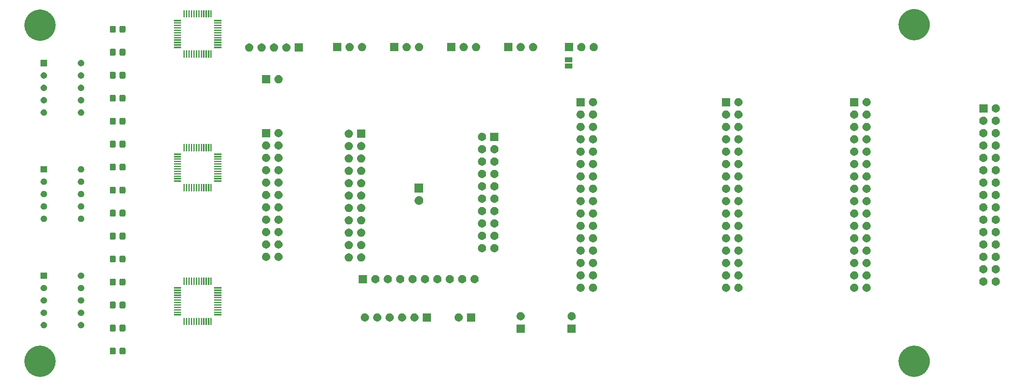
<source format=gbs>
%TF.GenerationSoftware,KiCad,Pcbnew,8.0.5*%
%TF.CreationDate,2025-02-05T22:29:24-08:00*%
%TF.ProjectId,Observatory,4f627365-7276-4617-946f-72792e6b6963,rev?*%
%TF.SameCoordinates,Original*%
%TF.FileFunction,Soldermask,Bot*%
%TF.FilePolarity,Negative*%
%FSLAX46Y46*%
G04 Gerber Fmt 4.6, Leading zero omitted, Abs format (unit mm)*
G04 Created by KiCad (PCBNEW 8.0.5) date 2025-02-05 22:29:24*
%MOMM*%
%LPD*%
G01*
G04 APERTURE LIST*
G04 APERTURE END LIST*
G36*
X45485133Y-109704781D02*
G01*
X45573243Y-109704781D01*
X45667316Y-109715012D01*
X45758286Y-109720121D01*
X45836534Y-109733416D01*
X45917687Y-109742242D01*
X46016526Y-109763997D01*
X46112067Y-109780231D01*
X46182629Y-109800559D01*
X46256066Y-109816724D01*
X46358266Y-109851159D01*
X46456893Y-109879573D01*
X46519234Y-109905395D01*
X46584404Y-109927354D01*
X46688380Y-109975458D01*
X46788428Y-110016900D01*
X46842251Y-110046647D01*
X46898864Y-110072839D01*
X47002875Y-110135420D01*
X47102503Y-110190483D01*
X47147766Y-110222599D01*
X47195750Y-110251470D01*
X47297955Y-110329163D01*
X47395167Y-110398139D01*
X47432044Y-110431094D01*
X47471582Y-110461150D01*
X47570040Y-110554415D01*
X47662742Y-110637258D01*
X47691672Y-110669631D01*
X47723122Y-110699422D01*
X47815785Y-110808514D01*
X47901861Y-110904833D01*
X47923480Y-110935303D01*
X47947427Y-110963495D01*
X48032252Y-111088602D01*
X48109517Y-111197497D01*
X48124650Y-111224879D01*
X48141866Y-111250270D01*
X48216801Y-111391613D01*
X48283100Y-111511572D01*
X48292748Y-111534866D01*
X48304160Y-111556390D01*
X48367170Y-111714535D01*
X48420427Y-111843107D01*
X48425724Y-111861495D01*
X48432407Y-111878267D01*
X48481610Y-112055481D01*
X48519769Y-112187933D01*
X48521950Y-112200770D01*
X48525098Y-112212108D01*
X48558672Y-112416900D01*
X48579879Y-112541714D01*
X48580266Y-112548620D01*
X48581154Y-112554032D01*
X48597427Y-112854195D01*
X48600000Y-112900000D01*
X48597427Y-112945807D01*
X48581154Y-113245967D01*
X48580266Y-113251377D01*
X48579879Y-113258286D01*
X48558667Y-113383126D01*
X48525098Y-113587891D01*
X48521950Y-113599226D01*
X48519769Y-113612067D01*
X48481602Y-113744545D01*
X48432407Y-113921732D01*
X48425725Y-113938501D01*
X48420427Y-113956893D01*
X48367160Y-114085489D01*
X48304160Y-114243609D01*
X48292750Y-114265129D01*
X48283100Y-114288428D01*
X48216788Y-114408410D01*
X48141866Y-114549729D01*
X48124653Y-114575114D01*
X48109517Y-114602503D01*
X48032237Y-114711418D01*
X47947427Y-114836504D01*
X47923485Y-114864690D01*
X47901861Y-114895167D01*
X47815768Y-114991504D01*
X47723122Y-115100577D01*
X47691678Y-115130361D01*
X47662742Y-115162742D01*
X47570021Y-115245601D01*
X47471582Y-115338849D01*
X47432052Y-115368898D01*
X47395167Y-115401861D01*
X47297935Y-115470850D01*
X47195750Y-115548529D01*
X47147776Y-115577393D01*
X47102503Y-115609517D01*
X47002855Y-115664590D01*
X46898864Y-115727160D01*
X46842262Y-115753346D01*
X46788428Y-115783100D01*
X46688359Y-115824549D01*
X46584404Y-115872645D01*
X46519247Y-115894598D01*
X46456893Y-115920427D01*
X46358246Y-115948846D01*
X46256066Y-115983275D01*
X46182644Y-115999436D01*
X46112067Y-116019769D01*
X46016506Y-116036005D01*
X45917687Y-116057757D01*
X45836547Y-116066581D01*
X45758286Y-116079879D01*
X45667311Y-116084988D01*
X45573243Y-116095219D01*
X45485133Y-116095219D01*
X45400000Y-116100000D01*
X45314867Y-116095219D01*
X45226757Y-116095219D01*
X45132688Y-116084988D01*
X45041714Y-116079879D01*
X44963453Y-116066582D01*
X44882312Y-116057757D01*
X44783489Y-116036004D01*
X44687933Y-116019769D01*
X44617358Y-115999437D01*
X44543933Y-115983275D01*
X44441746Y-115948844D01*
X44343107Y-115920427D01*
X44280756Y-115894600D01*
X44215595Y-115872645D01*
X44111630Y-115824545D01*
X44011572Y-115783100D01*
X43957742Y-115753349D01*
X43901135Y-115727160D01*
X43797132Y-115664583D01*
X43697497Y-115609517D01*
X43652229Y-115577397D01*
X43604249Y-115548529D01*
X43502049Y-115470839D01*
X43404833Y-115401861D01*
X43367953Y-115368903D01*
X43328417Y-115338849D01*
X43229960Y-115245585D01*
X43137258Y-115162742D01*
X43108326Y-115130368D01*
X43076877Y-115100577D01*
X42984211Y-114991482D01*
X42898139Y-114895167D01*
X42876519Y-114864697D01*
X42852572Y-114836504D01*
X42767740Y-114711387D01*
X42690483Y-114602503D01*
X42675350Y-114575122D01*
X42658133Y-114549729D01*
X42583187Y-114408365D01*
X42516900Y-114288428D01*
X42507252Y-114265138D01*
X42495839Y-114243609D01*
X42432813Y-114085426D01*
X42379573Y-113956893D01*
X42374277Y-113938510D01*
X42367592Y-113921732D01*
X42318369Y-113744449D01*
X42280231Y-113612067D01*
X42278050Y-113599235D01*
X42274901Y-113587891D01*
X42241303Y-113382958D01*
X42220121Y-113258286D01*
X42219733Y-113251386D01*
X42218845Y-113245967D01*
X42202543Y-112945293D01*
X42200000Y-112900000D01*
X42202543Y-112854710D01*
X42218845Y-112554032D01*
X42219733Y-112548611D01*
X42220121Y-112541714D01*
X42241299Y-112417068D01*
X42274901Y-112212108D01*
X42278051Y-112200761D01*
X42280231Y-112187933D01*
X42318361Y-112055576D01*
X42367592Y-111878267D01*
X42374278Y-111861485D01*
X42379573Y-111843107D01*
X42432802Y-111714599D01*
X42495839Y-111556390D01*
X42507254Y-111534857D01*
X42516900Y-111511572D01*
X42583174Y-111391657D01*
X42658133Y-111250270D01*
X42675353Y-111224871D01*
X42690483Y-111197497D01*
X42767725Y-111088634D01*
X42852572Y-110963495D01*
X42876524Y-110935296D01*
X42898139Y-110904833D01*
X42984194Y-110808536D01*
X43076877Y-110699422D01*
X43108332Y-110669625D01*
X43137258Y-110637258D01*
X43229941Y-110554430D01*
X43328417Y-110461150D01*
X43367961Y-110431089D01*
X43404833Y-110398139D01*
X43502029Y-110329174D01*
X43604249Y-110251470D01*
X43652238Y-110222595D01*
X43697497Y-110190483D01*
X43797112Y-110135427D01*
X43901135Y-110072839D01*
X43957753Y-110046644D01*
X44011572Y-110016900D01*
X44111609Y-109975462D01*
X44215595Y-109927354D01*
X44280769Y-109905394D01*
X44343107Y-109879573D01*
X44441726Y-109851161D01*
X44543933Y-109816724D01*
X44617373Y-109800558D01*
X44687933Y-109780231D01*
X44783469Y-109763998D01*
X44882312Y-109742242D01*
X44963466Y-109733415D01*
X45041714Y-109720121D01*
X45132682Y-109715012D01*
X45226757Y-109704781D01*
X45314867Y-109704781D01*
X45400000Y-109700000D01*
X45485133Y-109704781D01*
G37*
G36*
X224588077Y-109704781D02*
G01*
X224676187Y-109704781D01*
X224770260Y-109715012D01*
X224861230Y-109720121D01*
X224939478Y-109733416D01*
X225020631Y-109742242D01*
X225119470Y-109763997D01*
X225215011Y-109780231D01*
X225285573Y-109800559D01*
X225359010Y-109816724D01*
X225461210Y-109851159D01*
X225559837Y-109879573D01*
X225622178Y-109905395D01*
X225687348Y-109927354D01*
X225791324Y-109975458D01*
X225891372Y-110016900D01*
X225945195Y-110046647D01*
X226001808Y-110072839D01*
X226105819Y-110135420D01*
X226205447Y-110190483D01*
X226250710Y-110222599D01*
X226298694Y-110251470D01*
X226400899Y-110329163D01*
X226498111Y-110398139D01*
X226534988Y-110431094D01*
X226574526Y-110461150D01*
X226672984Y-110554415D01*
X226765686Y-110637258D01*
X226794616Y-110669631D01*
X226826066Y-110699422D01*
X226918729Y-110808514D01*
X227004805Y-110904833D01*
X227026424Y-110935303D01*
X227050371Y-110963495D01*
X227135196Y-111088602D01*
X227212461Y-111197497D01*
X227227594Y-111224879D01*
X227244810Y-111250270D01*
X227319745Y-111391613D01*
X227386044Y-111511572D01*
X227395692Y-111534866D01*
X227407104Y-111556390D01*
X227470114Y-111714535D01*
X227523371Y-111843107D01*
X227528668Y-111861495D01*
X227535351Y-111878267D01*
X227584554Y-112055481D01*
X227622713Y-112187933D01*
X227624894Y-112200770D01*
X227628042Y-112212108D01*
X227661616Y-112416900D01*
X227682823Y-112541714D01*
X227683210Y-112548620D01*
X227684098Y-112554032D01*
X227700371Y-112854195D01*
X227702944Y-112900000D01*
X227700371Y-112945807D01*
X227684098Y-113245967D01*
X227683210Y-113251377D01*
X227682823Y-113258286D01*
X227661611Y-113383126D01*
X227628042Y-113587891D01*
X227624894Y-113599226D01*
X227622713Y-113612067D01*
X227584546Y-113744545D01*
X227535351Y-113921732D01*
X227528669Y-113938501D01*
X227523371Y-113956893D01*
X227470104Y-114085489D01*
X227407104Y-114243609D01*
X227395694Y-114265129D01*
X227386044Y-114288428D01*
X227319732Y-114408410D01*
X227244810Y-114549729D01*
X227227597Y-114575114D01*
X227212461Y-114602503D01*
X227135181Y-114711418D01*
X227050371Y-114836504D01*
X227026429Y-114864690D01*
X227004805Y-114895167D01*
X226918712Y-114991504D01*
X226826066Y-115100577D01*
X226794622Y-115130361D01*
X226765686Y-115162742D01*
X226672965Y-115245601D01*
X226574526Y-115338849D01*
X226534996Y-115368898D01*
X226498111Y-115401861D01*
X226400879Y-115470850D01*
X226298694Y-115548529D01*
X226250720Y-115577393D01*
X226205447Y-115609517D01*
X226105799Y-115664590D01*
X226001808Y-115727160D01*
X225945206Y-115753346D01*
X225891372Y-115783100D01*
X225791303Y-115824549D01*
X225687348Y-115872645D01*
X225622191Y-115894598D01*
X225559837Y-115920427D01*
X225461190Y-115948846D01*
X225359010Y-115983275D01*
X225285588Y-115999436D01*
X225215011Y-116019769D01*
X225119450Y-116036005D01*
X225020631Y-116057757D01*
X224939491Y-116066581D01*
X224861230Y-116079879D01*
X224770255Y-116084988D01*
X224676187Y-116095219D01*
X224588077Y-116095219D01*
X224502944Y-116100000D01*
X224417811Y-116095219D01*
X224329701Y-116095219D01*
X224235632Y-116084988D01*
X224144658Y-116079879D01*
X224066397Y-116066582D01*
X223985256Y-116057757D01*
X223886433Y-116036004D01*
X223790877Y-116019769D01*
X223720302Y-115999437D01*
X223646877Y-115983275D01*
X223544690Y-115948844D01*
X223446051Y-115920427D01*
X223383700Y-115894600D01*
X223318539Y-115872645D01*
X223214574Y-115824545D01*
X223114516Y-115783100D01*
X223060686Y-115753349D01*
X223004079Y-115727160D01*
X222900076Y-115664583D01*
X222800441Y-115609517D01*
X222755173Y-115577397D01*
X222707193Y-115548529D01*
X222604993Y-115470839D01*
X222507777Y-115401861D01*
X222470897Y-115368903D01*
X222431361Y-115338849D01*
X222332904Y-115245585D01*
X222240202Y-115162742D01*
X222211270Y-115130368D01*
X222179821Y-115100577D01*
X222087155Y-114991482D01*
X222001083Y-114895167D01*
X221979463Y-114864697D01*
X221955516Y-114836504D01*
X221870684Y-114711387D01*
X221793427Y-114602503D01*
X221778294Y-114575122D01*
X221761077Y-114549729D01*
X221686131Y-114408365D01*
X221619844Y-114288428D01*
X221610196Y-114265138D01*
X221598783Y-114243609D01*
X221535757Y-114085426D01*
X221482517Y-113956893D01*
X221477221Y-113938510D01*
X221470536Y-113921732D01*
X221421313Y-113744449D01*
X221383175Y-113612067D01*
X221380994Y-113599235D01*
X221377845Y-113587891D01*
X221344247Y-113382958D01*
X221323065Y-113258286D01*
X221322677Y-113251386D01*
X221321789Y-113245967D01*
X221305487Y-112945293D01*
X221302944Y-112900000D01*
X221305487Y-112854710D01*
X221321789Y-112554032D01*
X221322677Y-112548611D01*
X221323065Y-112541714D01*
X221344243Y-112417068D01*
X221377845Y-112212108D01*
X221380995Y-112200761D01*
X221383175Y-112187933D01*
X221421305Y-112055576D01*
X221470536Y-111878267D01*
X221477222Y-111861485D01*
X221482517Y-111843107D01*
X221535746Y-111714599D01*
X221598783Y-111556390D01*
X221610198Y-111534857D01*
X221619844Y-111511572D01*
X221686118Y-111391657D01*
X221761077Y-111250270D01*
X221778297Y-111224871D01*
X221793427Y-111197497D01*
X221870669Y-111088634D01*
X221955516Y-110963495D01*
X221979468Y-110935296D01*
X222001083Y-110904833D01*
X222087138Y-110808536D01*
X222179821Y-110699422D01*
X222211276Y-110669625D01*
X222240202Y-110637258D01*
X222332885Y-110554430D01*
X222431361Y-110461150D01*
X222470905Y-110431089D01*
X222507777Y-110398139D01*
X222604973Y-110329174D01*
X222707193Y-110251470D01*
X222755182Y-110222595D01*
X222800441Y-110190483D01*
X222900056Y-110135427D01*
X223004079Y-110072839D01*
X223060697Y-110046644D01*
X223114516Y-110016900D01*
X223214553Y-109975462D01*
X223318539Y-109927354D01*
X223383713Y-109905394D01*
X223446051Y-109879573D01*
X223544670Y-109851161D01*
X223646877Y-109816724D01*
X223720317Y-109800558D01*
X223790877Y-109780231D01*
X223886413Y-109763998D01*
X223985256Y-109742242D01*
X224066410Y-109733415D01*
X224144658Y-109720121D01*
X224235626Y-109715012D01*
X224329701Y-109704781D01*
X224417811Y-109704781D01*
X224502944Y-109700000D01*
X224588077Y-109704781D01*
G37*
G36*
X60654850Y-110105664D02*
G01*
X60705040Y-110111487D01*
X60722189Y-110119059D01*
X60745671Y-110123730D01*
X60770810Y-110140527D01*
X60790696Y-110149308D01*
X60804277Y-110162889D01*
X60826777Y-110177923D01*
X60841810Y-110200422D01*
X60855391Y-110214003D01*
X60864170Y-110233886D01*
X60880970Y-110259029D01*
X60885641Y-110282512D01*
X60893212Y-110299659D01*
X60899033Y-110349839D01*
X60900000Y-110354700D01*
X60900000Y-111254700D01*
X60899032Y-111259563D01*
X60893212Y-111309740D01*
X60885641Y-111326885D01*
X60880970Y-111350371D01*
X60864169Y-111375515D01*
X60855391Y-111395396D01*
X60841812Y-111408974D01*
X60826777Y-111431477D01*
X60804274Y-111446512D01*
X60790696Y-111460091D01*
X60770815Y-111468869D01*
X60745671Y-111485670D01*
X60722185Y-111490341D01*
X60705040Y-111497912D01*
X60654861Y-111503732D01*
X60650000Y-111504700D01*
X59950000Y-111504700D01*
X59945138Y-111503732D01*
X59894959Y-111497912D01*
X59877812Y-111490341D01*
X59854329Y-111485670D01*
X59829186Y-111468870D01*
X59809303Y-111460091D01*
X59795722Y-111446510D01*
X59773223Y-111431477D01*
X59758189Y-111408977D01*
X59744608Y-111395396D01*
X59735827Y-111375510D01*
X59719030Y-111350371D01*
X59714359Y-111326889D01*
X59706787Y-111309740D01*
X59700964Y-111259549D01*
X59700000Y-111254700D01*
X59700000Y-110354700D01*
X59700964Y-110349850D01*
X59706787Y-110299659D01*
X59714359Y-110282508D01*
X59719030Y-110259029D01*
X59735826Y-110233891D01*
X59744608Y-110214003D01*
X59758191Y-110200419D01*
X59773223Y-110177923D01*
X59795719Y-110162891D01*
X59809303Y-110149308D01*
X59829191Y-110140526D01*
X59854329Y-110123730D01*
X59877808Y-110119059D01*
X59894959Y-110111487D01*
X59945151Y-110105664D01*
X59950000Y-110104700D01*
X60650000Y-110104700D01*
X60654850Y-110105664D01*
G37*
G36*
X62654850Y-110105664D02*
G01*
X62705040Y-110111487D01*
X62722189Y-110119059D01*
X62745671Y-110123730D01*
X62770810Y-110140527D01*
X62790696Y-110149308D01*
X62804277Y-110162889D01*
X62826777Y-110177923D01*
X62841810Y-110200422D01*
X62855391Y-110214003D01*
X62864170Y-110233886D01*
X62880970Y-110259029D01*
X62885641Y-110282512D01*
X62893212Y-110299659D01*
X62899033Y-110349839D01*
X62900000Y-110354700D01*
X62900000Y-111254700D01*
X62899032Y-111259563D01*
X62893212Y-111309740D01*
X62885641Y-111326885D01*
X62880970Y-111350371D01*
X62864169Y-111375515D01*
X62855391Y-111395396D01*
X62841812Y-111408974D01*
X62826777Y-111431477D01*
X62804274Y-111446512D01*
X62790696Y-111460091D01*
X62770815Y-111468869D01*
X62745671Y-111485670D01*
X62722185Y-111490341D01*
X62705040Y-111497912D01*
X62654861Y-111503732D01*
X62650000Y-111504700D01*
X61950000Y-111504700D01*
X61945138Y-111503732D01*
X61894959Y-111497912D01*
X61877812Y-111490341D01*
X61854329Y-111485670D01*
X61829186Y-111468870D01*
X61809303Y-111460091D01*
X61795722Y-111446510D01*
X61773223Y-111431477D01*
X61758189Y-111408977D01*
X61744608Y-111395396D01*
X61735827Y-111375510D01*
X61719030Y-111350371D01*
X61714359Y-111326889D01*
X61706787Y-111309740D01*
X61700964Y-111259549D01*
X61700000Y-111254700D01*
X61700000Y-110354700D01*
X61700964Y-110349850D01*
X61706787Y-110299659D01*
X61714359Y-110282508D01*
X61719030Y-110259029D01*
X61735826Y-110233891D01*
X61744608Y-110214003D01*
X61758191Y-110200419D01*
X61773223Y-110177923D01*
X61795719Y-110162891D01*
X61809303Y-110149308D01*
X61829191Y-110140526D01*
X61854329Y-110123730D01*
X61877808Y-110119059D01*
X61894959Y-110111487D01*
X61945151Y-110105664D01*
X61950000Y-110104700D01*
X62650000Y-110104700D01*
X62654850Y-110105664D01*
G37*
G36*
X144710000Y-107050000D02*
G01*
X143010000Y-107050000D01*
X143010000Y-105350000D01*
X144710000Y-105350000D01*
X144710000Y-107050000D01*
G37*
G36*
X155175000Y-107050000D02*
G01*
X153475000Y-107050000D01*
X153475000Y-105350000D01*
X155175000Y-105350000D01*
X155175000Y-107050000D01*
G37*
G36*
X60654850Y-105384164D02*
G01*
X60705040Y-105389987D01*
X60722189Y-105397559D01*
X60745671Y-105402230D01*
X60770810Y-105419027D01*
X60790696Y-105427808D01*
X60804277Y-105441389D01*
X60826777Y-105456423D01*
X60841810Y-105478922D01*
X60855391Y-105492503D01*
X60864170Y-105512386D01*
X60880970Y-105537529D01*
X60885641Y-105561012D01*
X60893212Y-105578159D01*
X60899033Y-105628339D01*
X60900000Y-105633200D01*
X60900000Y-106533200D01*
X60899032Y-106538063D01*
X60893212Y-106588240D01*
X60885641Y-106605385D01*
X60880970Y-106628871D01*
X60864169Y-106654015D01*
X60855391Y-106673896D01*
X60841812Y-106687474D01*
X60826777Y-106709977D01*
X60804274Y-106725012D01*
X60790696Y-106738591D01*
X60770815Y-106747369D01*
X60745671Y-106764170D01*
X60722185Y-106768841D01*
X60705040Y-106776412D01*
X60654861Y-106782232D01*
X60650000Y-106783200D01*
X59950000Y-106783200D01*
X59945138Y-106782232D01*
X59894959Y-106776412D01*
X59877812Y-106768841D01*
X59854329Y-106764170D01*
X59829186Y-106747370D01*
X59809303Y-106738591D01*
X59795722Y-106725010D01*
X59773223Y-106709977D01*
X59758189Y-106687477D01*
X59744608Y-106673896D01*
X59735827Y-106654010D01*
X59719030Y-106628871D01*
X59714359Y-106605389D01*
X59706787Y-106588240D01*
X59700964Y-106538049D01*
X59700000Y-106533200D01*
X59700000Y-105633200D01*
X59700964Y-105628350D01*
X59706787Y-105578159D01*
X59714359Y-105561008D01*
X59719030Y-105537529D01*
X59735826Y-105512391D01*
X59744608Y-105492503D01*
X59758191Y-105478919D01*
X59773223Y-105456423D01*
X59795719Y-105441391D01*
X59809303Y-105427808D01*
X59829191Y-105419026D01*
X59854329Y-105402230D01*
X59877808Y-105397559D01*
X59894959Y-105389987D01*
X59945151Y-105384164D01*
X59950000Y-105383200D01*
X60650000Y-105383200D01*
X60654850Y-105384164D01*
G37*
G36*
X62654850Y-105384164D02*
G01*
X62705040Y-105389987D01*
X62722189Y-105397559D01*
X62745671Y-105402230D01*
X62770810Y-105419027D01*
X62790696Y-105427808D01*
X62804277Y-105441389D01*
X62826777Y-105456423D01*
X62841810Y-105478922D01*
X62855391Y-105492503D01*
X62864170Y-105512386D01*
X62880970Y-105537529D01*
X62885641Y-105561012D01*
X62893212Y-105578159D01*
X62899033Y-105628339D01*
X62900000Y-105633200D01*
X62900000Y-106533200D01*
X62899032Y-106538063D01*
X62893212Y-106588240D01*
X62885641Y-106605385D01*
X62880970Y-106628871D01*
X62864169Y-106654015D01*
X62855391Y-106673896D01*
X62841812Y-106687474D01*
X62826777Y-106709977D01*
X62804274Y-106725012D01*
X62790696Y-106738591D01*
X62770815Y-106747369D01*
X62745671Y-106764170D01*
X62722185Y-106768841D01*
X62705040Y-106776412D01*
X62654861Y-106782232D01*
X62650000Y-106783200D01*
X61950000Y-106783200D01*
X61945138Y-106782232D01*
X61894959Y-106776412D01*
X61877812Y-106768841D01*
X61854329Y-106764170D01*
X61829186Y-106747370D01*
X61809303Y-106738591D01*
X61795722Y-106725010D01*
X61773223Y-106709977D01*
X61758189Y-106687477D01*
X61744608Y-106673896D01*
X61735827Y-106654010D01*
X61719030Y-106628871D01*
X61714359Y-106605389D01*
X61706787Y-106588240D01*
X61700964Y-106538049D01*
X61700000Y-106533200D01*
X61700000Y-105633200D01*
X61700964Y-105628350D01*
X61706787Y-105578159D01*
X61714359Y-105561008D01*
X61719030Y-105537529D01*
X61735826Y-105512391D01*
X61744608Y-105492503D01*
X61758191Y-105478919D01*
X61773223Y-105456423D01*
X61795719Y-105441391D01*
X61809303Y-105427808D01*
X61829191Y-105419026D01*
X61854329Y-105402230D01*
X61877808Y-105397559D01*
X61894959Y-105389987D01*
X61945151Y-105384164D01*
X61950000Y-105383200D01*
X62650000Y-105383200D01*
X62654850Y-105384164D01*
G37*
G36*
X46224669Y-104821415D02*
G01*
X46264902Y-104821415D01*
X46298784Y-104829766D01*
X46332170Y-104833528D01*
X46375354Y-104848638D01*
X46419481Y-104859515D01*
X46445574Y-104873209D01*
X46471670Y-104882341D01*
X46515773Y-104910053D01*
X46560450Y-104933501D01*
X46578401Y-104949404D01*
X46596814Y-104960974D01*
X46638394Y-105002554D01*
X46679616Y-105039074D01*
X46690094Y-105054254D01*
X46701325Y-105065485D01*
X46736629Y-105121672D01*
X46770055Y-105170097D01*
X46774619Y-105182133D01*
X46779958Y-105190629D01*
X46805198Y-105262762D01*
X46826510Y-105318956D01*
X46827386Y-105326171D01*
X46828771Y-105330129D01*
X46840423Y-105433545D01*
X46845700Y-105477000D01*
X46840423Y-105520458D01*
X46828771Y-105623870D01*
X46827386Y-105627827D01*
X46826510Y-105635044D01*
X46805193Y-105691249D01*
X46779958Y-105763370D01*
X46774620Y-105771864D01*
X46770055Y-105783903D01*
X46736622Y-105832337D01*
X46701325Y-105888514D01*
X46690096Y-105899742D01*
X46679616Y-105914926D01*
X46638386Y-105951452D01*
X46596814Y-105993025D01*
X46578404Y-106004592D01*
X46560450Y-106020499D01*
X46515764Y-106043951D01*
X46471670Y-106071658D01*
X46445579Y-106080787D01*
X46419481Y-106094485D01*
X46375345Y-106105363D01*
X46332170Y-106120471D01*
X46298791Y-106124231D01*
X46264902Y-106132585D01*
X46224660Y-106132585D01*
X46185300Y-106137020D01*
X46145940Y-106132585D01*
X46105698Y-106132585D01*
X46071808Y-106124232D01*
X46038429Y-106120471D01*
X45995251Y-106105362D01*
X45951119Y-106094485D01*
X45925022Y-106080788D01*
X45898929Y-106071658D01*
X45854829Y-106043948D01*
X45810150Y-106020499D01*
X45792197Y-106004594D01*
X45773785Y-105993025D01*
X45732205Y-105951445D01*
X45690984Y-105914926D01*
X45680505Y-105899745D01*
X45669274Y-105888514D01*
X45633965Y-105832321D01*
X45600545Y-105783903D01*
X45595980Y-105771868D01*
X45590641Y-105763370D01*
X45565393Y-105691215D01*
X45544090Y-105635044D01*
X45543214Y-105627831D01*
X45541828Y-105623870D01*
X45530162Y-105520343D01*
X45524900Y-105477000D01*
X45530162Y-105433659D01*
X45541828Y-105330129D01*
X45543214Y-105326166D01*
X45544090Y-105318956D01*
X45565388Y-105262796D01*
X45590641Y-105190629D01*
X45595981Y-105182129D01*
X45600545Y-105170097D01*
X45633958Y-105121688D01*
X45669274Y-105065485D01*
X45680508Y-105054250D01*
X45690984Y-105039074D01*
X45732196Y-105002562D01*
X45773785Y-104960974D01*
X45792201Y-104949402D01*
X45810150Y-104933501D01*
X45854820Y-104910056D01*
X45898929Y-104882341D01*
X45925027Y-104873208D01*
X45951119Y-104859515D01*
X45995241Y-104848639D01*
X46038429Y-104833528D01*
X46071816Y-104829766D01*
X46105698Y-104821415D01*
X46145931Y-104821415D01*
X46185300Y-104816979D01*
X46224669Y-104821415D01*
G37*
G36*
X53844669Y-104821415D02*
G01*
X53884902Y-104821415D01*
X53918784Y-104829766D01*
X53952170Y-104833528D01*
X53995354Y-104848638D01*
X54039481Y-104859515D01*
X54065574Y-104873209D01*
X54091670Y-104882341D01*
X54135773Y-104910053D01*
X54180450Y-104933501D01*
X54198401Y-104949404D01*
X54216814Y-104960974D01*
X54258394Y-105002554D01*
X54299616Y-105039074D01*
X54310094Y-105054254D01*
X54321325Y-105065485D01*
X54356629Y-105121672D01*
X54390055Y-105170097D01*
X54394619Y-105182133D01*
X54399958Y-105190629D01*
X54425198Y-105262762D01*
X54446510Y-105318956D01*
X54447386Y-105326171D01*
X54448771Y-105330129D01*
X54460423Y-105433545D01*
X54465700Y-105477000D01*
X54460423Y-105520458D01*
X54448771Y-105623870D01*
X54447386Y-105627827D01*
X54446510Y-105635044D01*
X54425193Y-105691249D01*
X54399958Y-105763370D01*
X54394620Y-105771864D01*
X54390055Y-105783903D01*
X54356622Y-105832337D01*
X54321325Y-105888514D01*
X54310096Y-105899742D01*
X54299616Y-105914926D01*
X54258386Y-105951452D01*
X54216814Y-105993025D01*
X54198404Y-106004592D01*
X54180450Y-106020499D01*
X54135764Y-106043951D01*
X54091670Y-106071658D01*
X54065579Y-106080787D01*
X54039481Y-106094485D01*
X53995345Y-106105363D01*
X53952170Y-106120471D01*
X53918791Y-106124231D01*
X53884902Y-106132585D01*
X53844660Y-106132585D01*
X53805300Y-106137020D01*
X53765940Y-106132585D01*
X53725698Y-106132585D01*
X53691808Y-106124232D01*
X53658429Y-106120471D01*
X53615251Y-106105362D01*
X53571119Y-106094485D01*
X53545022Y-106080788D01*
X53518929Y-106071658D01*
X53474829Y-106043948D01*
X53430150Y-106020499D01*
X53412197Y-106004594D01*
X53393785Y-105993025D01*
X53352205Y-105951445D01*
X53310984Y-105914926D01*
X53300505Y-105899745D01*
X53289274Y-105888514D01*
X53253965Y-105832321D01*
X53220545Y-105783903D01*
X53215980Y-105771868D01*
X53210641Y-105763370D01*
X53185393Y-105691215D01*
X53164090Y-105635044D01*
X53163214Y-105627831D01*
X53161828Y-105623870D01*
X53150162Y-105520343D01*
X53144900Y-105477000D01*
X53150162Y-105433659D01*
X53161828Y-105330129D01*
X53163214Y-105326166D01*
X53164090Y-105318956D01*
X53185388Y-105262796D01*
X53210641Y-105190629D01*
X53215981Y-105182129D01*
X53220545Y-105170097D01*
X53253958Y-105121688D01*
X53289274Y-105065485D01*
X53300508Y-105054250D01*
X53310984Y-105039074D01*
X53352196Y-105002562D01*
X53393785Y-104960974D01*
X53412201Y-104949402D01*
X53430150Y-104933501D01*
X53474820Y-104910056D01*
X53518929Y-104882341D01*
X53545027Y-104873208D01*
X53571119Y-104859515D01*
X53615241Y-104848639D01*
X53658429Y-104833528D01*
X53691816Y-104829766D01*
X53725698Y-104821415D01*
X53765931Y-104821415D01*
X53805300Y-104816979D01*
X53844669Y-104821415D01*
G37*
G36*
X75089700Y-105451400D02*
G01*
X74810300Y-105451400D01*
X74810300Y-103978200D01*
X75089700Y-103978200D01*
X75089700Y-105451400D01*
G37*
G36*
X75589699Y-105451400D02*
G01*
X75310299Y-105451400D01*
X75310299Y-103978200D01*
X75589699Y-103978200D01*
X75589699Y-105451400D01*
G37*
G36*
X76089701Y-105451400D02*
G01*
X75810301Y-105451400D01*
X75810301Y-103978200D01*
X76089701Y-103978200D01*
X76089701Y-105451400D01*
G37*
G36*
X76589700Y-105451400D02*
G01*
X76310300Y-105451400D01*
X76310300Y-103978200D01*
X76589700Y-103978200D01*
X76589700Y-105451400D01*
G37*
G36*
X77089699Y-105451400D02*
G01*
X76810299Y-105451400D01*
X76810299Y-103978200D01*
X77089699Y-103978200D01*
X77089699Y-105451400D01*
G37*
G36*
X77589700Y-105451400D02*
G01*
X77310300Y-105451400D01*
X77310300Y-103978200D01*
X77589700Y-103978200D01*
X77589700Y-105451400D01*
G37*
G36*
X78089700Y-105451400D02*
G01*
X77810300Y-105451400D01*
X77810300Y-103978200D01*
X78089700Y-103978200D01*
X78089700Y-105451400D01*
G37*
G36*
X78589701Y-105451400D02*
G01*
X78310301Y-105451400D01*
X78310301Y-103978200D01*
X78589701Y-103978200D01*
X78589701Y-105451400D01*
G37*
G36*
X79089700Y-105451400D02*
G01*
X78810300Y-105451400D01*
X78810300Y-103978200D01*
X79089700Y-103978200D01*
X79089700Y-105451400D01*
G37*
G36*
X79589699Y-105451400D02*
G01*
X79310299Y-105451400D01*
X79310299Y-103978200D01*
X79589699Y-103978200D01*
X79589699Y-105451400D01*
G37*
G36*
X80089701Y-105451400D02*
G01*
X79810301Y-105451400D01*
X79810301Y-103978200D01*
X80089701Y-103978200D01*
X80089701Y-105451400D01*
G37*
G36*
X80589700Y-105451400D02*
G01*
X80310300Y-105451400D01*
X80310300Y-103978200D01*
X80589700Y-103978200D01*
X80589700Y-105451400D01*
G37*
G36*
X125490000Y-104750000D02*
G01*
X123790000Y-104750000D01*
X123790000Y-103050000D01*
X125490000Y-103050000D01*
X125490000Y-104750000D01*
G37*
G36*
X134550000Y-104750000D02*
G01*
X132850000Y-104750000D01*
X132850000Y-103050000D01*
X134550000Y-103050000D01*
X134550000Y-104750000D01*
G37*
G36*
X112202664Y-103091602D02*
G01*
X112365000Y-103163878D01*
X112508761Y-103268327D01*
X112627664Y-103400383D01*
X112716514Y-103554274D01*
X112771425Y-103723275D01*
X112790000Y-103900000D01*
X112771425Y-104076725D01*
X112716514Y-104245726D01*
X112627664Y-104399617D01*
X112508761Y-104531673D01*
X112365000Y-104636122D01*
X112202664Y-104708398D01*
X112028849Y-104745344D01*
X111851151Y-104745344D01*
X111677336Y-104708398D01*
X111515000Y-104636122D01*
X111371239Y-104531673D01*
X111252336Y-104399617D01*
X111163486Y-104245726D01*
X111108575Y-104076725D01*
X111090000Y-103900000D01*
X111108575Y-103723275D01*
X111163486Y-103554274D01*
X111252336Y-103400383D01*
X111371239Y-103268327D01*
X111515000Y-103163878D01*
X111677336Y-103091602D01*
X111851151Y-103054656D01*
X112028849Y-103054656D01*
X112202664Y-103091602D01*
G37*
G36*
X114742664Y-103091602D02*
G01*
X114905000Y-103163878D01*
X115048761Y-103268327D01*
X115167664Y-103400383D01*
X115256514Y-103554274D01*
X115311425Y-103723275D01*
X115330000Y-103900000D01*
X115311425Y-104076725D01*
X115256514Y-104245726D01*
X115167664Y-104399617D01*
X115048761Y-104531673D01*
X114905000Y-104636122D01*
X114742664Y-104708398D01*
X114568849Y-104745344D01*
X114391151Y-104745344D01*
X114217336Y-104708398D01*
X114055000Y-104636122D01*
X113911239Y-104531673D01*
X113792336Y-104399617D01*
X113703486Y-104245726D01*
X113648575Y-104076725D01*
X113630000Y-103900000D01*
X113648575Y-103723275D01*
X113703486Y-103554274D01*
X113792336Y-103400383D01*
X113911239Y-103268327D01*
X114055000Y-103163878D01*
X114217336Y-103091602D01*
X114391151Y-103054656D01*
X114568849Y-103054656D01*
X114742664Y-103091602D01*
G37*
G36*
X117282664Y-103091602D02*
G01*
X117445000Y-103163878D01*
X117588761Y-103268327D01*
X117707664Y-103400383D01*
X117796514Y-103554274D01*
X117851425Y-103723275D01*
X117870000Y-103900000D01*
X117851425Y-104076725D01*
X117796514Y-104245726D01*
X117707664Y-104399617D01*
X117588761Y-104531673D01*
X117445000Y-104636122D01*
X117282664Y-104708398D01*
X117108849Y-104745344D01*
X116931151Y-104745344D01*
X116757336Y-104708398D01*
X116595000Y-104636122D01*
X116451239Y-104531673D01*
X116332336Y-104399617D01*
X116243486Y-104245726D01*
X116188575Y-104076725D01*
X116170000Y-103900000D01*
X116188575Y-103723275D01*
X116243486Y-103554274D01*
X116332336Y-103400383D01*
X116451239Y-103268327D01*
X116595000Y-103163878D01*
X116757336Y-103091602D01*
X116931151Y-103054656D01*
X117108849Y-103054656D01*
X117282664Y-103091602D01*
G37*
G36*
X119822664Y-103091602D02*
G01*
X119985000Y-103163878D01*
X120128761Y-103268327D01*
X120247664Y-103400383D01*
X120336514Y-103554274D01*
X120391425Y-103723275D01*
X120410000Y-103900000D01*
X120391425Y-104076725D01*
X120336514Y-104245726D01*
X120247664Y-104399617D01*
X120128761Y-104531673D01*
X119985000Y-104636122D01*
X119822664Y-104708398D01*
X119648849Y-104745344D01*
X119471151Y-104745344D01*
X119297336Y-104708398D01*
X119135000Y-104636122D01*
X118991239Y-104531673D01*
X118872336Y-104399617D01*
X118783486Y-104245726D01*
X118728575Y-104076725D01*
X118710000Y-103900000D01*
X118728575Y-103723275D01*
X118783486Y-103554274D01*
X118872336Y-103400383D01*
X118991239Y-103268327D01*
X119135000Y-103163878D01*
X119297336Y-103091602D01*
X119471151Y-103054656D01*
X119648849Y-103054656D01*
X119822664Y-103091602D01*
G37*
G36*
X122362664Y-103091602D02*
G01*
X122525000Y-103163878D01*
X122668761Y-103268327D01*
X122787664Y-103400383D01*
X122876514Y-103554274D01*
X122931425Y-103723275D01*
X122950000Y-103900000D01*
X122931425Y-104076725D01*
X122876514Y-104245726D01*
X122787664Y-104399617D01*
X122668761Y-104531673D01*
X122525000Y-104636122D01*
X122362664Y-104708398D01*
X122188849Y-104745344D01*
X122011151Y-104745344D01*
X121837336Y-104708398D01*
X121675000Y-104636122D01*
X121531239Y-104531673D01*
X121412336Y-104399617D01*
X121323486Y-104245726D01*
X121268575Y-104076725D01*
X121250000Y-103900000D01*
X121268575Y-103723275D01*
X121323486Y-103554274D01*
X121412336Y-103400383D01*
X121531239Y-103268327D01*
X121675000Y-103163878D01*
X121837336Y-103091602D01*
X122011151Y-103054656D01*
X122188849Y-103054656D01*
X122362664Y-103091602D01*
G37*
G36*
X131422664Y-103091602D02*
G01*
X131585000Y-103163878D01*
X131728761Y-103268327D01*
X131847664Y-103400383D01*
X131936514Y-103554274D01*
X131991425Y-103723275D01*
X132010000Y-103900000D01*
X131991425Y-104076725D01*
X131936514Y-104245726D01*
X131847664Y-104399617D01*
X131728761Y-104531673D01*
X131585000Y-104636122D01*
X131422664Y-104708398D01*
X131248849Y-104745344D01*
X131071151Y-104745344D01*
X130897336Y-104708398D01*
X130735000Y-104636122D01*
X130591239Y-104531673D01*
X130472336Y-104399617D01*
X130383486Y-104245726D01*
X130328575Y-104076725D01*
X130310000Y-103900000D01*
X130328575Y-103723275D01*
X130383486Y-103554274D01*
X130472336Y-103400383D01*
X130591239Y-103268327D01*
X130735000Y-103163878D01*
X130897336Y-103091602D01*
X131071151Y-103054656D01*
X131248849Y-103054656D01*
X131422664Y-103091602D01*
G37*
G36*
X144122664Y-102851602D02*
G01*
X144285000Y-102923878D01*
X144428761Y-103028327D01*
X144547664Y-103160383D01*
X144636514Y-103314274D01*
X144691425Y-103483275D01*
X144710000Y-103660000D01*
X144691425Y-103836725D01*
X144636514Y-104005726D01*
X144547664Y-104159617D01*
X144428761Y-104291673D01*
X144285000Y-104396122D01*
X144122664Y-104468398D01*
X143948849Y-104505344D01*
X143771151Y-104505344D01*
X143597336Y-104468398D01*
X143435000Y-104396122D01*
X143291239Y-104291673D01*
X143172336Y-104159617D01*
X143083486Y-104005726D01*
X143028575Y-103836725D01*
X143010000Y-103660000D01*
X143028575Y-103483275D01*
X143083486Y-103314274D01*
X143172336Y-103160383D01*
X143291239Y-103028327D01*
X143435000Y-102923878D01*
X143597336Y-102851602D01*
X143771151Y-102814656D01*
X143948849Y-102814656D01*
X144122664Y-102851602D01*
G37*
G36*
X154587664Y-102851602D02*
G01*
X154750000Y-102923878D01*
X154893761Y-103028327D01*
X155012664Y-103160383D01*
X155101514Y-103314274D01*
X155156425Y-103483275D01*
X155175000Y-103660000D01*
X155156425Y-103836725D01*
X155101514Y-104005726D01*
X155012664Y-104159617D01*
X154893761Y-104291673D01*
X154750000Y-104396122D01*
X154587664Y-104468398D01*
X154413849Y-104505344D01*
X154236151Y-104505344D01*
X154062336Y-104468398D01*
X153900000Y-104396122D01*
X153756239Y-104291673D01*
X153637336Y-104159617D01*
X153548486Y-104005726D01*
X153493575Y-103836725D01*
X153475000Y-103660000D01*
X153493575Y-103483275D01*
X153548486Y-103314274D01*
X153637336Y-103160383D01*
X153756239Y-103028327D01*
X153900000Y-102923878D01*
X154062336Y-102851602D01*
X154236151Y-102814656D01*
X154413849Y-102814656D01*
X154587664Y-102851602D01*
G37*
G36*
X46219669Y-102291415D02*
G01*
X46259902Y-102291415D01*
X46293784Y-102299766D01*
X46327170Y-102303528D01*
X46370354Y-102318638D01*
X46414481Y-102329515D01*
X46440574Y-102343209D01*
X46466670Y-102352341D01*
X46510773Y-102380053D01*
X46555450Y-102403501D01*
X46573401Y-102419404D01*
X46591814Y-102430974D01*
X46633394Y-102472554D01*
X46674616Y-102509074D01*
X46685094Y-102524254D01*
X46696325Y-102535485D01*
X46731629Y-102591672D01*
X46765055Y-102640097D01*
X46769619Y-102652133D01*
X46774958Y-102660629D01*
X46800198Y-102732762D01*
X46821510Y-102788956D01*
X46822386Y-102796171D01*
X46823771Y-102800129D01*
X46835423Y-102903545D01*
X46840700Y-102947000D01*
X46835423Y-102990458D01*
X46823771Y-103093870D01*
X46822386Y-103097827D01*
X46821510Y-103105044D01*
X46800193Y-103161249D01*
X46774958Y-103233370D01*
X46769620Y-103241864D01*
X46765055Y-103253903D01*
X46731622Y-103302337D01*
X46696325Y-103358514D01*
X46685096Y-103369742D01*
X46674616Y-103384926D01*
X46633386Y-103421452D01*
X46591814Y-103463025D01*
X46573404Y-103474592D01*
X46555450Y-103490499D01*
X46510764Y-103513951D01*
X46466670Y-103541658D01*
X46440579Y-103550787D01*
X46414481Y-103564485D01*
X46370345Y-103575363D01*
X46327170Y-103590471D01*
X46293791Y-103594231D01*
X46259902Y-103602585D01*
X46219660Y-103602585D01*
X46180300Y-103607020D01*
X46140940Y-103602585D01*
X46100698Y-103602585D01*
X46066808Y-103594232D01*
X46033429Y-103590471D01*
X45990251Y-103575362D01*
X45946119Y-103564485D01*
X45920022Y-103550788D01*
X45893929Y-103541658D01*
X45849829Y-103513948D01*
X45805150Y-103490499D01*
X45787197Y-103474594D01*
X45768785Y-103463025D01*
X45727205Y-103421445D01*
X45685984Y-103384926D01*
X45675505Y-103369745D01*
X45664274Y-103358514D01*
X45628965Y-103302321D01*
X45595545Y-103253903D01*
X45590980Y-103241868D01*
X45585641Y-103233370D01*
X45560393Y-103161215D01*
X45539090Y-103105044D01*
X45538214Y-103097831D01*
X45536828Y-103093870D01*
X45525162Y-102990343D01*
X45519900Y-102947000D01*
X45525162Y-102903659D01*
X45536828Y-102800129D01*
X45538214Y-102796166D01*
X45539090Y-102788956D01*
X45560388Y-102732796D01*
X45585641Y-102660629D01*
X45590981Y-102652129D01*
X45595545Y-102640097D01*
X45628958Y-102591688D01*
X45664274Y-102535485D01*
X45675508Y-102524250D01*
X45685984Y-102509074D01*
X45727196Y-102472562D01*
X45768785Y-102430974D01*
X45787201Y-102419402D01*
X45805150Y-102403501D01*
X45849820Y-102380056D01*
X45893929Y-102352341D01*
X45920027Y-102343208D01*
X45946119Y-102329515D01*
X45990241Y-102318639D01*
X46033429Y-102303528D01*
X46066816Y-102299766D01*
X46100698Y-102291415D01*
X46140931Y-102291415D01*
X46180300Y-102286979D01*
X46219669Y-102291415D01*
G37*
G36*
X53839669Y-102291415D02*
G01*
X53879902Y-102291415D01*
X53913784Y-102299766D01*
X53947170Y-102303528D01*
X53990354Y-102318638D01*
X54034481Y-102329515D01*
X54060574Y-102343209D01*
X54086670Y-102352341D01*
X54130773Y-102380053D01*
X54175450Y-102403501D01*
X54193401Y-102419404D01*
X54211814Y-102430974D01*
X54253394Y-102472554D01*
X54294616Y-102509074D01*
X54305094Y-102524254D01*
X54316325Y-102535485D01*
X54351629Y-102591672D01*
X54385055Y-102640097D01*
X54389619Y-102652133D01*
X54394958Y-102660629D01*
X54420198Y-102732762D01*
X54441510Y-102788956D01*
X54442386Y-102796171D01*
X54443771Y-102800129D01*
X54455423Y-102903545D01*
X54460700Y-102947000D01*
X54455423Y-102990458D01*
X54443771Y-103093870D01*
X54442386Y-103097827D01*
X54441510Y-103105044D01*
X54420193Y-103161249D01*
X54394958Y-103233370D01*
X54389620Y-103241864D01*
X54385055Y-103253903D01*
X54351622Y-103302337D01*
X54316325Y-103358514D01*
X54305096Y-103369742D01*
X54294616Y-103384926D01*
X54253386Y-103421452D01*
X54211814Y-103463025D01*
X54193404Y-103474592D01*
X54175450Y-103490499D01*
X54130764Y-103513951D01*
X54086670Y-103541658D01*
X54060579Y-103550787D01*
X54034481Y-103564485D01*
X53990345Y-103575363D01*
X53947170Y-103590471D01*
X53913791Y-103594231D01*
X53879902Y-103602585D01*
X53839660Y-103602585D01*
X53800300Y-103607020D01*
X53760940Y-103602585D01*
X53720698Y-103602585D01*
X53686808Y-103594232D01*
X53653429Y-103590471D01*
X53610251Y-103575362D01*
X53566119Y-103564485D01*
X53540022Y-103550788D01*
X53513929Y-103541658D01*
X53469829Y-103513948D01*
X53425150Y-103490499D01*
X53407197Y-103474594D01*
X53388785Y-103463025D01*
X53347205Y-103421445D01*
X53305984Y-103384926D01*
X53295505Y-103369745D01*
X53284274Y-103358514D01*
X53248965Y-103302321D01*
X53215545Y-103253903D01*
X53210980Y-103241868D01*
X53205641Y-103233370D01*
X53180393Y-103161215D01*
X53159090Y-103105044D01*
X53158214Y-103097831D01*
X53156828Y-103093870D01*
X53145162Y-102990343D01*
X53139900Y-102947000D01*
X53145162Y-102903659D01*
X53156828Y-102800129D01*
X53158214Y-102796166D01*
X53159090Y-102788956D01*
X53180388Y-102732796D01*
X53205641Y-102660629D01*
X53210981Y-102652129D01*
X53215545Y-102640097D01*
X53248958Y-102591688D01*
X53284274Y-102535485D01*
X53295508Y-102524250D01*
X53305984Y-102509074D01*
X53347196Y-102472562D01*
X53388785Y-102430974D01*
X53407201Y-102419402D01*
X53425150Y-102403501D01*
X53469820Y-102380056D01*
X53513929Y-102352341D01*
X53540027Y-102343208D01*
X53566119Y-102329515D01*
X53610241Y-102318639D01*
X53653429Y-102303528D01*
X53686816Y-102299766D01*
X53720698Y-102291415D01*
X53760931Y-102291415D01*
X53800300Y-102286979D01*
X53839669Y-102291415D01*
G37*
G36*
X74321800Y-103489700D02*
G01*
X72848600Y-103489700D01*
X72848600Y-103210300D01*
X74321800Y-103210300D01*
X74321800Y-103489700D01*
G37*
G36*
X82551400Y-103489700D02*
G01*
X81078200Y-103489700D01*
X81078200Y-103210300D01*
X82551400Y-103210300D01*
X82551400Y-103489700D01*
G37*
G36*
X74321800Y-102989701D02*
G01*
X72848600Y-102989701D01*
X72848600Y-102710301D01*
X74321800Y-102710301D01*
X74321800Y-102989701D01*
G37*
G36*
X82551400Y-102989701D02*
G01*
X81078200Y-102989701D01*
X81078200Y-102710301D01*
X82551400Y-102710301D01*
X82551400Y-102989701D01*
G37*
G36*
X74321800Y-102489699D02*
G01*
X72848600Y-102489699D01*
X72848600Y-102210299D01*
X74321800Y-102210299D01*
X74321800Y-102489699D01*
G37*
G36*
X82551400Y-102489699D02*
G01*
X81078200Y-102489699D01*
X81078200Y-102210299D01*
X82551400Y-102210299D01*
X82551400Y-102489699D01*
G37*
G36*
X60654850Y-100662764D02*
G01*
X60705040Y-100668587D01*
X60722189Y-100676159D01*
X60745671Y-100680830D01*
X60770810Y-100697627D01*
X60790696Y-100706408D01*
X60804277Y-100719989D01*
X60826777Y-100735023D01*
X60841810Y-100757522D01*
X60855391Y-100771103D01*
X60864170Y-100790986D01*
X60880970Y-100816129D01*
X60885641Y-100839612D01*
X60893212Y-100856759D01*
X60899033Y-100906939D01*
X60900000Y-100911800D01*
X60900000Y-101811800D01*
X60899032Y-101816663D01*
X60893212Y-101866840D01*
X60885641Y-101883985D01*
X60880970Y-101907471D01*
X60864169Y-101932615D01*
X60855391Y-101952496D01*
X60841812Y-101966074D01*
X60826777Y-101988577D01*
X60804274Y-102003612D01*
X60790696Y-102017191D01*
X60770815Y-102025969D01*
X60745671Y-102042770D01*
X60722185Y-102047441D01*
X60705040Y-102055012D01*
X60654861Y-102060832D01*
X60650000Y-102061800D01*
X59950000Y-102061800D01*
X59945138Y-102060832D01*
X59894959Y-102055012D01*
X59877812Y-102047441D01*
X59854329Y-102042770D01*
X59829186Y-102025970D01*
X59809303Y-102017191D01*
X59795722Y-102003610D01*
X59773223Y-101988577D01*
X59758189Y-101966077D01*
X59744608Y-101952496D01*
X59735827Y-101932610D01*
X59719030Y-101907471D01*
X59714359Y-101883989D01*
X59706787Y-101866840D01*
X59700964Y-101816649D01*
X59700000Y-101811800D01*
X59700000Y-100911800D01*
X59700964Y-100906950D01*
X59706787Y-100856759D01*
X59714359Y-100839608D01*
X59719030Y-100816129D01*
X59735826Y-100790991D01*
X59744608Y-100771103D01*
X59758191Y-100757519D01*
X59773223Y-100735023D01*
X59795719Y-100719991D01*
X59809303Y-100706408D01*
X59829191Y-100697626D01*
X59854329Y-100680830D01*
X59877808Y-100676159D01*
X59894959Y-100668587D01*
X59945151Y-100662764D01*
X59950000Y-100661800D01*
X60650000Y-100661800D01*
X60654850Y-100662764D01*
G37*
G36*
X62654850Y-100662764D02*
G01*
X62705040Y-100668587D01*
X62722189Y-100676159D01*
X62745671Y-100680830D01*
X62770810Y-100697627D01*
X62790696Y-100706408D01*
X62804277Y-100719989D01*
X62826777Y-100735023D01*
X62841810Y-100757522D01*
X62855391Y-100771103D01*
X62864170Y-100790986D01*
X62880970Y-100816129D01*
X62885641Y-100839612D01*
X62893212Y-100856759D01*
X62899033Y-100906939D01*
X62900000Y-100911800D01*
X62900000Y-101811800D01*
X62899032Y-101816663D01*
X62893212Y-101866840D01*
X62885641Y-101883985D01*
X62880970Y-101907471D01*
X62864169Y-101932615D01*
X62855391Y-101952496D01*
X62841812Y-101966074D01*
X62826777Y-101988577D01*
X62804274Y-102003612D01*
X62790696Y-102017191D01*
X62770815Y-102025969D01*
X62745671Y-102042770D01*
X62722185Y-102047441D01*
X62705040Y-102055012D01*
X62654861Y-102060832D01*
X62650000Y-102061800D01*
X61950000Y-102061800D01*
X61945138Y-102060832D01*
X61894959Y-102055012D01*
X61877812Y-102047441D01*
X61854329Y-102042770D01*
X61829186Y-102025970D01*
X61809303Y-102017191D01*
X61795722Y-102003610D01*
X61773223Y-101988577D01*
X61758189Y-101966077D01*
X61744608Y-101952496D01*
X61735827Y-101932610D01*
X61719030Y-101907471D01*
X61714359Y-101883989D01*
X61706787Y-101866840D01*
X61700964Y-101816649D01*
X61700000Y-101811800D01*
X61700000Y-100911800D01*
X61700964Y-100906950D01*
X61706787Y-100856759D01*
X61714359Y-100839608D01*
X61719030Y-100816129D01*
X61735826Y-100790991D01*
X61744608Y-100771103D01*
X61758191Y-100757519D01*
X61773223Y-100735023D01*
X61795719Y-100719991D01*
X61809303Y-100706408D01*
X61829191Y-100697626D01*
X61854329Y-100680830D01*
X61877808Y-100676159D01*
X61894959Y-100668587D01*
X61945151Y-100662764D01*
X61950000Y-100661800D01*
X62650000Y-100661800D01*
X62654850Y-100662764D01*
G37*
G36*
X74321800Y-101989700D02*
G01*
X72848600Y-101989700D01*
X72848600Y-101710300D01*
X74321800Y-101710300D01*
X74321800Y-101989700D01*
G37*
G36*
X82551400Y-101989700D02*
G01*
X81078200Y-101989700D01*
X81078200Y-101710300D01*
X82551400Y-101710300D01*
X82551400Y-101989700D01*
G37*
G36*
X74321800Y-101489701D02*
G01*
X72848600Y-101489701D01*
X72848600Y-101210301D01*
X74321800Y-101210301D01*
X74321800Y-101489701D01*
G37*
G36*
X82551400Y-101489701D02*
G01*
X81078200Y-101489701D01*
X81078200Y-101210301D01*
X82551400Y-101210301D01*
X82551400Y-101489701D01*
G37*
G36*
X46219669Y-99751415D02*
G01*
X46259902Y-99751415D01*
X46293784Y-99759766D01*
X46327170Y-99763528D01*
X46370354Y-99778638D01*
X46414481Y-99789515D01*
X46440574Y-99803209D01*
X46466670Y-99812341D01*
X46510773Y-99840053D01*
X46555450Y-99863501D01*
X46573401Y-99879404D01*
X46591814Y-99890974D01*
X46633394Y-99932554D01*
X46674616Y-99969074D01*
X46685094Y-99984254D01*
X46696325Y-99995485D01*
X46731629Y-100051672D01*
X46765055Y-100100097D01*
X46769619Y-100112133D01*
X46774958Y-100120629D01*
X46800198Y-100192762D01*
X46821510Y-100248956D01*
X46822386Y-100256171D01*
X46823771Y-100260129D01*
X46835423Y-100363545D01*
X46840700Y-100407000D01*
X46835423Y-100450458D01*
X46823771Y-100553870D01*
X46822386Y-100557827D01*
X46821510Y-100565044D01*
X46800193Y-100621249D01*
X46774958Y-100693370D01*
X46769620Y-100701864D01*
X46765055Y-100713903D01*
X46731622Y-100762337D01*
X46696325Y-100818514D01*
X46685096Y-100829742D01*
X46674616Y-100844926D01*
X46633386Y-100881452D01*
X46591814Y-100923025D01*
X46573404Y-100934592D01*
X46555450Y-100950499D01*
X46510764Y-100973951D01*
X46466670Y-101001658D01*
X46440579Y-101010787D01*
X46414481Y-101024485D01*
X46370345Y-101035363D01*
X46327170Y-101050471D01*
X46293791Y-101054231D01*
X46259902Y-101062585D01*
X46219660Y-101062585D01*
X46180300Y-101067020D01*
X46140940Y-101062585D01*
X46100698Y-101062585D01*
X46066808Y-101054232D01*
X46033429Y-101050471D01*
X45990251Y-101035362D01*
X45946119Y-101024485D01*
X45920022Y-101010788D01*
X45893929Y-101001658D01*
X45849829Y-100973948D01*
X45805150Y-100950499D01*
X45787197Y-100934594D01*
X45768785Y-100923025D01*
X45727205Y-100881445D01*
X45685984Y-100844926D01*
X45675505Y-100829745D01*
X45664274Y-100818514D01*
X45628965Y-100762321D01*
X45595545Y-100713903D01*
X45590980Y-100701868D01*
X45585641Y-100693370D01*
X45560393Y-100621215D01*
X45539090Y-100565044D01*
X45538214Y-100557831D01*
X45536828Y-100553870D01*
X45525162Y-100450343D01*
X45519900Y-100407000D01*
X45525162Y-100363659D01*
X45536828Y-100260129D01*
X45538214Y-100256166D01*
X45539090Y-100248956D01*
X45560388Y-100192796D01*
X45585641Y-100120629D01*
X45590981Y-100112129D01*
X45595545Y-100100097D01*
X45628958Y-100051688D01*
X45664274Y-99995485D01*
X45675508Y-99984250D01*
X45685984Y-99969074D01*
X45727196Y-99932562D01*
X45768785Y-99890974D01*
X45787201Y-99879402D01*
X45805150Y-99863501D01*
X45849820Y-99840056D01*
X45893929Y-99812341D01*
X45920027Y-99803208D01*
X45946119Y-99789515D01*
X45990241Y-99778639D01*
X46033429Y-99763528D01*
X46066816Y-99759766D01*
X46100698Y-99751415D01*
X46140931Y-99751415D01*
X46180300Y-99746979D01*
X46219669Y-99751415D01*
G37*
G36*
X53839669Y-99751415D02*
G01*
X53879902Y-99751415D01*
X53913784Y-99759766D01*
X53947170Y-99763528D01*
X53990354Y-99778638D01*
X54034481Y-99789515D01*
X54060574Y-99803209D01*
X54086670Y-99812341D01*
X54130773Y-99840053D01*
X54175450Y-99863501D01*
X54193401Y-99879404D01*
X54211814Y-99890974D01*
X54253394Y-99932554D01*
X54294616Y-99969074D01*
X54305094Y-99984254D01*
X54316325Y-99995485D01*
X54351629Y-100051672D01*
X54385055Y-100100097D01*
X54389619Y-100112133D01*
X54394958Y-100120629D01*
X54420198Y-100192762D01*
X54441510Y-100248956D01*
X54442386Y-100256171D01*
X54443771Y-100260129D01*
X54455423Y-100363545D01*
X54460700Y-100407000D01*
X54455423Y-100450458D01*
X54443771Y-100553870D01*
X54442386Y-100557827D01*
X54441510Y-100565044D01*
X54420193Y-100621249D01*
X54394958Y-100693370D01*
X54389620Y-100701864D01*
X54385055Y-100713903D01*
X54351622Y-100762337D01*
X54316325Y-100818514D01*
X54305096Y-100829742D01*
X54294616Y-100844926D01*
X54253386Y-100881452D01*
X54211814Y-100923025D01*
X54193404Y-100934592D01*
X54175450Y-100950499D01*
X54130764Y-100973951D01*
X54086670Y-101001658D01*
X54060579Y-101010787D01*
X54034481Y-101024485D01*
X53990345Y-101035363D01*
X53947170Y-101050471D01*
X53913791Y-101054231D01*
X53879902Y-101062585D01*
X53839660Y-101062585D01*
X53800300Y-101067020D01*
X53760940Y-101062585D01*
X53720698Y-101062585D01*
X53686808Y-101054232D01*
X53653429Y-101050471D01*
X53610251Y-101035362D01*
X53566119Y-101024485D01*
X53540022Y-101010788D01*
X53513929Y-101001658D01*
X53469829Y-100973948D01*
X53425150Y-100950499D01*
X53407197Y-100934594D01*
X53388785Y-100923025D01*
X53347205Y-100881445D01*
X53305984Y-100844926D01*
X53295505Y-100829745D01*
X53284274Y-100818514D01*
X53248965Y-100762321D01*
X53215545Y-100713903D01*
X53210980Y-100701868D01*
X53205641Y-100693370D01*
X53180393Y-100621215D01*
X53159090Y-100565044D01*
X53158214Y-100557831D01*
X53156828Y-100553870D01*
X53145162Y-100450343D01*
X53139900Y-100407000D01*
X53145162Y-100363659D01*
X53156828Y-100260129D01*
X53158214Y-100256166D01*
X53159090Y-100248956D01*
X53180388Y-100192796D01*
X53205641Y-100120629D01*
X53210981Y-100112129D01*
X53215545Y-100100097D01*
X53248958Y-100051688D01*
X53284274Y-99995485D01*
X53295508Y-99984250D01*
X53305984Y-99969074D01*
X53347196Y-99932562D01*
X53388785Y-99890974D01*
X53407201Y-99879402D01*
X53425150Y-99863501D01*
X53469820Y-99840056D01*
X53513929Y-99812341D01*
X53540027Y-99803208D01*
X53566119Y-99789515D01*
X53610241Y-99778639D01*
X53653429Y-99763528D01*
X53686816Y-99759766D01*
X53720698Y-99751415D01*
X53760931Y-99751415D01*
X53800300Y-99746979D01*
X53839669Y-99751415D01*
G37*
G36*
X74321800Y-100989700D02*
G01*
X72848600Y-100989700D01*
X72848600Y-100710300D01*
X74321800Y-100710300D01*
X74321800Y-100989700D01*
G37*
G36*
X82551400Y-100989700D02*
G01*
X81078200Y-100989700D01*
X81078200Y-100710300D01*
X82551400Y-100710300D01*
X82551400Y-100989700D01*
G37*
G36*
X74321800Y-100489700D02*
G01*
X72848600Y-100489700D01*
X72848600Y-100210300D01*
X74321800Y-100210300D01*
X74321800Y-100489700D01*
G37*
G36*
X82551400Y-100489700D02*
G01*
X81078200Y-100489700D01*
X81078200Y-100210300D01*
X82551400Y-100210300D01*
X82551400Y-100489700D01*
G37*
G36*
X74321800Y-99989699D02*
G01*
X72848600Y-99989699D01*
X72848600Y-99710299D01*
X74321800Y-99710299D01*
X74321800Y-99989699D01*
G37*
G36*
X82551400Y-99989699D02*
G01*
X81078200Y-99989699D01*
X81078200Y-99710299D01*
X82551400Y-99710299D01*
X82551400Y-99989699D01*
G37*
G36*
X74321800Y-99489700D02*
G01*
X72848600Y-99489700D01*
X72848600Y-99210300D01*
X74321800Y-99210300D01*
X74321800Y-99489700D01*
G37*
G36*
X82551400Y-99489700D02*
G01*
X81078200Y-99489700D01*
X81078200Y-99210300D01*
X82551400Y-99210300D01*
X82551400Y-99489700D01*
G37*
G36*
X74321800Y-98989701D02*
G01*
X72848600Y-98989701D01*
X72848600Y-98710301D01*
X74321800Y-98710301D01*
X74321800Y-98989701D01*
G37*
G36*
X82551400Y-98989701D02*
G01*
X81078200Y-98989701D01*
X81078200Y-98710301D01*
X82551400Y-98710301D01*
X82551400Y-98989701D01*
G37*
G36*
X156412664Y-97004802D02*
G01*
X156575000Y-97077078D01*
X156718761Y-97181527D01*
X156837664Y-97313583D01*
X156926514Y-97467474D01*
X156981425Y-97636475D01*
X157000000Y-97813200D01*
X156981425Y-97989925D01*
X156926514Y-98158926D01*
X156837664Y-98312817D01*
X156718761Y-98444873D01*
X156575000Y-98549322D01*
X156412664Y-98621598D01*
X156238849Y-98658544D01*
X156061151Y-98658544D01*
X155887336Y-98621598D01*
X155725000Y-98549322D01*
X155581239Y-98444873D01*
X155462336Y-98312817D01*
X155373486Y-98158926D01*
X155318575Y-97989925D01*
X155300000Y-97813200D01*
X155318575Y-97636475D01*
X155373486Y-97467474D01*
X155462336Y-97313583D01*
X155581239Y-97181527D01*
X155725000Y-97077078D01*
X155887336Y-97004802D01*
X156061151Y-96967856D01*
X156238849Y-96967856D01*
X156412664Y-97004802D01*
G37*
G36*
X158952664Y-97004802D02*
G01*
X159115000Y-97077078D01*
X159258761Y-97181527D01*
X159377664Y-97313583D01*
X159466514Y-97467474D01*
X159521425Y-97636475D01*
X159540000Y-97813200D01*
X159521425Y-97989925D01*
X159466514Y-98158926D01*
X159377664Y-98312817D01*
X159258761Y-98444873D01*
X159115000Y-98549322D01*
X158952664Y-98621598D01*
X158778849Y-98658544D01*
X158601151Y-98658544D01*
X158427336Y-98621598D01*
X158265000Y-98549322D01*
X158121239Y-98444873D01*
X158002336Y-98312817D01*
X157913486Y-98158926D01*
X157858575Y-97989925D01*
X157840000Y-97813200D01*
X157858575Y-97636475D01*
X157913486Y-97467474D01*
X158002336Y-97313583D01*
X158121239Y-97181527D01*
X158265000Y-97077078D01*
X158427336Y-97004802D01*
X158601151Y-96967856D01*
X158778849Y-96967856D01*
X158952664Y-97004802D01*
G37*
G36*
X186205164Y-97004802D02*
G01*
X186367500Y-97077078D01*
X186511261Y-97181527D01*
X186630164Y-97313583D01*
X186719014Y-97467474D01*
X186773925Y-97636475D01*
X186792500Y-97813200D01*
X186773925Y-97989925D01*
X186719014Y-98158926D01*
X186630164Y-98312817D01*
X186511261Y-98444873D01*
X186367500Y-98549322D01*
X186205164Y-98621598D01*
X186031349Y-98658544D01*
X185853651Y-98658544D01*
X185679836Y-98621598D01*
X185517500Y-98549322D01*
X185373739Y-98444873D01*
X185254836Y-98312817D01*
X185165986Y-98158926D01*
X185111075Y-97989925D01*
X185092500Y-97813200D01*
X185111075Y-97636475D01*
X185165986Y-97467474D01*
X185254836Y-97313583D01*
X185373739Y-97181527D01*
X185517500Y-97077078D01*
X185679836Y-97004802D01*
X185853651Y-96967856D01*
X186031349Y-96967856D01*
X186205164Y-97004802D01*
G37*
G36*
X188745164Y-97004802D02*
G01*
X188907500Y-97077078D01*
X189051261Y-97181527D01*
X189170164Y-97313583D01*
X189259014Y-97467474D01*
X189313925Y-97636475D01*
X189332500Y-97813200D01*
X189313925Y-97989925D01*
X189259014Y-98158926D01*
X189170164Y-98312817D01*
X189051261Y-98444873D01*
X188907500Y-98549322D01*
X188745164Y-98621598D01*
X188571349Y-98658544D01*
X188393651Y-98658544D01*
X188219836Y-98621598D01*
X188057500Y-98549322D01*
X187913739Y-98444873D01*
X187794836Y-98312817D01*
X187705986Y-98158926D01*
X187651075Y-97989925D01*
X187632500Y-97813200D01*
X187651075Y-97636475D01*
X187705986Y-97467474D01*
X187794836Y-97313583D01*
X187913739Y-97181527D01*
X188057500Y-97077078D01*
X188219836Y-97004802D01*
X188393651Y-96967856D01*
X188571349Y-96967856D01*
X188745164Y-97004802D01*
G37*
G36*
X212490164Y-97004802D02*
G01*
X212652500Y-97077078D01*
X212796261Y-97181527D01*
X212915164Y-97313583D01*
X213004014Y-97467474D01*
X213058925Y-97636475D01*
X213077500Y-97813200D01*
X213058925Y-97989925D01*
X213004014Y-98158926D01*
X212915164Y-98312817D01*
X212796261Y-98444873D01*
X212652500Y-98549322D01*
X212490164Y-98621598D01*
X212316349Y-98658544D01*
X212138651Y-98658544D01*
X211964836Y-98621598D01*
X211802500Y-98549322D01*
X211658739Y-98444873D01*
X211539836Y-98312817D01*
X211450986Y-98158926D01*
X211396075Y-97989925D01*
X211377500Y-97813200D01*
X211396075Y-97636475D01*
X211450986Y-97467474D01*
X211539836Y-97313583D01*
X211658739Y-97181527D01*
X211802500Y-97077078D01*
X211964836Y-97004802D01*
X212138651Y-96967856D01*
X212316349Y-96967856D01*
X212490164Y-97004802D01*
G37*
G36*
X215030164Y-97004802D02*
G01*
X215192500Y-97077078D01*
X215336261Y-97181527D01*
X215455164Y-97313583D01*
X215544014Y-97467474D01*
X215598925Y-97636475D01*
X215617500Y-97813200D01*
X215598925Y-97989925D01*
X215544014Y-98158926D01*
X215455164Y-98312817D01*
X215336261Y-98444873D01*
X215192500Y-98549322D01*
X215030164Y-98621598D01*
X214856349Y-98658544D01*
X214678651Y-98658544D01*
X214504836Y-98621598D01*
X214342500Y-98549322D01*
X214198739Y-98444873D01*
X214079836Y-98312817D01*
X213990986Y-98158926D01*
X213936075Y-97989925D01*
X213917500Y-97813200D01*
X213936075Y-97636475D01*
X213990986Y-97467474D01*
X214079836Y-97313583D01*
X214198739Y-97181527D01*
X214342500Y-97077078D01*
X214504836Y-97004802D01*
X214678651Y-96967856D01*
X214856349Y-96967856D01*
X215030164Y-97004802D01*
G37*
G36*
X46219669Y-97211415D02*
G01*
X46259902Y-97211415D01*
X46293784Y-97219766D01*
X46327170Y-97223528D01*
X46370354Y-97238638D01*
X46414481Y-97249515D01*
X46440574Y-97263209D01*
X46466670Y-97272341D01*
X46510773Y-97300053D01*
X46555450Y-97323501D01*
X46573401Y-97339404D01*
X46591814Y-97350974D01*
X46633394Y-97392554D01*
X46674616Y-97429074D01*
X46685094Y-97444254D01*
X46696325Y-97455485D01*
X46731629Y-97511672D01*
X46765055Y-97560097D01*
X46769619Y-97572133D01*
X46774958Y-97580629D01*
X46800198Y-97652762D01*
X46821510Y-97708956D01*
X46822386Y-97716171D01*
X46823771Y-97720129D01*
X46835423Y-97823545D01*
X46840700Y-97867000D01*
X46835423Y-97910458D01*
X46823771Y-98013870D01*
X46822386Y-98017827D01*
X46821510Y-98025044D01*
X46800193Y-98081249D01*
X46774958Y-98153370D01*
X46769620Y-98161864D01*
X46765055Y-98173903D01*
X46731622Y-98222337D01*
X46696325Y-98278514D01*
X46685096Y-98289742D01*
X46674616Y-98304926D01*
X46633386Y-98341452D01*
X46591814Y-98383025D01*
X46573404Y-98394592D01*
X46555450Y-98410499D01*
X46510764Y-98433951D01*
X46466670Y-98461658D01*
X46440579Y-98470787D01*
X46414481Y-98484485D01*
X46370345Y-98495363D01*
X46327170Y-98510471D01*
X46293791Y-98514231D01*
X46259902Y-98522585D01*
X46219660Y-98522585D01*
X46180300Y-98527020D01*
X46140940Y-98522585D01*
X46100698Y-98522585D01*
X46066808Y-98514232D01*
X46033429Y-98510471D01*
X45990251Y-98495362D01*
X45946119Y-98484485D01*
X45920022Y-98470788D01*
X45893929Y-98461658D01*
X45849829Y-98433948D01*
X45805150Y-98410499D01*
X45787197Y-98394594D01*
X45768785Y-98383025D01*
X45727205Y-98341445D01*
X45685984Y-98304926D01*
X45675505Y-98289745D01*
X45664274Y-98278514D01*
X45628965Y-98222321D01*
X45595545Y-98173903D01*
X45590980Y-98161868D01*
X45585641Y-98153370D01*
X45560393Y-98081215D01*
X45539090Y-98025044D01*
X45538214Y-98017831D01*
X45536828Y-98013870D01*
X45525162Y-97910343D01*
X45519900Y-97867000D01*
X45525162Y-97823659D01*
X45536828Y-97720129D01*
X45538214Y-97716166D01*
X45539090Y-97708956D01*
X45560388Y-97652796D01*
X45585641Y-97580629D01*
X45590981Y-97572129D01*
X45595545Y-97560097D01*
X45628958Y-97511688D01*
X45664274Y-97455485D01*
X45675508Y-97444250D01*
X45685984Y-97429074D01*
X45727196Y-97392562D01*
X45768785Y-97350974D01*
X45787201Y-97339402D01*
X45805150Y-97323501D01*
X45849820Y-97300056D01*
X45893929Y-97272341D01*
X45920027Y-97263208D01*
X45946119Y-97249515D01*
X45990241Y-97238639D01*
X46033429Y-97223528D01*
X46066816Y-97219766D01*
X46100698Y-97211415D01*
X46140931Y-97211415D01*
X46180300Y-97206979D01*
X46219669Y-97211415D01*
G37*
G36*
X53839669Y-97211415D02*
G01*
X53879902Y-97211415D01*
X53913784Y-97219766D01*
X53947170Y-97223528D01*
X53990354Y-97238638D01*
X54034481Y-97249515D01*
X54060574Y-97263209D01*
X54086670Y-97272341D01*
X54130773Y-97300053D01*
X54175450Y-97323501D01*
X54193401Y-97339404D01*
X54211814Y-97350974D01*
X54253394Y-97392554D01*
X54294616Y-97429074D01*
X54305094Y-97444254D01*
X54316325Y-97455485D01*
X54351629Y-97511672D01*
X54385055Y-97560097D01*
X54389619Y-97572133D01*
X54394958Y-97580629D01*
X54420198Y-97652762D01*
X54441510Y-97708956D01*
X54442386Y-97716171D01*
X54443771Y-97720129D01*
X54455423Y-97823545D01*
X54460700Y-97867000D01*
X54455423Y-97910458D01*
X54443771Y-98013870D01*
X54442386Y-98017827D01*
X54441510Y-98025044D01*
X54420193Y-98081249D01*
X54394958Y-98153370D01*
X54389620Y-98161864D01*
X54385055Y-98173903D01*
X54351622Y-98222337D01*
X54316325Y-98278514D01*
X54305096Y-98289742D01*
X54294616Y-98304926D01*
X54253386Y-98341452D01*
X54211814Y-98383025D01*
X54193404Y-98394592D01*
X54175450Y-98410499D01*
X54130764Y-98433951D01*
X54086670Y-98461658D01*
X54060579Y-98470787D01*
X54034481Y-98484485D01*
X53990345Y-98495363D01*
X53947170Y-98510471D01*
X53913791Y-98514231D01*
X53879902Y-98522585D01*
X53839660Y-98522585D01*
X53800300Y-98527020D01*
X53760940Y-98522585D01*
X53720698Y-98522585D01*
X53686808Y-98514232D01*
X53653429Y-98510471D01*
X53610251Y-98495362D01*
X53566119Y-98484485D01*
X53540022Y-98470788D01*
X53513929Y-98461658D01*
X53469829Y-98433948D01*
X53425150Y-98410499D01*
X53407197Y-98394594D01*
X53388785Y-98383025D01*
X53347205Y-98341445D01*
X53305984Y-98304926D01*
X53295505Y-98289745D01*
X53284274Y-98278514D01*
X53248965Y-98222321D01*
X53215545Y-98173903D01*
X53210980Y-98161868D01*
X53205641Y-98153370D01*
X53180393Y-98081215D01*
X53159090Y-98025044D01*
X53158214Y-98017831D01*
X53156828Y-98013870D01*
X53145162Y-97910343D01*
X53139900Y-97867000D01*
X53145162Y-97823659D01*
X53156828Y-97720129D01*
X53158214Y-97716166D01*
X53159090Y-97708956D01*
X53180388Y-97652796D01*
X53205641Y-97580629D01*
X53210981Y-97572129D01*
X53215545Y-97560097D01*
X53248958Y-97511688D01*
X53284274Y-97455485D01*
X53295508Y-97444250D01*
X53305984Y-97429074D01*
X53347196Y-97392562D01*
X53388785Y-97350974D01*
X53407201Y-97339402D01*
X53425150Y-97323501D01*
X53469820Y-97300056D01*
X53513929Y-97272341D01*
X53540027Y-97263208D01*
X53566119Y-97249515D01*
X53610241Y-97238639D01*
X53653429Y-97223528D01*
X53686816Y-97219766D01*
X53720698Y-97211415D01*
X53760931Y-97211415D01*
X53800300Y-97206979D01*
X53839669Y-97211415D01*
G37*
G36*
X74321800Y-98489699D02*
G01*
X72848600Y-98489699D01*
X72848600Y-98210299D01*
X74321800Y-98210299D01*
X74321800Y-98489699D01*
G37*
G36*
X82551400Y-98489699D02*
G01*
X81078200Y-98489699D01*
X81078200Y-98210299D01*
X82551400Y-98210299D01*
X82551400Y-98489699D01*
G37*
G36*
X74321800Y-97989700D02*
G01*
X72848600Y-97989700D01*
X72848600Y-97710300D01*
X74321800Y-97710300D01*
X74321800Y-97989700D01*
G37*
G36*
X82551400Y-97989700D02*
G01*
X81078200Y-97989700D01*
X81078200Y-97710300D01*
X82551400Y-97710300D01*
X82551400Y-97989700D01*
G37*
G36*
X238937664Y-95739802D02*
G01*
X239100000Y-95812078D01*
X239243761Y-95916527D01*
X239362664Y-96048583D01*
X239451514Y-96202474D01*
X239506425Y-96371475D01*
X239525000Y-96548200D01*
X239506425Y-96724925D01*
X239451514Y-96893926D01*
X239362664Y-97047817D01*
X239243761Y-97179873D01*
X239100000Y-97284322D01*
X238937664Y-97356598D01*
X238763849Y-97393544D01*
X238586151Y-97393544D01*
X238412336Y-97356598D01*
X238250000Y-97284322D01*
X238106239Y-97179873D01*
X237987336Y-97047817D01*
X237898486Y-96893926D01*
X237843575Y-96724925D01*
X237825000Y-96548200D01*
X237843575Y-96371475D01*
X237898486Y-96202474D01*
X237987336Y-96048583D01*
X238106239Y-95916527D01*
X238250000Y-95812078D01*
X238412336Y-95739802D01*
X238586151Y-95702856D01*
X238763849Y-95702856D01*
X238937664Y-95739802D01*
G37*
G36*
X241477664Y-95739802D02*
G01*
X241640000Y-95812078D01*
X241783761Y-95916527D01*
X241902664Y-96048583D01*
X241991514Y-96202474D01*
X242046425Y-96371475D01*
X242065000Y-96548200D01*
X242046425Y-96724925D01*
X241991514Y-96893926D01*
X241902664Y-97047817D01*
X241783761Y-97179873D01*
X241640000Y-97284322D01*
X241477664Y-97356598D01*
X241303849Y-97393544D01*
X241126151Y-97393544D01*
X240952336Y-97356598D01*
X240790000Y-97284322D01*
X240646239Y-97179873D01*
X240527336Y-97047817D01*
X240438486Y-96893926D01*
X240383575Y-96724925D01*
X240365000Y-96548200D01*
X240383575Y-96371475D01*
X240438486Y-96202474D01*
X240527336Y-96048583D01*
X240646239Y-95916527D01*
X240790000Y-95812078D01*
X240952336Y-95739802D01*
X241126151Y-95702856D01*
X241303849Y-95702856D01*
X241477664Y-95739802D01*
G37*
G36*
X60654850Y-95941364D02*
G01*
X60705040Y-95947187D01*
X60722189Y-95954759D01*
X60745671Y-95959430D01*
X60770810Y-95976227D01*
X60790696Y-95985008D01*
X60804277Y-95998589D01*
X60826777Y-96013623D01*
X60841810Y-96036122D01*
X60855391Y-96049703D01*
X60864170Y-96069586D01*
X60880970Y-96094729D01*
X60885641Y-96118212D01*
X60893212Y-96135359D01*
X60899033Y-96185539D01*
X60900000Y-96190400D01*
X60900000Y-97090400D01*
X60899032Y-97095263D01*
X60893212Y-97145440D01*
X60885641Y-97162585D01*
X60880970Y-97186071D01*
X60864169Y-97211215D01*
X60855391Y-97231096D01*
X60841812Y-97244674D01*
X60826777Y-97267177D01*
X60804274Y-97282212D01*
X60790696Y-97295791D01*
X60770815Y-97304569D01*
X60745671Y-97321370D01*
X60722185Y-97326041D01*
X60705040Y-97333612D01*
X60654861Y-97339432D01*
X60650000Y-97340400D01*
X59950000Y-97340400D01*
X59945138Y-97339432D01*
X59894959Y-97333612D01*
X59877812Y-97326041D01*
X59854329Y-97321370D01*
X59829186Y-97304570D01*
X59809303Y-97295791D01*
X59795722Y-97282210D01*
X59773223Y-97267177D01*
X59758189Y-97244677D01*
X59744608Y-97231096D01*
X59735827Y-97211210D01*
X59719030Y-97186071D01*
X59714359Y-97162589D01*
X59706787Y-97145440D01*
X59700964Y-97095249D01*
X59700000Y-97090400D01*
X59700000Y-96190400D01*
X59700964Y-96185550D01*
X59706787Y-96135359D01*
X59714359Y-96118208D01*
X59719030Y-96094729D01*
X59735826Y-96069591D01*
X59744608Y-96049703D01*
X59758191Y-96036119D01*
X59773223Y-96013623D01*
X59795719Y-95998591D01*
X59809303Y-95985008D01*
X59829191Y-95976226D01*
X59854329Y-95959430D01*
X59877808Y-95954759D01*
X59894959Y-95947187D01*
X59945151Y-95941364D01*
X59950000Y-95940400D01*
X60650000Y-95940400D01*
X60654850Y-95941364D01*
G37*
G36*
X62654850Y-95941364D02*
G01*
X62705040Y-95947187D01*
X62722189Y-95954759D01*
X62745671Y-95959430D01*
X62770810Y-95976227D01*
X62790696Y-95985008D01*
X62804277Y-95998589D01*
X62826777Y-96013623D01*
X62841810Y-96036122D01*
X62855391Y-96049703D01*
X62864170Y-96069586D01*
X62880970Y-96094729D01*
X62885641Y-96118212D01*
X62893212Y-96135359D01*
X62899033Y-96185539D01*
X62900000Y-96190400D01*
X62900000Y-97090400D01*
X62899032Y-97095263D01*
X62893212Y-97145440D01*
X62885641Y-97162585D01*
X62880970Y-97186071D01*
X62864169Y-97211215D01*
X62855391Y-97231096D01*
X62841812Y-97244674D01*
X62826777Y-97267177D01*
X62804274Y-97282212D01*
X62790696Y-97295791D01*
X62770815Y-97304569D01*
X62745671Y-97321370D01*
X62722185Y-97326041D01*
X62705040Y-97333612D01*
X62654861Y-97339432D01*
X62650000Y-97340400D01*
X61950000Y-97340400D01*
X61945138Y-97339432D01*
X61894959Y-97333612D01*
X61877812Y-97326041D01*
X61854329Y-97321370D01*
X61829186Y-97304570D01*
X61809303Y-97295791D01*
X61795722Y-97282210D01*
X61773223Y-97267177D01*
X61758189Y-97244677D01*
X61744608Y-97231096D01*
X61735827Y-97211210D01*
X61719030Y-97186071D01*
X61714359Y-97162589D01*
X61706787Y-97145440D01*
X61700964Y-97095249D01*
X61700000Y-97090400D01*
X61700000Y-96190400D01*
X61700964Y-96185550D01*
X61706787Y-96135359D01*
X61714359Y-96118208D01*
X61719030Y-96094729D01*
X61735826Y-96069591D01*
X61744608Y-96049703D01*
X61758191Y-96036119D01*
X61773223Y-96013623D01*
X61795719Y-95998591D01*
X61809303Y-95985008D01*
X61829191Y-95976226D01*
X61854329Y-95959430D01*
X61877808Y-95954759D01*
X61894959Y-95947187D01*
X61945151Y-95941364D01*
X61950000Y-95940400D01*
X62650000Y-95940400D01*
X62654850Y-95941364D01*
G37*
G36*
X75089700Y-97221800D02*
G01*
X74810300Y-97221800D01*
X74810300Y-95748600D01*
X75089700Y-95748600D01*
X75089700Y-97221800D01*
G37*
G36*
X75589699Y-97221800D02*
G01*
X75310299Y-97221800D01*
X75310299Y-95748600D01*
X75589699Y-95748600D01*
X75589699Y-97221800D01*
G37*
G36*
X76089701Y-97221800D02*
G01*
X75810301Y-97221800D01*
X75810301Y-95748600D01*
X76089701Y-95748600D01*
X76089701Y-97221800D01*
G37*
G36*
X76589700Y-97221800D02*
G01*
X76310300Y-97221800D01*
X76310300Y-95748600D01*
X76589700Y-95748600D01*
X76589700Y-97221800D01*
G37*
G36*
X77089699Y-97221800D02*
G01*
X76810299Y-97221800D01*
X76810299Y-95748600D01*
X77089699Y-95748600D01*
X77089699Y-97221800D01*
G37*
G36*
X77589700Y-97221800D02*
G01*
X77310300Y-97221800D01*
X77310300Y-95748600D01*
X77589700Y-95748600D01*
X77589700Y-97221800D01*
G37*
G36*
X78089700Y-97221800D02*
G01*
X77810300Y-97221800D01*
X77810300Y-95748600D01*
X78089700Y-95748600D01*
X78089700Y-97221800D01*
G37*
G36*
X78589701Y-97221800D02*
G01*
X78310301Y-97221800D01*
X78310301Y-95748600D01*
X78589701Y-95748600D01*
X78589701Y-97221800D01*
G37*
G36*
X79089700Y-97221800D02*
G01*
X78810300Y-97221800D01*
X78810300Y-95748600D01*
X79089700Y-95748600D01*
X79089700Y-97221800D01*
G37*
G36*
X79589699Y-97221800D02*
G01*
X79310299Y-97221800D01*
X79310299Y-95748600D01*
X79589699Y-95748600D01*
X79589699Y-97221800D01*
G37*
G36*
X80089701Y-97221800D02*
G01*
X79810301Y-97221800D01*
X79810301Y-95748600D01*
X80089701Y-95748600D01*
X80089701Y-97221800D01*
G37*
G36*
X80589700Y-97221800D02*
G01*
X80310300Y-97221800D01*
X80310300Y-95748600D01*
X80589700Y-95748600D01*
X80589700Y-97221800D01*
G37*
G36*
X112428500Y-96885200D02*
G01*
X110728500Y-96885200D01*
X110728500Y-95185200D01*
X112428500Y-95185200D01*
X112428500Y-96885200D01*
G37*
G36*
X114381164Y-95226802D02*
G01*
X114543500Y-95299078D01*
X114687261Y-95403527D01*
X114806164Y-95535583D01*
X114895014Y-95689474D01*
X114949925Y-95858475D01*
X114968500Y-96035200D01*
X114949925Y-96211925D01*
X114895014Y-96380926D01*
X114806164Y-96534817D01*
X114687261Y-96666873D01*
X114543500Y-96771322D01*
X114381164Y-96843598D01*
X114207349Y-96880544D01*
X114029651Y-96880544D01*
X113855836Y-96843598D01*
X113693500Y-96771322D01*
X113549739Y-96666873D01*
X113430836Y-96534817D01*
X113341986Y-96380926D01*
X113287075Y-96211925D01*
X113268500Y-96035200D01*
X113287075Y-95858475D01*
X113341986Y-95689474D01*
X113430836Y-95535583D01*
X113549739Y-95403527D01*
X113693500Y-95299078D01*
X113855836Y-95226802D01*
X114029651Y-95189856D01*
X114207349Y-95189856D01*
X114381164Y-95226802D01*
G37*
G36*
X116921164Y-95226802D02*
G01*
X117083500Y-95299078D01*
X117227261Y-95403527D01*
X117346164Y-95535583D01*
X117435014Y-95689474D01*
X117489925Y-95858475D01*
X117508500Y-96035200D01*
X117489925Y-96211925D01*
X117435014Y-96380926D01*
X117346164Y-96534817D01*
X117227261Y-96666873D01*
X117083500Y-96771322D01*
X116921164Y-96843598D01*
X116747349Y-96880544D01*
X116569651Y-96880544D01*
X116395836Y-96843598D01*
X116233500Y-96771322D01*
X116089739Y-96666873D01*
X115970836Y-96534817D01*
X115881986Y-96380926D01*
X115827075Y-96211925D01*
X115808500Y-96035200D01*
X115827075Y-95858475D01*
X115881986Y-95689474D01*
X115970836Y-95535583D01*
X116089739Y-95403527D01*
X116233500Y-95299078D01*
X116395836Y-95226802D01*
X116569651Y-95189856D01*
X116747349Y-95189856D01*
X116921164Y-95226802D01*
G37*
G36*
X119461164Y-95226802D02*
G01*
X119623500Y-95299078D01*
X119767261Y-95403527D01*
X119886164Y-95535583D01*
X119975014Y-95689474D01*
X120029925Y-95858475D01*
X120048500Y-96035200D01*
X120029925Y-96211925D01*
X119975014Y-96380926D01*
X119886164Y-96534817D01*
X119767261Y-96666873D01*
X119623500Y-96771322D01*
X119461164Y-96843598D01*
X119287349Y-96880544D01*
X119109651Y-96880544D01*
X118935836Y-96843598D01*
X118773500Y-96771322D01*
X118629739Y-96666873D01*
X118510836Y-96534817D01*
X118421986Y-96380926D01*
X118367075Y-96211925D01*
X118348500Y-96035200D01*
X118367075Y-95858475D01*
X118421986Y-95689474D01*
X118510836Y-95535583D01*
X118629739Y-95403527D01*
X118773500Y-95299078D01*
X118935836Y-95226802D01*
X119109651Y-95189856D01*
X119287349Y-95189856D01*
X119461164Y-95226802D01*
G37*
G36*
X122001164Y-95226802D02*
G01*
X122163500Y-95299078D01*
X122307261Y-95403527D01*
X122426164Y-95535583D01*
X122515014Y-95689474D01*
X122569925Y-95858475D01*
X122588500Y-96035200D01*
X122569925Y-96211925D01*
X122515014Y-96380926D01*
X122426164Y-96534817D01*
X122307261Y-96666873D01*
X122163500Y-96771322D01*
X122001164Y-96843598D01*
X121827349Y-96880544D01*
X121649651Y-96880544D01*
X121475836Y-96843598D01*
X121313500Y-96771322D01*
X121169739Y-96666873D01*
X121050836Y-96534817D01*
X120961986Y-96380926D01*
X120907075Y-96211925D01*
X120888500Y-96035200D01*
X120907075Y-95858475D01*
X120961986Y-95689474D01*
X121050836Y-95535583D01*
X121169739Y-95403527D01*
X121313500Y-95299078D01*
X121475836Y-95226802D01*
X121649651Y-95189856D01*
X121827349Y-95189856D01*
X122001164Y-95226802D01*
G37*
G36*
X124541164Y-95226802D02*
G01*
X124703500Y-95299078D01*
X124847261Y-95403527D01*
X124966164Y-95535583D01*
X125055014Y-95689474D01*
X125109925Y-95858475D01*
X125128500Y-96035200D01*
X125109925Y-96211925D01*
X125055014Y-96380926D01*
X124966164Y-96534817D01*
X124847261Y-96666873D01*
X124703500Y-96771322D01*
X124541164Y-96843598D01*
X124367349Y-96880544D01*
X124189651Y-96880544D01*
X124015836Y-96843598D01*
X123853500Y-96771322D01*
X123709739Y-96666873D01*
X123590836Y-96534817D01*
X123501986Y-96380926D01*
X123447075Y-96211925D01*
X123428500Y-96035200D01*
X123447075Y-95858475D01*
X123501986Y-95689474D01*
X123590836Y-95535583D01*
X123709739Y-95403527D01*
X123853500Y-95299078D01*
X124015836Y-95226802D01*
X124189651Y-95189856D01*
X124367349Y-95189856D01*
X124541164Y-95226802D01*
G37*
G36*
X127081164Y-95226802D02*
G01*
X127243500Y-95299078D01*
X127387261Y-95403527D01*
X127506164Y-95535583D01*
X127595014Y-95689474D01*
X127649925Y-95858475D01*
X127668500Y-96035200D01*
X127649925Y-96211925D01*
X127595014Y-96380926D01*
X127506164Y-96534817D01*
X127387261Y-96666873D01*
X127243500Y-96771322D01*
X127081164Y-96843598D01*
X126907349Y-96880544D01*
X126729651Y-96880544D01*
X126555836Y-96843598D01*
X126393500Y-96771322D01*
X126249739Y-96666873D01*
X126130836Y-96534817D01*
X126041986Y-96380926D01*
X125987075Y-96211925D01*
X125968500Y-96035200D01*
X125987075Y-95858475D01*
X126041986Y-95689474D01*
X126130836Y-95535583D01*
X126249739Y-95403527D01*
X126393500Y-95299078D01*
X126555836Y-95226802D01*
X126729651Y-95189856D01*
X126907349Y-95189856D01*
X127081164Y-95226802D01*
G37*
G36*
X129621164Y-95226802D02*
G01*
X129783500Y-95299078D01*
X129927261Y-95403527D01*
X130046164Y-95535583D01*
X130135014Y-95689474D01*
X130189925Y-95858475D01*
X130208500Y-96035200D01*
X130189925Y-96211925D01*
X130135014Y-96380926D01*
X130046164Y-96534817D01*
X129927261Y-96666873D01*
X129783500Y-96771322D01*
X129621164Y-96843598D01*
X129447349Y-96880544D01*
X129269651Y-96880544D01*
X129095836Y-96843598D01*
X128933500Y-96771322D01*
X128789739Y-96666873D01*
X128670836Y-96534817D01*
X128581986Y-96380926D01*
X128527075Y-96211925D01*
X128508500Y-96035200D01*
X128527075Y-95858475D01*
X128581986Y-95689474D01*
X128670836Y-95535583D01*
X128789739Y-95403527D01*
X128933500Y-95299078D01*
X129095836Y-95226802D01*
X129269651Y-95189856D01*
X129447349Y-95189856D01*
X129621164Y-95226802D01*
G37*
G36*
X132161164Y-95226802D02*
G01*
X132323500Y-95299078D01*
X132467261Y-95403527D01*
X132586164Y-95535583D01*
X132675014Y-95689474D01*
X132729925Y-95858475D01*
X132748500Y-96035200D01*
X132729925Y-96211925D01*
X132675014Y-96380926D01*
X132586164Y-96534817D01*
X132467261Y-96666873D01*
X132323500Y-96771322D01*
X132161164Y-96843598D01*
X131987349Y-96880544D01*
X131809651Y-96880544D01*
X131635836Y-96843598D01*
X131473500Y-96771322D01*
X131329739Y-96666873D01*
X131210836Y-96534817D01*
X131121986Y-96380926D01*
X131067075Y-96211925D01*
X131048500Y-96035200D01*
X131067075Y-95858475D01*
X131121986Y-95689474D01*
X131210836Y-95535583D01*
X131329739Y-95403527D01*
X131473500Y-95299078D01*
X131635836Y-95226802D01*
X131809651Y-95189856D01*
X131987349Y-95189856D01*
X132161164Y-95226802D01*
G37*
G36*
X134701164Y-95226802D02*
G01*
X134863500Y-95299078D01*
X135007261Y-95403527D01*
X135126164Y-95535583D01*
X135215014Y-95689474D01*
X135269925Y-95858475D01*
X135288500Y-96035200D01*
X135269925Y-96211925D01*
X135215014Y-96380926D01*
X135126164Y-96534817D01*
X135007261Y-96666873D01*
X134863500Y-96771322D01*
X134701164Y-96843598D01*
X134527349Y-96880544D01*
X134349651Y-96880544D01*
X134175836Y-96843598D01*
X134013500Y-96771322D01*
X133869739Y-96666873D01*
X133750836Y-96534817D01*
X133661986Y-96380926D01*
X133607075Y-96211925D01*
X133588500Y-96035200D01*
X133607075Y-95858475D01*
X133661986Y-95689474D01*
X133750836Y-95535583D01*
X133869739Y-95403527D01*
X134013500Y-95299078D01*
X134175836Y-95226802D01*
X134349651Y-95189856D01*
X134527349Y-95189856D01*
X134701164Y-95226802D01*
G37*
G36*
X156412664Y-94464802D02*
G01*
X156575000Y-94537078D01*
X156718761Y-94641527D01*
X156837664Y-94773583D01*
X156926514Y-94927474D01*
X156981425Y-95096475D01*
X157000000Y-95273200D01*
X156981425Y-95449925D01*
X156926514Y-95618926D01*
X156837664Y-95772817D01*
X156718761Y-95904873D01*
X156575000Y-96009322D01*
X156412664Y-96081598D01*
X156238849Y-96118544D01*
X156061151Y-96118544D01*
X155887336Y-96081598D01*
X155725000Y-96009322D01*
X155581239Y-95904873D01*
X155462336Y-95772817D01*
X155373486Y-95618926D01*
X155318575Y-95449925D01*
X155300000Y-95273200D01*
X155318575Y-95096475D01*
X155373486Y-94927474D01*
X155462336Y-94773583D01*
X155581239Y-94641527D01*
X155725000Y-94537078D01*
X155887336Y-94464802D01*
X156061151Y-94427856D01*
X156238849Y-94427856D01*
X156412664Y-94464802D01*
G37*
G36*
X158952664Y-94464802D02*
G01*
X159115000Y-94537078D01*
X159258761Y-94641527D01*
X159377664Y-94773583D01*
X159466514Y-94927474D01*
X159521425Y-95096475D01*
X159540000Y-95273200D01*
X159521425Y-95449925D01*
X159466514Y-95618926D01*
X159377664Y-95772817D01*
X159258761Y-95904873D01*
X159115000Y-96009322D01*
X158952664Y-96081598D01*
X158778849Y-96118544D01*
X158601151Y-96118544D01*
X158427336Y-96081598D01*
X158265000Y-96009322D01*
X158121239Y-95904873D01*
X158002336Y-95772817D01*
X157913486Y-95618926D01*
X157858575Y-95449925D01*
X157840000Y-95273200D01*
X157858575Y-95096475D01*
X157913486Y-94927474D01*
X158002336Y-94773583D01*
X158121239Y-94641527D01*
X158265000Y-94537078D01*
X158427336Y-94464802D01*
X158601151Y-94427856D01*
X158778849Y-94427856D01*
X158952664Y-94464802D01*
G37*
G36*
X186205164Y-94464802D02*
G01*
X186367500Y-94537078D01*
X186511261Y-94641527D01*
X186630164Y-94773583D01*
X186719014Y-94927474D01*
X186773925Y-95096475D01*
X186792500Y-95273200D01*
X186773925Y-95449925D01*
X186719014Y-95618926D01*
X186630164Y-95772817D01*
X186511261Y-95904873D01*
X186367500Y-96009322D01*
X186205164Y-96081598D01*
X186031349Y-96118544D01*
X185853651Y-96118544D01*
X185679836Y-96081598D01*
X185517500Y-96009322D01*
X185373739Y-95904873D01*
X185254836Y-95772817D01*
X185165986Y-95618926D01*
X185111075Y-95449925D01*
X185092500Y-95273200D01*
X185111075Y-95096475D01*
X185165986Y-94927474D01*
X185254836Y-94773583D01*
X185373739Y-94641527D01*
X185517500Y-94537078D01*
X185679836Y-94464802D01*
X185853651Y-94427856D01*
X186031349Y-94427856D01*
X186205164Y-94464802D01*
G37*
G36*
X188745164Y-94464802D02*
G01*
X188907500Y-94537078D01*
X189051261Y-94641527D01*
X189170164Y-94773583D01*
X189259014Y-94927474D01*
X189313925Y-95096475D01*
X189332500Y-95273200D01*
X189313925Y-95449925D01*
X189259014Y-95618926D01*
X189170164Y-95772817D01*
X189051261Y-95904873D01*
X188907500Y-96009322D01*
X188745164Y-96081598D01*
X188571349Y-96118544D01*
X188393651Y-96118544D01*
X188219836Y-96081598D01*
X188057500Y-96009322D01*
X187913739Y-95904873D01*
X187794836Y-95772817D01*
X187705986Y-95618926D01*
X187651075Y-95449925D01*
X187632500Y-95273200D01*
X187651075Y-95096475D01*
X187705986Y-94927474D01*
X187794836Y-94773583D01*
X187913739Y-94641527D01*
X188057500Y-94537078D01*
X188219836Y-94464802D01*
X188393651Y-94427856D01*
X188571349Y-94427856D01*
X188745164Y-94464802D01*
G37*
G36*
X212490164Y-94464802D02*
G01*
X212652500Y-94537078D01*
X212796261Y-94641527D01*
X212915164Y-94773583D01*
X213004014Y-94927474D01*
X213058925Y-95096475D01*
X213077500Y-95273200D01*
X213058925Y-95449925D01*
X213004014Y-95618926D01*
X212915164Y-95772817D01*
X212796261Y-95904873D01*
X212652500Y-96009322D01*
X212490164Y-96081598D01*
X212316349Y-96118544D01*
X212138651Y-96118544D01*
X211964836Y-96081598D01*
X211802500Y-96009322D01*
X211658739Y-95904873D01*
X211539836Y-95772817D01*
X211450986Y-95618926D01*
X211396075Y-95449925D01*
X211377500Y-95273200D01*
X211396075Y-95096475D01*
X211450986Y-94927474D01*
X211539836Y-94773583D01*
X211658739Y-94641527D01*
X211802500Y-94537078D01*
X211964836Y-94464802D01*
X212138651Y-94427856D01*
X212316349Y-94427856D01*
X212490164Y-94464802D01*
G37*
G36*
X215030164Y-94464802D02*
G01*
X215192500Y-94537078D01*
X215336261Y-94641527D01*
X215455164Y-94773583D01*
X215544014Y-94927474D01*
X215598925Y-95096475D01*
X215617500Y-95273200D01*
X215598925Y-95449925D01*
X215544014Y-95618926D01*
X215455164Y-95772817D01*
X215336261Y-95904873D01*
X215192500Y-96009322D01*
X215030164Y-96081598D01*
X214856349Y-96118544D01*
X214678651Y-96118544D01*
X214504836Y-96081598D01*
X214342500Y-96009322D01*
X214198739Y-95904873D01*
X214079836Y-95772817D01*
X213990986Y-95618926D01*
X213936075Y-95449925D01*
X213917500Y-95273200D01*
X213936075Y-95096475D01*
X213990986Y-94927474D01*
X214079836Y-94773583D01*
X214198739Y-94641527D01*
X214342500Y-94537078D01*
X214504836Y-94464802D01*
X214678651Y-94427856D01*
X214856349Y-94427856D01*
X215030164Y-94464802D01*
G37*
G36*
X46840700Y-95987400D02*
G01*
X45519900Y-95987400D01*
X45519900Y-94666600D01*
X46840700Y-94666600D01*
X46840700Y-95987400D01*
G37*
G36*
X53839669Y-94671415D02*
G01*
X53879902Y-94671415D01*
X53913784Y-94679766D01*
X53947170Y-94683528D01*
X53990354Y-94698638D01*
X54034481Y-94709515D01*
X54060574Y-94723209D01*
X54086670Y-94732341D01*
X54130773Y-94760053D01*
X54175450Y-94783501D01*
X54193401Y-94799404D01*
X54211814Y-94810974D01*
X54253394Y-94852554D01*
X54294616Y-94889074D01*
X54305094Y-94904254D01*
X54316325Y-94915485D01*
X54351629Y-94971672D01*
X54385055Y-95020097D01*
X54389619Y-95032133D01*
X54394958Y-95040629D01*
X54420198Y-95112762D01*
X54441510Y-95168956D01*
X54442386Y-95176171D01*
X54443771Y-95180129D01*
X54455423Y-95283545D01*
X54460700Y-95327000D01*
X54455423Y-95370458D01*
X54443771Y-95473870D01*
X54442386Y-95477827D01*
X54441510Y-95485044D01*
X54420193Y-95541249D01*
X54394958Y-95613370D01*
X54389620Y-95621864D01*
X54385055Y-95633903D01*
X54351622Y-95682337D01*
X54316325Y-95738514D01*
X54305096Y-95749742D01*
X54294616Y-95764926D01*
X54253386Y-95801452D01*
X54211814Y-95843025D01*
X54193404Y-95854592D01*
X54175450Y-95870499D01*
X54130764Y-95893951D01*
X54086670Y-95921658D01*
X54060579Y-95930787D01*
X54034481Y-95944485D01*
X53990345Y-95955363D01*
X53947170Y-95970471D01*
X53913791Y-95974231D01*
X53879902Y-95982585D01*
X53839660Y-95982585D01*
X53800300Y-95987020D01*
X53760940Y-95982585D01*
X53720698Y-95982585D01*
X53686808Y-95974232D01*
X53653429Y-95970471D01*
X53610251Y-95955362D01*
X53566119Y-95944485D01*
X53540022Y-95930788D01*
X53513929Y-95921658D01*
X53469829Y-95893948D01*
X53425150Y-95870499D01*
X53407197Y-95854594D01*
X53388785Y-95843025D01*
X53347205Y-95801445D01*
X53305984Y-95764926D01*
X53295505Y-95749745D01*
X53284274Y-95738514D01*
X53248965Y-95682321D01*
X53215545Y-95633903D01*
X53210980Y-95621868D01*
X53205641Y-95613370D01*
X53180393Y-95541215D01*
X53159090Y-95485044D01*
X53158214Y-95477831D01*
X53156828Y-95473870D01*
X53145162Y-95370343D01*
X53139900Y-95327000D01*
X53145162Y-95283659D01*
X53156828Y-95180129D01*
X53158214Y-95176166D01*
X53159090Y-95168956D01*
X53180388Y-95112796D01*
X53205641Y-95040629D01*
X53210981Y-95032129D01*
X53215545Y-95020097D01*
X53248958Y-94971688D01*
X53284274Y-94915485D01*
X53295508Y-94904250D01*
X53305984Y-94889074D01*
X53347196Y-94852562D01*
X53388785Y-94810974D01*
X53407201Y-94799402D01*
X53425150Y-94783501D01*
X53469820Y-94760056D01*
X53513929Y-94732341D01*
X53540027Y-94723208D01*
X53566119Y-94709515D01*
X53610241Y-94698639D01*
X53653429Y-94683528D01*
X53686816Y-94679766D01*
X53720698Y-94671415D01*
X53760931Y-94671415D01*
X53800300Y-94666979D01*
X53839669Y-94671415D01*
G37*
G36*
X238937664Y-93199802D02*
G01*
X239100000Y-93272078D01*
X239243761Y-93376527D01*
X239362664Y-93508583D01*
X239451514Y-93662474D01*
X239506425Y-93831475D01*
X239525000Y-94008200D01*
X239506425Y-94184925D01*
X239451514Y-94353926D01*
X239362664Y-94507817D01*
X239243761Y-94639873D01*
X239100000Y-94744322D01*
X238937664Y-94816598D01*
X238763849Y-94853544D01*
X238586151Y-94853544D01*
X238412336Y-94816598D01*
X238250000Y-94744322D01*
X238106239Y-94639873D01*
X237987336Y-94507817D01*
X237898486Y-94353926D01*
X237843575Y-94184925D01*
X237825000Y-94008200D01*
X237843575Y-93831475D01*
X237898486Y-93662474D01*
X237987336Y-93508583D01*
X238106239Y-93376527D01*
X238250000Y-93272078D01*
X238412336Y-93199802D01*
X238586151Y-93162856D01*
X238763849Y-93162856D01*
X238937664Y-93199802D01*
G37*
G36*
X241477664Y-93199802D02*
G01*
X241640000Y-93272078D01*
X241783761Y-93376527D01*
X241902664Y-93508583D01*
X241991514Y-93662474D01*
X242046425Y-93831475D01*
X242065000Y-94008200D01*
X242046425Y-94184925D01*
X241991514Y-94353926D01*
X241902664Y-94507817D01*
X241783761Y-94639873D01*
X241640000Y-94744322D01*
X241477664Y-94816598D01*
X241303849Y-94853544D01*
X241126151Y-94853544D01*
X240952336Y-94816598D01*
X240790000Y-94744322D01*
X240646239Y-94639873D01*
X240527336Y-94507817D01*
X240438486Y-94353926D01*
X240383575Y-94184925D01*
X240365000Y-94008200D01*
X240383575Y-93831475D01*
X240438486Y-93662474D01*
X240527336Y-93508583D01*
X240646239Y-93376527D01*
X240790000Y-93272078D01*
X240952336Y-93199802D01*
X241126151Y-93162856D01*
X241303849Y-93162856D01*
X241477664Y-93199802D01*
G37*
G36*
X156412664Y-91924802D02*
G01*
X156575000Y-91997078D01*
X156718761Y-92101527D01*
X156837664Y-92233583D01*
X156926514Y-92387474D01*
X156981425Y-92556475D01*
X157000000Y-92733200D01*
X156981425Y-92909925D01*
X156926514Y-93078926D01*
X156837664Y-93232817D01*
X156718761Y-93364873D01*
X156575000Y-93469322D01*
X156412664Y-93541598D01*
X156238849Y-93578544D01*
X156061151Y-93578544D01*
X155887336Y-93541598D01*
X155725000Y-93469322D01*
X155581239Y-93364873D01*
X155462336Y-93232817D01*
X155373486Y-93078926D01*
X155318575Y-92909925D01*
X155300000Y-92733200D01*
X155318575Y-92556475D01*
X155373486Y-92387474D01*
X155462336Y-92233583D01*
X155581239Y-92101527D01*
X155725000Y-91997078D01*
X155887336Y-91924802D01*
X156061151Y-91887856D01*
X156238849Y-91887856D01*
X156412664Y-91924802D01*
G37*
G36*
X158952664Y-91924802D02*
G01*
X159115000Y-91997078D01*
X159258761Y-92101527D01*
X159377664Y-92233583D01*
X159466514Y-92387474D01*
X159521425Y-92556475D01*
X159540000Y-92733200D01*
X159521425Y-92909925D01*
X159466514Y-93078926D01*
X159377664Y-93232817D01*
X159258761Y-93364873D01*
X159115000Y-93469322D01*
X158952664Y-93541598D01*
X158778849Y-93578544D01*
X158601151Y-93578544D01*
X158427336Y-93541598D01*
X158265000Y-93469322D01*
X158121239Y-93364873D01*
X158002336Y-93232817D01*
X157913486Y-93078926D01*
X157858575Y-92909925D01*
X157840000Y-92733200D01*
X157858575Y-92556475D01*
X157913486Y-92387474D01*
X158002336Y-92233583D01*
X158121239Y-92101527D01*
X158265000Y-91997078D01*
X158427336Y-91924802D01*
X158601151Y-91887856D01*
X158778849Y-91887856D01*
X158952664Y-91924802D01*
G37*
G36*
X186205164Y-91924802D02*
G01*
X186367500Y-91997078D01*
X186511261Y-92101527D01*
X186630164Y-92233583D01*
X186719014Y-92387474D01*
X186773925Y-92556475D01*
X186792500Y-92733200D01*
X186773925Y-92909925D01*
X186719014Y-93078926D01*
X186630164Y-93232817D01*
X186511261Y-93364873D01*
X186367500Y-93469322D01*
X186205164Y-93541598D01*
X186031349Y-93578544D01*
X185853651Y-93578544D01*
X185679836Y-93541598D01*
X185517500Y-93469322D01*
X185373739Y-93364873D01*
X185254836Y-93232817D01*
X185165986Y-93078926D01*
X185111075Y-92909925D01*
X185092500Y-92733200D01*
X185111075Y-92556475D01*
X185165986Y-92387474D01*
X185254836Y-92233583D01*
X185373739Y-92101527D01*
X185517500Y-91997078D01*
X185679836Y-91924802D01*
X185853651Y-91887856D01*
X186031349Y-91887856D01*
X186205164Y-91924802D01*
G37*
G36*
X188745164Y-91924802D02*
G01*
X188907500Y-91997078D01*
X189051261Y-92101527D01*
X189170164Y-92233583D01*
X189259014Y-92387474D01*
X189313925Y-92556475D01*
X189332500Y-92733200D01*
X189313925Y-92909925D01*
X189259014Y-93078926D01*
X189170164Y-93232817D01*
X189051261Y-93364873D01*
X188907500Y-93469322D01*
X188745164Y-93541598D01*
X188571349Y-93578544D01*
X188393651Y-93578544D01*
X188219836Y-93541598D01*
X188057500Y-93469322D01*
X187913739Y-93364873D01*
X187794836Y-93232817D01*
X187705986Y-93078926D01*
X187651075Y-92909925D01*
X187632500Y-92733200D01*
X187651075Y-92556475D01*
X187705986Y-92387474D01*
X187794836Y-92233583D01*
X187913739Y-92101527D01*
X188057500Y-91997078D01*
X188219836Y-91924802D01*
X188393651Y-91887856D01*
X188571349Y-91887856D01*
X188745164Y-91924802D01*
G37*
G36*
X212490164Y-91924802D02*
G01*
X212652500Y-91997078D01*
X212796261Y-92101527D01*
X212915164Y-92233583D01*
X213004014Y-92387474D01*
X213058925Y-92556475D01*
X213077500Y-92733200D01*
X213058925Y-92909925D01*
X213004014Y-93078926D01*
X212915164Y-93232817D01*
X212796261Y-93364873D01*
X212652500Y-93469322D01*
X212490164Y-93541598D01*
X212316349Y-93578544D01*
X212138651Y-93578544D01*
X211964836Y-93541598D01*
X211802500Y-93469322D01*
X211658739Y-93364873D01*
X211539836Y-93232817D01*
X211450986Y-93078926D01*
X211396075Y-92909925D01*
X211377500Y-92733200D01*
X211396075Y-92556475D01*
X211450986Y-92387474D01*
X211539836Y-92233583D01*
X211658739Y-92101527D01*
X211802500Y-91997078D01*
X211964836Y-91924802D01*
X212138651Y-91887856D01*
X212316349Y-91887856D01*
X212490164Y-91924802D01*
G37*
G36*
X215030164Y-91924802D02*
G01*
X215192500Y-91997078D01*
X215336261Y-92101527D01*
X215455164Y-92233583D01*
X215544014Y-92387474D01*
X215598925Y-92556475D01*
X215617500Y-92733200D01*
X215598925Y-92909925D01*
X215544014Y-93078926D01*
X215455164Y-93232817D01*
X215336261Y-93364873D01*
X215192500Y-93469322D01*
X215030164Y-93541598D01*
X214856349Y-93578544D01*
X214678651Y-93578544D01*
X214504836Y-93541598D01*
X214342500Y-93469322D01*
X214198739Y-93364873D01*
X214079836Y-93232817D01*
X213990986Y-93078926D01*
X213936075Y-92909925D01*
X213917500Y-92733200D01*
X213936075Y-92556475D01*
X213990986Y-92387474D01*
X214079836Y-92233583D01*
X214198739Y-92101527D01*
X214342500Y-91997078D01*
X214504836Y-91924802D01*
X214678651Y-91887856D01*
X214856349Y-91887856D01*
X215030164Y-91924802D01*
G37*
G36*
X60654850Y-91219864D02*
G01*
X60705040Y-91225687D01*
X60722189Y-91233259D01*
X60745671Y-91237930D01*
X60770810Y-91254727D01*
X60790696Y-91263508D01*
X60804277Y-91277089D01*
X60826777Y-91292123D01*
X60841810Y-91314622D01*
X60855391Y-91328203D01*
X60864170Y-91348086D01*
X60880970Y-91373229D01*
X60885641Y-91396712D01*
X60893212Y-91413859D01*
X60899033Y-91464039D01*
X60900000Y-91468900D01*
X60900000Y-92368900D01*
X60899032Y-92373763D01*
X60893212Y-92423940D01*
X60885641Y-92441085D01*
X60880970Y-92464571D01*
X60864169Y-92489715D01*
X60855391Y-92509596D01*
X60841812Y-92523174D01*
X60826777Y-92545677D01*
X60804274Y-92560712D01*
X60790696Y-92574291D01*
X60770815Y-92583069D01*
X60745671Y-92599870D01*
X60722185Y-92604541D01*
X60705040Y-92612112D01*
X60654861Y-92617932D01*
X60650000Y-92618900D01*
X59950000Y-92618900D01*
X59945138Y-92617932D01*
X59894959Y-92612112D01*
X59877812Y-92604541D01*
X59854329Y-92599870D01*
X59829186Y-92583070D01*
X59809303Y-92574291D01*
X59795722Y-92560710D01*
X59773223Y-92545677D01*
X59758189Y-92523177D01*
X59744608Y-92509596D01*
X59735827Y-92489710D01*
X59719030Y-92464571D01*
X59714359Y-92441089D01*
X59706787Y-92423940D01*
X59700964Y-92373749D01*
X59700000Y-92368900D01*
X59700000Y-91468900D01*
X59700964Y-91464050D01*
X59706787Y-91413859D01*
X59714359Y-91396708D01*
X59719030Y-91373229D01*
X59735826Y-91348091D01*
X59744608Y-91328203D01*
X59758191Y-91314619D01*
X59773223Y-91292123D01*
X59795719Y-91277091D01*
X59809303Y-91263508D01*
X59829191Y-91254726D01*
X59854329Y-91237930D01*
X59877808Y-91233259D01*
X59894959Y-91225687D01*
X59945151Y-91219864D01*
X59950000Y-91218900D01*
X60650000Y-91218900D01*
X60654850Y-91219864D01*
G37*
G36*
X62654850Y-91219864D02*
G01*
X62705040Y-91225687D01*
X62722189Y-91233259D01*
X62745671Y-91237930D01*
X62770810Y-91254727D01*
X62790696Y-91263508D01*
X62804277Y-91277089D01*
X62826777Y-91292123D01*
X62841810Y-91314622D01*
X62855391Y-91328203D01*
X62864170Y-91348086D01*
X62880970Y-91373229D01*
X62885641Y-91396712D01*
X62893212Y-91413859D01*
X62899033Y-91464039D01*
X62900000Y-91468900D01*
X62900000Y-92368900D01*
X62899032Y-92373763D01*
X62893212Y-92423940D01*
X62885641Y-92441085D01*
X62880970Y-92464571D01*
X62864169Y-92489715D01*
X62855391Y-92509596D01*
X62841812Y-92523174D01*
X62826777Y-92545677D01*
X62804274Y-92560712D01*
X62790696Y-92574291D01*
X62770815Y-92583069D01*
X62745671Y-92599870D01*
X62722185Y-92604541D01*
X62705040Y-92612112D01*
X62654861Y-92617932D01*
X62650000Y-92618900D01*
X61950000Y-92618900D01*
X61945138Y-92617932D01*
X61894959Y-92612112D01*
X61877812Y-92604541D01*
X61854329Y-92599870D01*
X61829186Y-92583070D01*
X61809303Y-92574291D01*
X61795722Y-92560710D01*
X61773223Y-92545677D01*
X61758189Y-92523177D01*
X61744608Y-92509596D01*
X61735827Y-92489710D01*
X61719030Y-92464571D01*
X61714359Y-92441089D01*
X61706787Y-92423940D01*
X61700964Y-92373749D01*
X61700000Y-92368900D01*
X61700000Y-91468900D01*
X61700964Y-91464050D01*
X61706787Y-91413859D01*
X61714359Y-91396708D01*
X61719030Y-91373229D01*
X61735826Y-91348091D01*
X61744608Y-91328203D01*
X61758191Y-91314619D01*
X61773223Y-91292123D01*
X61795719Y-91277091D01*
X61809303Y-91263508D01*
X61829191Y-91254726D01*
X61854329Y-91237930D01*
X61877808Y-91233259D01*
X61894959Y-91225687D01*
X61945151Y-91219864D01*
X61950000Y-91218900D01*
X62650000Y-91218900D01*
X62654850Y-91219864D01*
G37*
G36*
X108920164Y-90781802D02*
G01*
X109082500Y-90854078D01*
X109226261Y-90958527D01*
X109345164Y-91090583D01*
X109434014Y-91244474D01*
X109488925Y-91413475D01*
X109507500Y-91590200D01*
X109488925Y-91766925D01*
X109434014Y-91935926D01*
X109345164Y-92089817D01*
X109226261Y-92221873D01*
X109082500Y-92326322D01*
X108920164Y-92398598D01*
X108746349Y-92435544D01*
X108568651Y-92435544D01*
X108394836Y-92398598D01*
X108232500Y-92326322D01*
X108088739Y-92221873D01*
X107969836Y-92089817D01*
X107880986Y-91935926D01*
X107826075Y-91766925D01*
X107807500Y-91590200D01*
X107826075Y-91413475D01*
X107880986Y-91244474D01*
X107969836Y-91090583D01*
X108088739Y-90958527D01*
X108232500Y-90854078D01*
X108394836Y-90781802D01*
X108568651Y-90744856D01*
X108746349Y-90744856D01*
X108920164Y-90781802D01*
G37*
G36*
X111460164Y-90781802D02*
G01*
X111622500Y-90854078D01*
X111766261Y-90958527D01*
X111885164Y-91090583D01*
X111974014Y-91244474D01*
X112028925Y-91413475D01*
X112047500Y-91590200D01*
X112028925Y-91766925D01*
X111974014Y-91935926D01*
X111885164Y-92089817D01*
X111766261Y-92221873D01*
X111622500Y-92326322D01*
X111460164Y-92398598D01*
X111286349Y-92435544D01*
X111108651Y-92435544D01*
X110934836Y-92398598D01*
X110772500Y-92326322D01*
X110628739Y-92221873D01*
X110509836Y-92089817D01*
X110420986Y-91935926D01*
X110366075Y-91766925D01*
X110347500Y-91590200D01*
X110366075Y-91413475D01*
X110420986Y-91244474D01*
X110509836Y-91090583D01*
X110628739Y-90958527D01*
X110772500Y-90854078D01*
X110934836Y-90781802D01*
X111108651Y-90744856D01*
X111286349Y-90744856D01*
X111460164Y-90781802D01*
G37*
G36*
X238937664Y-90659802D02*
G01*
X239100000Y-90732078D01*
X239243761Y-90836527D01*
X239362664Y-90968583D01*
X239451514Y-91122474D01*
X239506425Y-91291475D01*
X239525000Y-91468200D01*
X239506425Y-91644925D01*
X239451514Y-91813926D01*
X239362664Y-91967817D01*
X239243761Y-92099873D01*
X239100000Y-92204322D01*
X238937664Y-92276598D01*
X238763849Y-92313544D01*
X238586151Y-92313544D01*
X238412336Y-92276598D01*
X238250000Y-92204322D01*
X238106239Y-92099873D01*
X237987336Y-91967817D01*
X237898486Y-91813926D01*
X237843575Y-91644925D01*
X237825000Y-91468200D01*
X237843575Y-91291475D01*
X237898486Y-91122474D01*
X237987336Y-90968583D01*
X238106239Y-90836527D01*
X238250000Y-90732078D01*
X238412336Y-90659802D01*
X238586151Y-90622856D01*
X238763849Y-90622856D01*
X238937664Y-90659802D01*
G37*
G36*
X241477664Y-90659802D02*
G01*
X241640000Y-90732078D01*
X241783761Y-90836527D01*
X241902664Y-90968583D01*
X241991514Y-91122474D01*
X242046425Y-91291475D01*
X242065000Y-91468200D01*
X242046425Y-91644925D01*
X241991514Y-91813926D01*
X241902664Y-91967817D01*
X241783761Y-92099873D01*
X241640000Y-92204322D01*
X241477664Y-92276598D01*
X241303849Y-92313544D01*
X241126151Y-92313544D01*
X240952336Y-92276598D01*
X240790000Y-92204322D01*
X240646239Y-92099873D01*
X240527336Y-91967817D01*
X240438486Y-91813926D01*
X240383575Y-91644925D01*
X240365000Y-91468200D01*
X240383575Y-91291475D01*
X240438486Y-91122474D01*
X240527336Y-90968583D01*
X240646239Y-90836527D01*
X240790000Y-90732078D01*
X240952336Y-90659802D01*
X241126151Y-90622856D01*
X241303849Y-90622856D01*
X241477664Y-90659802D01*
G37*
G36*
X91965164Y-90654802D02*
G01*
X92127500Y-90727078D01*
X92271261Y-90831527D01*
X92390164Y-90963583D01*
X92479014Y-91117474D01*
X92533925Y-91286475D01*
X92552500Y-91463200D01*
X92533925Y-91639925D01*
X92479014Y-91808926D01*
X92390164Y-91962817D01*
X92271261Y-92094873D01*
X92127500Y-92199322D01*
X91965164Y-92271598D01*
X91791349Y-92308544D01*
X91613651Y-92308544D01*
X91439836Y-92271598D01*
X91277500Y-92199322D01*
X91133739Y-92094873D01*
X91014836Y-91962817D01*
X90925986Y-91808926D01*
X90871075Y-91639925D01*
X90852500Y-91463200D01*
X90871075Y-91286475D01*
X90925986Y-91117474D01*
X91014836Y-90963583D01*
X91133739Y-90831527D01*
X91277500Y-90727078D01*
X91439836Y-90654802D01*
X91613651Y-90617856D01*
X91791349Y-90617856D01*
X91965164Y-90654802D01*
G37*
G36*
X94505164Y-90654802D02*
G01*
X94667500Y-90727078D01*
X94811261Y-90831527D01*
X94930164Y-90963583D01*
X95019014Y-91117474D01*
X95073925Y-91286475D01*
X95092500Y-91463200D01*
X95073925Y-91639925D01*
X95019014Y-91808926D01*
X94930164Y-91962817D01*
X94811261Y-92094873D01*
X94667500Y-92199322D01*
X94505164Y-92271598D01*
X94331349Y-92308544D01*
X94153651Y-92308544D01*
X93979836Y-92271598D01*
X93817500Y-92199322D01*
X93673739Y-92094873D01*
X93554836Y-91962817D01*
X93465986Y-91808926D01*
X93411075Y-91639925D01*
X93392500Y-91463200D01*
X93411075Y-91286475D01*
X93465986Y-91117474D01*
X93554836Y-90963583D01*
X93673739Y-90831527D01*
X93817500Y-90727078D01*
X93979836Y-90654802D01*
X94153651Y-90617856D01*
X94331349Y-90617856D01*
X94505164Y-90654802D01*
G37*
G36*
X156412664Y-89384802D02*
G01*
X156575000Y-89457078D01*
X156718761Y-89561527D01*
X156837664Y-89693583D01*
X156926514Y-89847474D01*
X156981425Y-90016475D01*
X157000000Y-90193200D01*
X156981425Y-90369925D01*
X156926514Y-90538926D01*
X156837664Y-90692817D01*
X156718761Y-90824873D01*
X156575000Y-90929322D01*
X156412664Y-91001598D01*
X156238849Y-91038544D01*
X156061151Y-91038544D01*
X155887336Y-91001598D01*
X155725000Y-90929322D01*
X155581239Y-90824873D01*
X155462336Y-90692817D01*
X155373486Y-90538926D01*
X155318575Y-90369925D01*
X155300000Y-90193200D01*
X155318575Y-90016475D01*
X155373486Y-89847474D01*
X155462336Y-89693583D01*
X155581239Y-89561527D01*
X155725000Y-89457078D01*
X155887336Y-89384802D01*
X156061151Y-89347856D01*
X156238849Y-89347856D01*
X156412664Y-89384802D01*
G37*
G36*
X158952664Y-89384802D02*
G01*
X159115000Y-89457078D01*
X159258761Y-89561527D01*
X159377664Y-89693583D01*
X159466514Y-89847474D01*
X159521425Y-90016475D01*
X159540000Y-90193200D01*
X159521425Y-90369925D01*
X159466514Y-90538926D01*
X159377664Y-90692817D01*
X159258761Y-90824873D01*
X159115000Y-90929322D01*
X158952664Y-91001598D01*
X158778849Y-91038544D01*
X158601151Y-91038544D01*
X158427336Y-91001598D01*
X158265000Y-90929322D01*
X158121239Y-90824873D01*
X158002336Y-90692817D01*
X157913486Y-90538926D01*
X157858575Y-90369925D01*
X157840000Y-90193200D01*
X157858575Y-90016475D01*
X157913486Y-89847474D01*
X158002336Y-89693583D01*
X158121239Y-89561527D01*
X158265000Y-89457078D01*
X158427336Y-89384802D01*
X158601151Y-89347856D01*
X158778849Y-89347856D01*
X158952664Y-89384802D01*
G37*
G36*
X186205164Y-89384802D02*
G01*
X186367500Y-89457078D01*
X186511261Y-89561527D01*
X186630164Y-89693583D01*
X186719014Y-89847474D01*
X186773925Y-90016475D01*
X186792500Y-90193200D01*
X186773925Y-90369925D01*
X186719014Y-90538926D01*
X186630164Y-90692817D01*
X186511261Y-90824873D01*
X186367500Y-90929322D01*
X186205164Y-91001598D01*
X186031349Y-91038544D01*
X185853651Y-91038544D01*
X185679836Y-91001598D01*
X185517500Y-90929322D01*
X185373739Y-90824873D01*
X185254836Y-90692817D01*
X185165986Y-90538926D01*
X185111075Y-90369925D01*
X185092500Y-90193200D01*
X185111075Y-90016475D01*
X185165986Y-89847474D01*
X185254836Y-89693583D01*
X185373739Y-89561527D01*
X185517500Y-89457078D01*
X185679836Y-89384802D01*
X185853651Y-89347856D01*
X186031349Y-89347856D01*
X186205164Y-89384802D01*
G37*
G36*
X188745164Y-89384802D02*
G01*
X188907500Y-89457078D01*
X189051261Y-89561527D01*
X189170164Y-89693583D01*
X189259014Y-89847474D01*
X189313925Y-90016475D01*
X189332500Y-90193200D01*
X189313925Y-90369925D01*
X189259014Y-90538926D01*
X189170164Y-90692817D01*
X189051261Y-90824873D01*
X188907500Y-90929322D01*
X188745164Y-91001598D01*
X188571349Y-91038544D01*
X188393651Y-91038544D01*
X188219836Y-91001598D01*
X188057500Y-90929322D01*
X187913739Y-90824873D01*
X187794836Y-90692817D01*
X187705986Y-90538926D01*
X187651075Y-90369925D01*
X187632500Y-90193200D01*
X187651075Y-90016475D01*
X187705986Y-89847474D01*
X187794836Y-89693583D01*
X187913739Y-89561527D01*
X188057500Y-89457078D01*
X188219836Y-89384802D01*
X188393651Y-89347856D01*
X188571349Y-89347856D01*
X188745164Y-89384802D01*
G37*
G36*
X212490164Y-89384802D02*
G01*
X212652500Y-89457078D01*
X212796261Y-89561527D01*
X212915164Y-89693583D01*
X213004014Y-89847474D01*
X213058925Y-90016475D01*
X213077500Y-90193200D01*
X213058925Y-90369925D01*
X213004014Y-90538926D01*
X212915164Y-90692817D01*
X212796261Y-90824873D01*
X212652500Y-90929322D01*
X212490164Y-91001598D01*
X212316349Y-91038544D01*
X212138651Y-91038544D01*
X211964836Y-91001598D01*
X211802500Y-90929322D01*
X211658739Y-90824873D01*
X211539836Y-90692817D01*
X211450986Y-90538926D01*
X211396075Y-90369925D01*
X211377500Y-90193200D01*
X211396075Y-90016475D01*
X211450986Y-89847474D01*
X211539836Y-89693583D01*
X211658739Y-89561527D01*
X211802500Y-89457078D01*
X211964836Y-89384802D01*
X212138651Y-89347856D01*
X212316349Y-89347856D01*
X212490164Y-89384802D01*
G37*
G36*
X215030164Y-89384802D02*
G01*
X215192500Y-89457078D01*
X215336261Y-89561527D01*
X215455164Y-89693583D01*
X215544014Y-89847474D01*
X215598925Y-90016475D01*
X215617500Y-90193200D01*
X215598925Y-90369925D01*
X215544014Y-90538926D01*
X215455164Y-90692817D01*
X215336261Y-90824873D01*
X215192500Y-90929322D01*
X215030164Y-91001598D01*
X214856349Y-91038544D01*
X214678651Y-91038544D01*
X214504836Y-91001598D01*
X214342500Y-90929322D01*
X214198739Y-90824873D01*
X214079836Y-90692817D01*
X213990986Y-90538926D01*
X213936075Y-90369925D01*
X213917500Y-90193200D01*
X213936075Y-90016475D01*
X213990986Y-89847474D01*
X214079836Y-89693583D01*
X214198739Y-89561527D01*
X214342500Y-89457078D01*
X214504836Y-89384802D01*
X214678651Y-89347856D01*
X214856349Y-89347856D01*
X215030164Y-89384802D01*
G37*
G36*
X136225164Y-88876802D02*
G01*
X136387500Y-88949078D01*
X136531261Y-89053527D01*
X136650164Y-89185583D01*
X136739014Y-89339474D01*
X136793925Y-89508475D01*
X136812500Y-89685200D01*
X136793925Y-89861925D01*
X136739014Y-90030926D01*
X136650164Y-90184817D01*
X136531261Y-90316873D01*
X136387500Y-90421322D01*
X136225164Y-90493598D01*
X136051349Y-90530544D01*
X135873651Y-90530544D01*
X135699836Y-90493598D01*
X135537500Y-90421322D01*
X135393739Y-90316873D01*
X135274836Y-90184817D01*
X135185986Y-90030926D01*
X135131075Y-89861925D01*
X135112500Y-89685200D01*
X135131075Y-89508475D01*
X135185986Y-89339474D01*
X135274836Y-89185583D01*
X135393739Y-89053527D01*
X135537500Y-88949078D01*
X135699836Y-88876802D01*
X135873651Y-88839856D01*
X136051349Y-88839856D01*
X136225164Y-88876802D01*
G37*
G36*
X138765164Y-88876802D02*
G01*
X138927500Y-88949078D01*
X139071261Y-89053527D01*
X139190164Y-89185583D01*
X139279014Y-89339474D01*
X139333925Y-89508475D01*
X139352500Y-89685200D01*
X139333925Y-89861925D01*
X139279014Y-90030926D01*
X139190164Y-90184817D01*
X139071261Y-90316873D01*
X138927500Y-90421322D01*
X138765164Y-90493598D01*
X138591349Y-90530544D01*
X138413651Y-90530544D01*
X138239836Y-90493598D01*
X138077500Y-90421322D01*
X137933739Y-90316873D01*
X137814836Y-90184817D01*
X137725986Y-90030926D01*
X137671075Y-89861925D01*
X137652500Y-89685200D01*
X137671075Y-89508475D01*
X137725986Y-89339474D01*
X137814836Y-89185583D01*
X137933739Y-89053527D01*
X138077500Y-88949078D01*
X138239836Y-88876802D01*
X138413651Y-88839856D01*
X138591349Y-88839856D01*
X138765164Y-88876802D01*
G37*
G36*
X108920164Y-88241802D02*
G01*
X109082500Y-88314078D01*
X109226261Y-88418527D01*
X109345164Y-88550583D01*
X109434014Y-88704474D01*
X109488925Y-88873475D01*
X109507500Y-89050200D01*
X109488925Y-89226925D01*
X109434014Y-89395926D01*
X109345164Y-89549817D01*
X109226261Y-89681873D01*
X109082500Y-89786322D01*
X108920164Y-89858598D01*
X108746349Y-89895544D01*
X108568651Y-89895544D01*
X108394836Y-89858598D01*
X108232500Y-89786322D01*
X108088739Y-89681873D01*
X107969836Y-89549817D01*
X107880986Y-89395926D01*
X107826075Y-89226925D01*
X107807500Y-89050200D01*
X107826075Y-88873475D01*
X107880986Y-88704474D01*
X107969836Y-88550583D01*
X108088739Y-88418527D01*
X108232500Y-88314078D01*
X108394836Y-88241802D01*
X108568651Y-88204856D01*
X108746349Y-88204856D01*
X108920164Y-88241802D01*
G37*
G36*
X111460164Y-88241802D02*
G01*
X111622500Y-88314078D01*
X111766261Y-88418527D01*
X111885164Y-88550583D01*
X111974014Y-88704474D01*
X112028925Y-88873475D01*
X112047500Y-89050200D01*
X112028925Y-89226925D01*
X111974014Y-89395926D01*
X111885164Y-89549817D01*
X111766261Y-89681873D01*
X111622500Y-89786322D01*
X111460164Y-89858598D01*
X111286349Y-89895544D01*
X111108651Y-89895544D01*
X110934836Y-89858598D01*
X110772500Y-89786322D01*
X110628739Y-89681873D01*
X110509836Y-89549817D01*
X110420986Y-89395926D01*
X110366075Y-89226925D01*
X110347500Y-89050200D01*
X110366075Y-88873475D01*
X110420986Y-88704474D01*
X110509836Y-88550583D01*
X110628739Y-88418527D01*
X110772500Y-88314078D01*
X110934836Y-88241802D01*
X111108651Y-88204856D01*
X111286349Y-88204856D01*
X111460164Y-88241802D01*
G37*
G36*
X238937664Y-88119802D02*
G01*
X239100000Y-88192078D01*
X239243761Y-88296527D01*
X239362664Y-88428583D01*
X239451514Y-88582474D01*
X239506425Y-88751475D01*
X239525000Y-88928200D01*
X239506425Y-89104925D01*
X239451514Y-89273926D01*
X239362664Y-89427817D01*
X239243761Y-89559873D01*
X239100000Y-89664322D01*
X238937664Y-89736598D01*
X238763849Y-89773544D01*
X238586151Y-89773544D01*
X238412336Y-89736598D01*
X238250000Y-89664322D01*
X238106239Y-89559873D01*
X237987336Y-89427817D01*
X237898486Y-89273926D01*
X237843575Y-89104925D01*
X237825000Y-88928200D01*
X237843575Y-88751475D01*
X237898486Y-88582474D01*
X237987336Y-88428583D01*
X238106239Y-88296527D01*
X238250000Y-88192078D01*
X238412336Y-88119802D01*
X238586151Y-88082856D01*
X238763849Y-88082856D01*
X238937664Y-88119802D01*
G37*
G36*
X241477664Y-88119802D02*
G01*
X241640000Y-88192078D01*
X241783761Y-88296527D01*
X241902664Y-88428583D01*
X241991514Y-88582474D01*
X242046425Y-88751475D01*
X242065000Y-88928200D01*
X242046425Y-89104925D01*
X241991514Y-89273926D01*
X241902664Y-89427817D01*
X241783761Y-89559873D01*
X241640000Y-89664322D01*
X241477664Y-89736598D01*
X241303849Y-89773544D01*
X241126151Y-89773544D01*
X240952336Y-89736598D01*
X240790000Y-89664322D01*
X240646239Y-89559873D01*
X240527336Y-89427817D01*
X240438486Y-89273926D01*
X240383575Y-89104925D01*
X240365000Y-88928200D01*
X240383575Y-88751475D01*
X240438486Y-88582474D01*
X240527336Y-88428583D01*
X240646239Y-88296527D01*
X240790000Y-88192078D01*
X240952336Y-88119802D01*
X241126151Y-88082856D01*
X241303849Y-88082856D01*
X241477664Y-88119802D01*
G37*
G36*
X91965164Y-88114802D02*
G01*
X92127500Y-88187078D01*
X92271261Y-88291527D01*
X92390164Y-88423583D01*
X92479014Y-88577474D01*
X92533925Y-88746475D01*
X92552500Y-88923200D01*
X92533925Y-89099925D01*
X92479014Y-89268926D01*
X92390164Y-89422817D01*
X92271261Y-89554873D01*
X92127500Y-89659322D01*
X91965164Y-89731598D01*
X91791349Y-89768544D01*
X91613651Y-89768544D01*
X91439836Y-89731598D01*
X91277500Y-89659322D01*
X91133739Y-89554873D01*
X91014836Y-89422817D01*
X90925986Y-89268926D01*
X90871075Y-89099925D01*
X90852500Y-88923200D01*
X90871075Y-88746475D01*
X90925986Y-88577474D01*
X91014836Y-88423583D01*
X91133739Y-88291527D01*
X91277500Y-88187078D01*
X91439836Y-88114802D01*
X91613651Y-88077856D01*
X91791349Y-88077856D01*
X91965164Y-88114802D01*
G37*
G36*
X94505164Y-88114802D02*
G01*
X94667500Y-88187078D01*
X94811261Y-88291527D01*
X94930164Y-88423583D01*
X95019014Y-88577474D01*
X95073925Y-88746475D01*
X95092500Y-88923200D01*
X95073925Y-89099925D01*
X95019014Y-89268926D01*
X94930164Y-89422817D01*
X94811261Y-89554873D01*
X94667500Y-89659322D01*
X94505164Y-89731598D01*
X94331349Y-89768544D01*
X94153651Y-89768544D01*
X93979836Y-89731598D01*
X93817500Y-89659322D01*
X93673739Y-89554873D01*
X93554836Y-89422817D01*
X93465986Y-89268926D01*
X93411075Y-89099925D01*
X93392500Y-88923200D01*
X93411075Y-88746475D01*
X93465986Y-88577474D01*
X93554836Y-88423583D01*
X93673739Y-88291527D01*
X93817500Y-88187078D01*
X93979836Y-88114802D01*
X94153651Y-88077856D01*
X94331349Y-88077856D01*
X94505164Y-88114802D01*
G37*
G36*
X156412664Y-86844802D02*
G01*
X156575000Y-86917078D01*
X156718761Y-87021527D01*
X156837664Y-87153583D01*
X156926514Y-87307474D01*
X156981425Y-87476475D01*
X157000000Y-87653200D01*
X156981425Y-87829925D01*
X156926514Y-87998926D01*
X156837664Y-88152817D01*
X156718761Y-88284873D01*
X156575000Y-88389322D01*
X156412664Y-88461598D01*
X156238849Y-88498544D01*
X156061151Y-88498544D01*
X155887336Y-88461598D01*
X155725000Y-88389322D01*
X155581239Y-88284873D01*
X155462336Y-88152817D01*
X155373486Y-87998926D01*
X155318575Y-87829925D01*
X155300000Y-87653200D01*
X155318575Y-87476475D01*
X155373486Y-87307474D01*
X155462336Y-87153583D01*
X155581239Y-87021527D01*
X155725000Y-86917078D01*
X155887336Y-86844802D01*
X156061151Y-86807856D01*
X156238849Y-86807856D01*
X156412664Y-86844802D01*
G37*
G36*
X158952664Y-86844802D02*
G01*
X159115000Y-86917078D01*
X159258761Y-87021527D01*
X159377664Y-87153583D01*
X159466514Y-87307474D01*
X159521425Y-87476475D01*
X159540000Y-87653200D01*
X159521425Y-87829925D01*
X159466514Y-87998926D01*
X159377664Y-88152817D01*
X159258761Y-88284873D01*
X159115000Y-88389322D01*
X158952664Y-88461598D01*
X158778849Y-88498544D01*
X158601151Y-88498544D01*
X158427336Y-88461598D01*
X158265000Y-88389322D01*
X158121239Y-88284873D01*
X158002336Y-88152817D01*
X157913486Y-87998926D01*
X157858575Y-87829925D01*
X157840000Y-87653200D01*
X157858575Y-87476475D01*
X157913486Y-87307474D01*
X158002336Y-87153583D01*
X158121239Y-87021527D01*
X158265000Y-86917078D01*
X158427336Y-86844802D01*
X158601151Y-86807856D01*
X158778849Y-86807856D01*
X158952664Y-86844802D01*
G37*
G36*
X186205164Y-86844802D02*
G01*
X186367500Y-86917078D01*
X186511261Y-87021527D01*
X186630164Y-87153583D01*
X186719014Y-87307474D01*
X186773925Y-87476475D01*
X186792500Y-87653200D01*
X186773925Y-87829925D01*
X186719014Y-87998926D01*
X186630164Y-88152817D01*
X186511261Y-88284873D01*
X186367500Y-88389322D01*
X186205164Y-88461598D01*
X186031349Y-88498544D01*
X185853651Y-88498544D01*
X185679836Y-88461598D01*
X185517500Y-88389322D01*
X185373739Y-88284873D01*
X185254836Y-88152817D01*
X185165986Y-87998926D01*
X185111075Y-87829925D01*
X185092500Y-87653200D01*
X185111075Y-87476475D01*
X185165986Y-87307474D01*
X185254836Y-87153583D01*
X185373739Y-87021527D01*
X185517500Y-86917078D01*
X185679836Y-86844802D01*
X185853651Y-86807856D01*
X186031349Y-86807856D01*
X186205164Y-86844802D01*
G37*
G36*
X188745164Y-86844802D02*
G01*
X188907500Y-86917078D01*
X189051261Y-87021527D01*
X189170164Y-87153583D01*
X189259014Y-87307474D01*
X189313925Y-87476475D01*
X189332500Y-87653200D01*
X189313925Y-87829925D01*
X189259014Y-87998926D01*
X189170164Y-88152817D01*
X189051261Y-88284873D01*
X188907500Y-88389322D01*
X188745164Y-88461598D01*
X188571349Y-88498544D01*
X188393651Y-88498544D01*
X188219836Y-88461598D01*
X188057500Y-88389322D01*
X187913739Y-88284873D01*
X187794836Y-88152817D01*
X187705986Y-87998926D01*
X187651075Y-87829925D01*
X187632500Y-87653200D01*
X187651075Y-87476475D01*
X187705986Y-87307474D01*
X187794836Y-87153583D01*
X187913739Y-87021527D01*
X188057500Y-86917078D01*
X188219836Y-86844802D01*
X188393651Y-86807856D01*
X188571349Y-86807856D01*
X188745164Y-86844802D01*
G37*
G36*
X212490164Y-86844802D02*
G01*
X212652500Y-86917078D01*
X212796261Y-87021527D01*
X212915164Y-87153583D01*
X213004014Y-87307474D01*
X213058925Y-87476475D01*
X213077500Y-87653200D01*
X213058925Y-87829925D01*
X213004014Y-87998926D01*
X212915164Y-88152817D01*
X212796261Y-88284873D01*
X212652500Y-88389322D01*
X212490164Y-88461598D01*
X212316349Y-88498544D01*
X212138651Y-88498544D01*
X211964836Y-88461598D01*
X211802500Y-88389322D01*
X211658739Y-88284873D01*
X211539836Y-88152817D01*
X211450986Y-87998926D01*
X211396075Y-87829925D01*
X211377500Y-87653200D01*
X211396075Y-87476475D01*
X211450986Y-87307474D01*
X211539836Y-87153583D01*
X211658739Y-87021527D01*
X211802500Y-86917078D01*
X211964836Y-86844802D01*
X212138651Y-86807856D01*
X212316349Y-86807856D01*
X212490164Y-86844802D01*
G37*
G36*
X215030164Y-86844802D02*
G01*
X215192500Y-86917078D01*
X215336261Y-87021527D01*
X215455164Y-87153583D01*
X215544014Y-87307474D01*
X215598925Y-87476475D01*
X215617500Y-87653200D01*
X215598925Y-87829925D01*
X215544014Y-87998926D01*
X215455164Y-88152817D01*
X215336261Y-88284873D01*
X215192500Y-88389322D01*
X215030164Y-88461598D01*
X214856349Y-88498544D01*
X214678651Y-88498544D01*
X214504836Y-88461598D01*
X214342500Y-88389322D01*
X214198739Y-88284873D01*
X214079836Y-88152817D01*
X213990986Y-87998926D01*
X213936075Y-87829925D01*
X213917500Y-87653200D01*
X213936075Y-87476475D01*
X213990986Y-87307474D01*
X214079836Y-87153583D01*
X214198739Y-87021527D01*
X214342500Y-86917078D01*
X214504836Y-86844802D01*
X214678651Y-86807856D01*
X214856349Y-86807856D01*
X215030164Y-86844802D01*
G37*
G36*
X136225164Y-86336802D02*
G01*
X136387500Y-86409078D01*
X136531261Y-86513527D01*
X136650164Y-86645583D01*
X136739014Y-86799474D01*
X136793925Y-86968475D01*
X136812500Y-87145200D01*
X136793925Y-87321925D01*
X136739014Y-87490926D01*
X136650164Y-87644817D01*
X136531261Y-87776873D01*
X136387500Y-87881322D01*
X136225164Y-87953598D01*
X136051349Y-87990544D01*
X135873651Y-87990544D01*
X135699836Y-87953598D01*
X135537500Y-87881322D01*
X135393739Y-87776873D01*
X135274836Y-87644817D01*
X135185986Y-87490926D01*
X135131075Y-87321925D01*
X135112500Y-87145200D01*
X135131075Y-86968475D01*
X135185986Y-86799474D01*
X135274836Y-86645583D01*
X135393739Y-86513527D01*
X135537500Y-86409078D01*
X135699836Y-86336802D01*
X135873651Y-86299856D01*
X136051349Y-86299856D01*
X136225164Y-86336802D01*
G37*
G36*
X138765164Y-86336802D02*
G01*
X138927500Y-86409078D01*
X139071261Y-86513527D01*
X139190164Y-86645583D01*
X139279014Y-86799474D01*
X139333925Y-86968475D01*
X139352500Y-87145200D01*
X139333925Y-87321925D01*
X139279014Y-87490926D01*
X139190164Y-87644817D01*
X139071261Y-87776873D01*
X138927500Y-87881322D01*
X138765164Y-87953598D01*
X138591349Y-87990544D01*
X138413651Y-87990544D01*
X138239836Y-87953598D01*
X138077500Y-87881322D01*
X137933739Y-87776873D01*
X137814836Y-87644817D01*
X137725986Y-87490926D01*
X137671075Y-87321925D01*
X137652500Y-87145200D01*
X137671075Y-86968475D01*
X137725986Y-86799474D01*
X137814836Y-86645583D01*
X137933739Y-86513527D01*
X138077500Y-86409078D01*
X138239836Y-86336802D01*
X138413651Y-86299856D01*
X138591349Y-86299856D01*
X138765164Y-86336802D01*
G37*
G36*
X60654850Y-86512764D02*
G01*
X60705040Y-86518587D01*
X60722189Y-86526159D01*
X60745671Y-86530830D01*
X60770810Y-86547627D01*
X60790696Y-86556408D01*
X60804277Y-86569989D01*
X60826777Y-86585023D01*
X60841810Y-86607522D01*
X60855391Y-86621103D01*
X60864170Y-86640986D01*
X60880970Y-86666129D01*
X60885641Y-86689612D01*
X60893212Y-86706759D01*
X60899033Y-86756939D01*
X60900000Y-86761800D01*
X60900000Y-87661800D01*
X60899032Y-87666663D01*
X60893212Y-87716840D01*
X60885641Y-87733985D01*
X60880970Y-87757471D01*
X60864169Y-87782615D01*
X60855391Y-87802496D01*
X60841812Y-87816074D01*
X60826777Y-87838577D01*
X60804274Y-87853612D01*
X60790696Y-87867191D01*
X60770815Y-87875969D01*
X60745671Y-87892770D01*
X60722185Y-87897441D01*
X60705040Y-87905012D01*
X60654861Y-87910832D01*
X60650000Y-87911800D01*
X59950000Y-87911800D01*
X59945138Y-87910832D01*
X59894959Y-87905012D01*
X59877812Y-87897441D01*
X59854329Y-87892770D01*
X59829186Y-87875970D01*
X59809303Y-87867191D01*
X59795722Y-87853610D01*
X59773223Y-87838577D01*
X59758189Y-87816077D01*
X59744608Y-87802496D01*
X59735827Y-87782610D01*
X59719030Y-87757471D01*
X59714359Y-87733989D01*
X59706787Y-87716840D01*
X59700964Y-87666649D01*
X59700000Y-87661800D01*
X59700000Y-86761800D01*
X59700964Y-86756950D01*
X59706787Y-86706759D01*
X59714359Y-86689608D01*
X59719030Y-86666129D01*
X59735826Y-86640991D01*
X59744608Y-86621103D01*
X59758191Y-86607519D01*
X59773223Y-86585023D01*
X59795719Y-86569991D01*
X59809303Y-86556408D01*
X59829191Y-86547626D01*
X59854329Y-86530830D01*
X59877808Y-86526159D01*
X59894959Y-86518587D01*
X59945151Y-86512764D01*
X59950000Y-86511800D01*
X60650000Y-86511800D01*
X60654850Y-86512764D01*
G37*
G36*
X62654850Y-86512764D02*
G01*
X62705040Y-86518587D01*
X62722189Y-86526159D01*
X62745671Y-86530830D01*
X62770810Y-86547627D01*
X62790696Y-86556408D01*
X62804277Y-86569989D01*
X62826777Y-86585023D01*
X62841810Y-86607522D01*
X62855391Y-86621103D01*
X62864170Y-86640986D01*
X62880970Y-86666129D01*
X62885641Y-86689612D01*
X62893212Y-86706759D01*
X62899033Y-86756939D01*
X62900000Y-86761800D01*
X62900000Y-87661800D01*
X62899032Y-87666663D01*
X62893212Y-87716840D01*
X62885641Y-87733985D01*
X62880970Y-87757471D01*
X62864169Y-87782615D01*
X62855391Y-87802496D01*
X62841812Y-87816074D01*
X62826777Y-87838577D01*
X62804274Y-87853612D01*
X62790696Y-87867191D01*
X62770815Y-87875969D01*
X62745671Y-87892770D01*
X62722185Y-87897441D01*
X62705040Y-87905012D01*
X62654861Y-87910832D01*
X62650000Y-87911800D01*
X61950000Y-87911800D01*
X61945138Y-87910832D01*
X61894959Y-87905012D01*
X61877812Y-87897441D01*
X61854329Y-87892770D01*
X61829186Y-87875970D01*
X61809303Y-87867191D01*
X61795722Y-87853610D01*
X61773223Y-87838577D01*
X61758189Y-87816077D01*
X61744608Y-87802496D01*
X61735827Y-87782610D01*
X61719030Y-87757471D01*
X61714359Y-87733989D01*
X61706787Y-87716840D01*
X61700964Y-87666649D01*
X61700000Y-87661800D01*
X61700000Y-86761800D01*
X61700964Y-86756950D01*
X61706787Y-86706759D01*
X61714359Y-86689608D01*
X61719030Y-86666129D01*
X61735826Y-86640991D01*
X61744608Y-86621103D01*
X61758191Y-86607519D01*
X61773223Y-86585023D01*
X61795719Y-86569991D01*
X61809303Y-86556408D01*
X61829191Y-86547626D01*
X61854329Y-86530830D01*
X61877808Y-86526159D01*
X61894959Y-86518587D01*
X61945151Y-86512764D01*
X61950000Y-86511800D01*
X62650000Y-86511800D01*
X62654850Y-86512764D01*
G37*
G36*
X108920164Y-85701802D02*
G01*
X109082500Y-85774078D01*
X109226261Y-85878527D01*
X109345164Y-86010583D01*
X109434014Y-86164474D01*
X109488925Y-86333475D01*
X109507500Y-86510200D01*
X109488925Y-86686925D01*
X109434014Y-86855926D01*
X109345164Y-87009817D01*
X109226261Y-87141873D01*
X109082500Y-87246322D01*
X108920164Y-87318598D01*
X108746349Y-87355544D01*
X108568651Y-87355544D01*
X108394836Y-87318598D01*
X108232500Y-87246322D01*
X108088739Y-87141873D01*
X107969836Y-87009817D01*
X107880986Y-86855926D01*
X107826075Y-86686925D01*
X107807500Y-86510200D01*
X107826075Y-86333475D01*
X107880986Y-86164474D01*
X107969836Y-86010583D01*
X108088739Y-85878527D01*
X108232500Y-85774078D01*
X108394836Y-85701802D01*
X108568651Y-85664856D01*
X108746349Y-85664856D01*
X108920164Y-85701802D01*
G37*
G36*
X111460164Y-85701802D02*
G01*
X111622500Y-85774078D01*
X111766261Y-85878527D01*
X111885164Y-86010583D01*
X111974014Y-86164474D01*
X112028925Y-86333475D01*
X112047500Y-86510200D01*
X112028925Y-86686925D01*
X111974014Y-86855926D01*
X111885164Y-87009817D01*
X111766261Y-87141873D01*
X111622500Y-87246322D01*
X111460164Y-87318598D01*
X111286349Y-87355544D01*
X111108651Y-87355544D01*
X110934836Y-87318598D01*
X110772500Y-87246322D01*
X110628739Y-87141873D01*
X110509836Y-87009817D01*
X110420986Y-86855926D01*
X110366075Y-86686925D01*
X110347500Y-86510200D01*
X110366075Y-86333475D01*
X110420986Y-86164474D01*
X110509836Y-86010583D01*
X110628739Y-85878527D01*
X110772500Y-85774078D01*
X110934836Y-85701802D01*
X111108651Y-85664856D01*
X111286349Y-85664856D01*
X111460164Y-85701802D01*
G37*
G36*
X238937664Y-85579802D02*
G01*
X239100000Y-85652078D01*
X239243761Y-85756527D01*
X239362664Y-85888583D01*
X239451514Y-86042474D01*
X239506425Y-86211475D01*
X239525000Y-86388200D01*
X239506425Y-86564925D01*
X239451514Y-86733926D01*
X239362664Y-86887817D01*
X239243761Y-87019873D01*
X239100000Y-87124322D01*
X238937664Y-87196598D01*
X238763849Y-87233544D01*
X238586151Y-87233544D01*
X238412336Y-87196598D01*
X238250000Y-87124322D01*
X238106239Y-87019873D01*
X237987336Y-86887817D01*
X237898486Y-86733926D01*
X237843575Y-86564925D01*
X237825000Y-86388200D01*
X237843575Y-86211475D01*
X237898486Y-86042474D01*
X237987336Y-85888583D01*
X238106239Y-85756527D01*
X238250000Y-85652078D01*
X238412336Y-85579802D01*
X238586151Y-85542856D01*
X238763849Y-85542856D01*
X238937664Y-85579802D01*
G37*
G36*
X241477664Y-85579802D02*
G01*
X241640000Y-85652078D01*
X241783761Y-85756527D01*
X241902664Y-85888583D01*
X241991514Y-86042474D01*
X242046425Y-86211475D01*
X242065000Y-86388200D01*
X242046425Y-86564925D01*
X241991514Y-86733926D01*
X241902664Y-86887817D01*
X241783761Y-87019873D01*
X241640000Y-87124322D01*
X241477664Y-87196598D01*
X241303849Y-87233544D01*
X241126151Y-87233544D01*
X240952336Y-87196598D01*
X240790000Y-87124322D01*
X240646239Y-87019873D01*
X240527336Y-86887817D01*
X240438486Y-86733926D01*
X240383575Y-86564925D01*
X240365000Y-86388200D01*
X240383575Y-86211475D01*
X240438486Y-86042474D01*
X240527336Y-85888583D01*
X240646239Y-85756527D01*
X240790000Y-85652078D01*
X240952336Y-85579802D01*
X241126151Y-85542856D01*
X241303849Y-85542856D01*
X241477664Y-85579802D01*
G37*
G36*
X91965164Y-85574802D02*
G01*
X92127500Y-85647078D01*
X92271261Y-85751527D01*
X92390164Y-85883583D01*
X92479014Y-86037474D01*
X92533925Y-86206475D01*
X92552500Y-86383200D01*
X92533925Y-86559925D01*
X92479014Y-86728926D01*
X92390164Y-86882817D01*
X92271261Y-87014873D01*
X92127500Y-87119322D01*
X91965164Y-87191598D01*
X91791349Y-87228544D01*
X91613651Y-87228544D01*
X91439836Y-87191598D01*
X91277500Y-87119322D01*
X91133739Y-87014873D01*
X91014836Y-86882817D01*
X90925986Y-86728926D01*
X90871075Y-86559925D01*
X90852500Y-86383200D01*
X90871075Y-86206475D01*
X90925986Y-86037474D01*
X91014836Y-85883583D01*
X91133739Y-85751527D01*
X91277500Y-85647078D01*
X91439836Y-85574802D01*
X91613651Y-85537856D01*
X91791349Y-85537856D01*
X91965164Y-85574802D01*
G37*
G36*
X94505164Y-85574802D02*
G01*
X94667500Y-85647078D01*
X94811261Y-85751527D01*
X94930164Y-85883583D01*
X95019014Y-86037474D01*
X95073925Y-86206475D01*
X95092500Y-86383200D01*
X95073925Y-86559925D01*
X95019014Y-86728926D01*
X94930164Y-86882817D01*
X94811261Y-87014873D01*
X94667500Y-87119322D01*
X94505164Y-87191598D01*
X94331349Y-87228544D01*
X94153651Y-87228544D01*
X93979836Y-87191598D01*
X93817500Y-87119322D01*
X93673739Y-87014873D01*
X93554836Y-86882817D01*
X93465986Y-86728926D01*
X93411075Y-86559925D01*
X93392500Y-86383200D01*
X93411075Y-86206475D01*
X93465986Y-86037474D01*
X93554836Y-85883583D01*
X93673739Y-85751527D01*
X93817500Y-85647078D01*
X93979836Y-85574802D01*
X94153651Y-85537856D01*
X94331349Y-85537856D01*
X94505164Y-85574802D01*
G37*
G36*
X156412664Y-84304802D02*
G01*
X156575000Y-84377078D01*
X156718761Y-84481527D01*
X156837664Y-84613583D01*
X156926514Y-84767474D01*
X156981425Y-84936475D01*
X157000000Y-85113200D01*
X156981425Y-85289925D01*
X156926514Y-85458926D01*
X156837664Y-85612817D01*
X156718761Y-85744873D01*
X156575000Y-85849322D01*
X156412664Y-85921598D01*
X156238849Y-85958544D01*
X156061151Y-85958544D01*
X155887336Y-85921598D01*
X155725000Y-85849322D01*
X155581239Y-85744873D01*
X155462336Y-85612817D01*
X155373486Y-85458926D01*
X155318575Y-85289925D01*
X155300000Y-85113200D01*
X155318575Y-84936475D01*
X155373486Y-84767474D01*
X155462336Y-84613583D01*
X155581239Y-84481527D01*
X155725000Y-84377078D01*
X155887336Y-84304802D01*
X156061151Y-84267856D01*
X156238849Y-84267856D01*
X156412664Y-84304802D01*
G37*
G36*
X158952664Y-84304802D02*
G01*
X159115000Y-84377078D01*
X159258761Y-84481527D01*
X159377664Y-84613583D01*
X159466514Y-84767474D01*
X159521425Y-84936475D01*
X159540000Y-85113200D01*
X159521425Y-85289925D01*
X159466514Y-85458926D01*
X159377664Y-85612817D01*
X159258761Y-85744873D01*
X159115000Y-85849322D01*
X158952664Y-85921598D01*
X158778849Y-85958544D01*
X158601151Y-85958544D01*
X158427336Y-85921598D01*
X158265000Y-85849322D01*
X158121239Y-85744873D01*
X158002336Y-85612817D01*
X157913486Y-85458926D01*
X157858575Y-85289925D01*
X157840000Y-85113200D01*
X157858575Y-84936475D01*
X157913486Y-84767474D01*
X158002336Y-84613583D01*
X158121239Y-84481527D01*
X158265000Y-84377078D01*
X158427336Y-84304802D01*
X158601151Y-84267856D01*
X158778849Y-84267856D01*
X158952664Y-84304802D01*
G37*
G36*
X186205164Y-84304802D02*
G01*
X186367500Y-84377078D01*
X186511261Y-84481527D01*
X186630164Y-84613583D01*
X186719014Y-84767474D01*
X186773925Y-84936475D01*
X186792500Y-85113200D01*
X186773925Y-85289925D01*
X186719014Y-85458926D01*
X186630164Y-85612817D01*
X186511261Y-85744873D01*
X186367500Y-85849322D01*
X186205164Y-85921598D01*
X186031349Y-85958544D01*
X185853651Y-85958544D01*
X185679836Y-85921598D01*
X185517500Y-85849322D01*
X185373739Y-85744873D01*
X185254836Y-85612817D01*
X185165986Y-85458926D01*
X185111075Y-85289925D01*
X185092500Y-85113200D01*
X185111075Y-84936475D01*
X185165986Y-84767474D01*
X185254836Y-84613583D01*
X185373739Y-84481527D01*
X185517500Y-84377078D01*
X185679836Y-84304802D01*
X185853651Y-84267856D01*
X186031349Y-84267856D01*
X186205164Y-84304802D01*
G37*
G36*
X188745164Y-84304802D02*
G01*
X188907500Y-84377078D01*
X189051261Y-84481527D01*
X189170164Y-84613583D01*
X189259014Y-84767474D01*
X189313925Y-84936475D01*
X189332500Y-85113200D01*
X189313925Y-85289925D01*
X189259014Y-85458926D01*
X189170164Y-85612817D01*
X189051261Y-85744873D01*
X188907500Y-85849322D01*
X188745164Y-85921598D01*
X188571349Y-85958544D01*
X188393651Y-85958544D01*
X188219836Y-85921598D01*
X188057500Y-85849322D01*
X187913739Y-85744873D01*
X187794836Y-85612817D01*
X187705986Y-85458926D01*
X187651075Y-85289925D01*
X187632500Y-85113200D01*
X187651075Y-84936475D01*
X187705986Y-84767474D01*
X187794836Y-84613583D01*
X187913739Y-84481527D01*
X188057500Y-84377078D01*
X188219836Y-84304802D01*
X188393651Y-84267856D01*
X188571349Y-84267856D01*
X188745164Y-84304802D01*
G37*
G36*
X212490164Y-84304802D02*
G01*
X212652500Y-84377078D01*
X212796261Y-84481527D01*
X212915164Y-84613583D01*
X213004014Y-84767474D01*
X213058925Y-84936475D01*
X213077500Y-85113200D01*
X213058925Y-85289925D01*
X213004014Y-85458926D01*
X212915164Y-85612817D01*
X212796261Y-85744873D01*
X212652500Y-85849322D01*
X212490164Y-85921598D01*
X212316349Y-85958544D01*
X212138651Y-85958544D01*
X211964836Y-85921598D01*
X211802500Y-85849322D01*
X211658739Y-85744873D01*
X211539836Y-85612817D01*
X211450986Y-85458926D01*
X211396075Y-85289925D01*
X211377500Y-85113200D01*
X211396075Y-84936475D01*
X211450986Y-84767474D01*
X211539836Y-84613583D01*
X211658739Y-84481527D01*
X211802500Y-84377078D01*
X211964836Y-84304802D01*
X212138651Y-84267856D01*
X212316349Y-84267856D01*
X212490164Y-84304802D01*
G37*
G36*
X215030164Y-84304802D02*
G01*
X215192500Y-84377078D01*
X215336261Y-84481527D01*
X215455164Y-84613583D01*
X215544014Y-84767474D01*
X215598925Y-84936475D01*
X215617500Y-85113200D01*
X215598925Y-85289925D01*
X215544014Y-85458926D01*
X215455164Y-85612817D01*
X215336261Y-85744873D01*
X215192500Y-85849322D01*
X215030164Y-85921598D01*
X214856349Y-85958544D01*
X214678651Y-85958544D01*
X214504836Y-85921598D01*
X214342500Y-85849322D01*
X214198739Y-85744873D01*
X214079836Y-85612817D01*
X213990986Y-85458926D01*
X213936075Y-85289925D01*
X213917500Y-85113200D01*
X213936075Y-84936475D01*
X213990986Y-84767474D01*
X214079836Y-84613583D01*
X214198739Y-84481527D01*
X214342500Y-84377078D01*
X214504836Y-84304802D01*
X214678651Y-84267856D01*
X214856349Y-84267856D01*
X215030164Y-84304802D01*
G37*
G36*
X136225164Y-83796802D02*
G01*
X136387500Y-83869078D01*
X136531261Y-83973527D01*
X136650164Y-84105583D01*
X136739014Y-84259474D01*
X136793925Y-84428475D01*
X136812500Y-84605200D01*
X136793925Y-84781925D01*
X136739014Y-84950926D01*
X136650164Y-85104817D01*
X136531261Y-85236873D01*
X136387500Y-85341322D01*
X136225164Y-85413598D01*
X136051349Y-85450544D01*
X135873651Y-85450544D01*
X135699836Y-85413598D01*
X135537500Y-85341322D01*
X135393739Y-85236873D01*
X135274836Y-85104817D01*
X135185986Y-84950926D01*
X135131075Y-84781925D01*
X135112500Y-84605200D01*
X135131075Y-84428475D01*
X135185986Y-84259474D01*
X135274836Y-84105583D01*
X135393739Y-83973527D01*
X135537500Y-83869078D01*
X135699836Y-83796802D01*
X135873651Y-83759856D01*
X136051349Y-83759856D01*
X136225164Y-83796802D01*
G37*
G36*
X138765164Y-83796802D02*
G01*
X138927500Y-83869078D01*
X139071261Y-83973527D01*
X139190164Y-84105583D01*
X139279014Y-84259474D01*
X139333925Y-84428475D01*
X139352500Y-84605200D01*
X139333925Y-84781925D01*
X139279014Y-84950926D01*
X139190164Y-85104817D01*
X139071261Y-85236873D01*
X138927500Y-85341322D01*
X138765164Y-85413598D01*
X138591349Y-85450544D01*
X138413651Y-85450544D01*
X138239836Y-85413598D01*
X138077500Y-85341322D01*
X137933739Y-85236873D01*
X137814836Y-85104817D01*
X137725986Y-84950926D01*
X137671075Y-84781925D01*
X137652500Y-84605200D01*
X137671075Y-84428475D01*
X137725986Y-84259474D01*
X137814836Y-84105583D01*
X137933739Y-83973527D01*
X138077500Y-83869078D01*
X138239836Y-83796802D01*
X138413651Y-83759856D01*
X138591349Y-83759856D01*
X138765164Y-83796802D01*
G37*
G36*
X108920164Y-83161802D02*
G01*
X109082500Y-83234078D01*
X109226261Y-83338527D01*
X109345164Y-83470583D01*
X109434014Y-83624474D01*
X109488925Y-83793475D01*
X109507500Y-83970200D01*
X109488925Y-84146925D01*
X109434014Y-84315926D01*
X109345164Y-84469817D01*
X109226261Y-84601873D01*
X109082500Y-84706322D01*
X108920164Y-84778598D01*
X108746349Y-84815544D01*
X108568651Y-84815544D01*
X108394836Y-84778598D01*
X108232500Y-84706322D01*
X108088739Y-84601873D01*
X107969836Y-84469817D01*
X107880986Y-84315926D01*
X107826075Y-84146925D01*
X107807500Y-83970200D01*
X107826075Y-83793475D01*
X107880986Y-83624474D01*
X107969836Y-83470583D01*
X108088739Y-83338527D01*
X108232500Y-83234078D01*
X108394836Y-83161802D01*
X108568651Y-83124856D01*
X108746349Y-83124856D01*
X108920164Y-83161802D01*
G37*
G36*
X111460164Y-83161802D02*
G01*
X111622500Y-83234078D01*
X111766261Y-83338527D01*
X111885164Y-83470583D01*
X111974014Y-83624474D01*
X112028925Y-83793475D01*
X112047500Y-83970200D01*
X112028925Y-84146925D01*
X111974014Y-84315926D01*
X111885164Y-84469817D01*
X111766261Y-84601873D01*
X111622500Y-84706322D01*
X111460164Y-84778598D01*
X111286349Y-84815544D01*
X111108651Y-84815544D01*
X110934836Y-84778598D01*
X110772500Y-84706322D01*
X110628739Y-84601873D01*
X110509836Y-84469817D01*
X110420986Y-84315926D01*
X110366075Y-84146925D01*
X110347500Y-83970200D01*
X110366075Y-83793475D01*
X110420986Y-83624474D01*
X110509836Y-83470583D01*
X110628739Y-83338527D01*
X110772500Y-83234078D01*
X110934836Y-83161802D01*
X111108651Y-83124856D01*
X111286349Y-83124856D01*
X111460164Y-83161802D01*
G37*
G36*
X238937664Y-83039802D02*
G01*
X239100000Y-83112078D01*
X239243761Y-83216527D01*
X239362664Y-83348583D01*
X239451514Y-83502474D01*
X239506425Y-83671475D01*
X239525000Y-83848200D01*
X239506425Y-84024925D01*
X239451514Y-84193926D01*
X239362664Y-84347817D01*
X239243761Y-84479873D01*
X239100000Y-84584322D01*
X238937664Y-84656598D01*
X238763849Y-84693544D01*
X238586151Y-84693544D01*
X238412336Y-84656598D01*
X238250000Y-84584322D01*
X238106239Y-84479873D01*
X237987336Y-84347817D01*
X237898486Y-84193926D01*
X237843575Y-84024925D01*
X237825000Y-83848200D01*
X237843575Y-83671475D01*
X237898486Y-83502474D01*
X237987336Y-83348583D01*
X238106239Y-83216527D01*
X238250000Y-83112078D01*
X238412336Y-83039802D01*
X238586151Y-83002856D01*
X238763849Y-83002856D01*
X238937664Y-83039802D01*
G37*
G36*
X241477664Y-83039802D02*
G01*
X241640000Y-83112078D01*
X241783761Y-83216527D01*
X241902664Y-83348583D01*
X241991514Y-83502474D01*
X242046425Y-83671475D01*
X242065000Y-83848200D01*
X242046425Y-84024925D01*
X241991514Y-84193926D01*
X241902664Y-84347817D01*
X241783761Y-84479873D01*
X241640000Y-84584322D01*
X241477664Y-84656598D01*
X241303849Y-84693544D01*
X241126151Y-84693544D01*
X240952336Y-84656598D01*
X240790000Y-84584322D01*
X240646239Y-84479873D01*
X240527336Y-84347817D01*
X240438486Y-84193926D01*
X240383575Y-84024925D01*
X240365000Y-83848200D01*
X240383575Y-83671475D01*
X240438486Y-83502474D01*
X240527336Y-83348583D01*
X240646239Y-83216527D01*
X240790000Y-83112078D01*
X240952336Y-83039802D01*
X241126151Y-83002856D01*
X241303849Y-83002856D01*
X241477664Y-83039802D01*
G37*
G36*
X91965164Y-83034802D02*
G01*
X92127500Y-83107078D01*
X92271261Y-83211527D01*
X92390164Y-83343583D01*
X92479014Y-83497474D01*
X92533925Y-83666475D01*
X92552500Y-83843200D01*
X92533925Y-84019925D01*
X92479014Y-84188926D01*
X92390164Y-84342817D01*
X92271261Y-84474873D01*
X92127500Y-84579322D01*
X91965164Y-84651598D01*
X91791349Y-84688544D01*
X91613651Y-84688544D01*
X91439836Y-84651598D01*
X91277500Y-84579322D01*
X91133739Y-84474873D01*
X91014836Y-84342817D01*
X90925986Y-84188926D01*
X90871075Y-84019925D01*
X90852500Y-83843200D01*
X90871075Y-83666475D01*
X90925986Y-83497474D01*
X91014836Y-83343583D01*
X91133739Y-83211527D01*
X91277500Y-83107078D01*
X91439836Y-83034802D01*
X91613651Y-82997856D01*
X91791349Y-82997856D01*
X91965164Y-83034802D01*
G37*
G36*
X94505164Y-83034802D02*
G01*
X94667500Y-83107078D01*
X94811261Y-83211527D01*
X94930164Y-83343583D01*
X95019014Y-83497474D01*
X95073925Y-83666475D01*
X95092500Y-83843200D01*
X95073925Y-84019925D01*
X95019014Y-84188926D01*
X94930164Y-84342817D01*
X94811261Y-84474873D01*
X94667500Y-84579322D01*
X94505164Y-84651598D01*
X94331349Y-84688544D01*
X94153651Y-84688544D01*
X93979836Y-84651598D01*
X93817500Y-84579322D01*
X93673739Y-84474873D01*
X93554836Y-84342817D01*
X93465986Y-84188926D01*
X93411075Y-84019925D01*
X93392500Y-83843200D01*
X93411075Y-83666475D01*
X93465986Y-83497474D01*
X93554836Y-83343583D01*
X93673739Y-83211527D01*
X93817500Y-83107078D01*
X93979836Y-83034802D01*
X94153651Y-82997856D01*
X94331349Y-82997856D01*
X94505164Y-83034802D01*
G37*
G36*
X46224669Y-83002515D02*
G01*
X46264902Y-83002515D01*
X46298784Y-83010866D01*
X46332170Y-83014628D01*
X46375354Y-83029738D01*
X46419481Y-83040615D01*
X46445574Y-83054309D01*
X46471670Y-83063441D01*
X46515773Y-83091153D01*
X46560450Y-83114601D01*
X46578401Y-83130504D01*
X46596814Y-83142074D01*
X46638394Y-83183654D01*
X46679616Y-83220174D01*
X46690094Y-83235354D01*
X46701325Y-83246585D01*
X46736629Y-83302772D01*
X46770055Y-83351197D01*
X46774619Y-83363233D01*
X46779958Y-83371729D01*
X46805198Y-83443862D01*
X46826510Y-83500056D01*
X46827386Y-83507271D01*
X46828771Y-83511229D01*
X46840423Y-83614645D01*
X46845700Y-83658100D01*
X46840423Y-83701558D01*
X46828771Y-83804970D01*
X46827386Y-83808927D01*
X46826510Y-83816144D01*
X46805193Y-83872349D01*
X46779958Y-83944470D01*
X46774620Y-83952964D01*
X46770055Y-83965003D01*
X46736622Y-84013437D01*
X46701325Y-84069614D01*
X46690096Y-84080842D01*
X46679616Y-84096026D01*
X46638386Y-84132552D01*
X46596814Y-84174125D01*
X46578404Y-84185692D01*
X46560450Y-84201599D01*
X46515764Y-84225051D01*
X46471670Y-84252758D01*
X46445579Y-84261887D01*
X46419481Y-84275585D01*
X46375345Y-84286463D01*
X46332170Y-84301571D01*
X46298791Y-84305331D01*
X46264902Y-84313685D01*
X46224660Y-84313685D01*
X46185300Y-84318120D01*
X46145940Y-84313685D01*
X46105698Y-84313685D01*
X46071808Y-84305332D01*
X46038429Y-84301571D01*
X45995251Y-84286462D01*
X45951119Y-84275585D01*
X45925022Y-84261888D01*
X45898929Y-84252758D01*
X45854829Y-84225048D01*
X45810150Y-84201599D01*
X45792197Y-84185694D01*
X45773785Y-84174125D01*
X45732205Y-84132545D01*
X45690984Y-84096026D01*
X45680505Y-84080845D01*
X45669274Y-84069614D01*
X45633965Y-84013421D01*
X45600545Y-83965003D01*
X45595980Y-83952968D01*
X45590641Y-83944470D01*
X45565393Y-83872315D01*
X45544090Y-83816144D01*
X45543214Y-83808931D01*
X45541828Y-83804970D01*
X45530162Y-83701443D01*
X45524900Y-83658100D01*
X45530162Y-83614759D01*
X45541828Y-83511229D01*
X45543214Y-83507266D01*
X45544090Y-83500056D01*
X45565388Y-83443896D01*
X45590641Y-83371729D01*
X45595981Y-83363229D01*
X45600545Y-83351197D01*
X45633958Y-83302788D01*
X45669274Y-83246585D01*
X45680508Y-83235350D01*
X45690984Y-83220174D01*
X45732196Y-83183662D01*
X45773785Y-83142074D01*
X45792201Y-83130502D01*
X45810150Y-83114601D01*
X45854820Y-83091156D01*
X45898929Y-83063441D01*
X45925027Y-83054308D01*
X45951119Y-83040615D01*
X45995241Y-83029739D01*
X46038429Y-83014628D01*
X46071816Y-83010866D01*
X46105698Y-83002515D01*
X46145931Y-83002515D01*
X46185300Y-82998079D01*
X46224669Y-83002515D01*
G37*
G36*
X53844669Y-83002515D02*
G01*
X53884902Y-83002515D01*
X53918784Y-83010866D01*
X53952170Y-83014628D01*
X53995354Y-83029738D01*
X54039481Y-83040615D01*
X54065574Y-83054309D01*
X54091670Y-83063441D01*
X54135773Y-83091153D01*
X54180450Y-83114601D01*
X54198401Y-83130504D01*
X54216814Y-83142074D01*
X54258394Y-83183654D01*
X54299616Y-83220174D01*
X54310094Y-83235354D01*
X54321325Y-83246585D01*
X54356629Y-83302772D01*
X54390055Y-83351197D01*
X54394619Y-83363233D01*
X54399958Y-83371729D01*
X54425198Y-83443862D01*
X54446510Y-83500056D01*
X54447386Y-83507271D01*
X54448771Y-83511229D01*
X54460423Y-83614645D01*
X54465700Y-83658100D01*
X54460423Y-83701558D01*
X54448771Y-83804970D01*
X54447386Y-83808927D01*
X54446510Y-83816144D01*
X54425193Y-83872349D01*
X54399958Y-83944470D01*
X54394620Y-83952964D01*
X54390055Y-83965003D01*
X54356622Y-84013437D01*
X54321325Y-84069614D01*
X54310096Y-84080842D01*
X54299616Y-84096026D01*
X54258386Y-84132552D01*
X54216814Y-84174125D01*
X54198404Y-84185692D01*
X54180450Y-84201599D01*
X54135764Y-84225051D01*
X54091670Y-84252758D01*
X54065579Y-84261887D01*
X54039481Y-84275585D01*
X53995345Y-84286463D01*
X53952170Y-84301571D01*
X53918791Y-84305331D01*
X53884902Y-84313685D01*
X53844660Y-84313685D01*
X53805300Y-84318120D01*
X53765940Y-84313685D01*
X53725698Y-84313685D01*
X53691808Y-84305332D01*
X53658429Y-84301571D01*
X53615251Y-84286462D01*
X53571119Y-84275585D01*
X53545022Y-84261888D01*
X53518929Y-84252758D01*
X53474829Y-84225048D01*
X53430150Y-84201599D01*
X53412197Y-84185694D01*
X53393785Y-84174125D01*
X53352205Y-84132545D01*
X53310984Y-84096026D01*
X53300505Y-84080845D01*
X53289274Y-84069614D01*
X53253965Y-84013421D01*
X53220545Y-83965003D01*
X53215980Y-83952968D01*
X53210641Y-83944470D01*
X53185393Y-83872315D01*
X53164090Y-83816144D01*
X53163214Y-83808931D01*
X53161828Y-83804970D01*
X53150162Y-83701443D01*
X53144900Y-83658100D01*
X53150162Y-83614759D01*
X53161828Y-83511229D01*
X53163214Y-83507266D01*
X53164090Y-83500056D01*
X53185388Y-83443896D01*
X53210641Y-83371729D01*
X53215981Y-83363229D01*
X53220545Y-83351197D01*
X53253958Y-83302788D01*
X53289274Y-83246585D01*
X53300508Y-83235350D01*
X53310984Y-83220174D01*
X53352196Y-83183662D01*
X53393785Y-83142074D01*
X53412201Y-83130502D01*
X53430150Y-83114601D01*
X53474820Y-83091156D01*
X53518929Y-83063441D01*
X53545027Y-83054308D01*
X53571119Y-83040615D01*
X53615241Y-83029739D01*
X53658429Y-83014628D01*
X53691816Y-83010866D01*
X53725698Y-83002515D01*
X53765931Y-83002515D01*
X53805300Y-82998079D01*
X53844669Y-83002515D01*
G37*
G36*
X156412664Y-81764802D02*
G01*
X156575000Y-81837078D01*
X156718761Y-81941527D01*
X156837664Y-82073583D01*
X156926514Y-82227474D01*
X156981425Y-82396475D01*
X157000000Y-82573200D01*
X156981425Y-82749925D01*
X156926514Y-82918926D01*
X156837664Y-83072817D01*
X156718761Y-83204873D01*
X156575000Y-83309322D01*
X156412664Y-83381598D01*
X156238849Y-83418544D01*
X156061151Y-83418544D01*
X155887336Y-83381598D01*
X155725000Y-83309322D01*
X155581239Y-83204873D01*
X155462336Y-83072817D01*
X155373486Y-82918926D01*
X155318575Y-82749925D01*
X155300000Y-82573200D01*
X155318575Y-82396475D01*
X155373486Y-82227474D01*
X155462336Y-82073583D01*
X155581239Y-81941527D01*
X155725000Y-81837078D01*
X155887336Y-81764802D01*
X156061151Y-81727856D01*
X156238849Y-81727856D01*
X156412664Y-81764802D01*
G37*
G36*
X158952664Y-81764802D02*
G01*
X159115000Y-81837078D01*
X159258761Y-81941527D01*
X159377664Y-82073583D01*
X159466514Y-82227474D01*
X159521425Y-82396475D01*
X159540000Y-82573200D01*
X159521425Y-82749925D01*
X159466514Y-82918926D01*
X159377664Y-83072817D01*
X159258761Y-83204873D01*
X159115000Y-83309322D01*
X158952664Y-83381598D01*
X158778849Y-83418544D01*
X158601151Y-83418544D01*
X158427336Y-83381598D01*
X158265000Y-83309322D01*
X158121239Y-83204873D01*
X158002336Y-83072817D01*
X157913486Y-82918926D01*
X157858575Y-82749925D01*
X157840000Y-82573200D01*
X157858575Y-82396475D01*
X157913486Y-82227474D01*
X158002336Y-82073583D01*
X158121239Y-81941527D01*
X158265000Y-81837078D01*
X158427336Y-81764802D01*
X158601151Y-81727856D01*
X158778849Y-81727856D01*
X158952664Y-81764802D01*
G37*
G36*
X186205164Y-81764802D02*
G01*
X186367500Y-81837078D01*
X186511261Y-81941527D01*
X186630164Y-82073583D01*
X186719014Y-82227474D01*
X186773925Y-82396475D01*
X186792500Y-82573200D01*
X186773925Y-82749925D01*
X186719014Y-82918926D01*
X186630164Y-83072817D01*
X186511261Y-83204873D01*
X186367500Y-83309322D01*
X186205164Y-83381598D01*
X186031349Y-83418544D01*
X185853651Y-83418544D01*
X185679836Y-83381598D01*
X185517500Y-83309322D01*
X185373739Y-83204873D01*
X185254836Y-83072817D01*
X185165986Y-82918926D01*
X185111075Y-82749925D01*
X185092500Y-82573200D01*
X185111075Y-82396475D01*
X185165986Y-82227474D01*
X185254836Y-82073583D01*
X185373739Y-81941527D01*
X185517500Y-81837078D01*
X185679836Y-81764802D01*
X185853651Y-81727856D01*
X186031349Y-81727856D01*
X186205164Y-81764802D01*
G37*
G36*
X188745164Y-81764802D02*
G01*
X188907500Y-81837078D01*
X189051261Y-81941527D01*
X189170164Y-82073583D01*
X189259014Y-82227474D01*
X189313925Y-82396475D01*
X189332500Y-82573200D01*
X189313925Y-82749925D01*
X189259014Y-82918926D01*
X189170164Y-83072817D01*
X189051261Y-83204873D01*
X188907500Y-83309322D01*
X188745164Y-83381598D01*
X188571349Y-83418544D01*
X188393651Y-83418544D01*
X188219836Y-83381598D01*
X188057500Y-83309322D01*
X187913739Y-83204873D01*
X187794836Y-83072817D01*
X187705986Y-82918926D01*
X187651075Y-82749925D01*
X187632500Y-82573200D01*
X187651075Y-82396475D01*
X187705986Y-82227474D01*
X187794836Y-82073583D01*
X187913739Y-81941527D01*
X188057500Y-81837078D01*
X188219836Y-81764802D01*
X188393651Y-81727856D01*
X188571349Y-81727856D01*
X188745164Y-81764802D01*
G37*
G36*
X212490164Y-81764802D02*
G01*
X212652500Y-81837078D01*
X212796261Y-81941527D01*
X212915164Y-82073583D01*
X213004014Y-82227474D01*
X213058925Y-82396475D01*
X213077500Y-82573200D01*
X213058925Y-82749925D01*
X213004014Y-82918926D01*
X212915164Y-83072817D01*
X212796261Y-83204873D01*
X212652500Y-83309322D01*
X212490164Y-83381598D01*
X212316349Y-83418544D01*
X212138651Y-83418544D01*
X211964836Y-83381598D01*
X211802500Y-83309322D01*
X211658739Y-83204873D01*
X211539836Y-83072817D01*
X211450986Y-82918926D01*
X211396075Y-82749925D01*
X211377500Y-82573200D01*
X211396075Y-82396475D01*
X211450986Y-82227474D01*
X211539836Y-82073583D01*
X211658739Y-81941527D01*
X211802500Y-81837078D01*
X211964836Y-81764802D01*
X212138651Y-81727856D01*
X212316349Y-81727856D01*
X212490164Y-81764802D01*
G37*
G36*
X215030164Y-81764802D02*
G01*
X215192500Y-81837078D01*
X215336261Y-81941527D01*
X215455164Y-82073583D01*
X215544014Y-82227474D01*
X215598925Y-82396475D01*
X215617500Y-82573200D01*
X215598925Y-82749925D01*
X215544014Y-82918926D01*
X215455164Y-83072817D01*
X215336261Y-83204873D01*
X215192500Y-83309322D01*
X215030164Y-83381598D01*
X214856349Y-83418544D01*
X214678651Y-83418544D01*
X214504836Y-83381598D01*
X214342500Y-83309322D01*
X214198739Y-83204873D01*
X214079836Y-83072817D01*
X213990986Y-82918926D01*
X213936075Y-82749925D01*
X213917500Y-82573200D01*
X213936075Y-82396475D01*
X213990986Y-82227474D01*
X214079836Y-82073583D01*
X214198739Y-81941527D01*
X214342500Y-81837078D01*
X214504836Y-81764802D01*
X214678651Y-81727856D01*
X214856349Y-81727856D01*
X215030164Y-81764802D01*
G37*
G36*
X60654850Y-81791364D02*
G01*
X60705040Y-81797187D01*
X60722189Y-81804759D01*
X60745671Y-81809430D01*
X60770810Y-81826227D01*
X60790696Y-81835008D01*
X60804277Y-81848589D01*
X60826777Y-81863623D01*
X60841810Y-81886122D01*
X60855391Y-81899703D01*
X60864170Y-81919586D01*
X60880970Y-81944729D01*
X60885641Y-81968212D01*
X60893212Y-81985359D01*
X60899033Y-82035539D01*
X60900000Y-82040400D01*
X60900000Y-82940400D01*
X60899032Y-82945263D01*
X60893212Y-82995440D01*
X60885641Y-83012585D01*
X60880970Y-83036071D01*
X60864169Y-83061215D01*
X60855391Y-83081096D01*
X60841812Y-83094674D01*
X60826777Y-83117177D01*
X60804274Y-83132212D01*
X60790696Y-83145791D01*
X60770815Y-83154569D01*
X60745671Y-83171370D01*
X60722185Y-83176041D01*
X60705040Y-83183612D01*
X60654861Y-83189432D01*
X60650000Y-83190400D01*
X59950000Y-83190400D01*
X59945138Y-83189432D01*
X59894959Y-83183612D01*
X59877812Y-83176041D01*
X59854329Y-83171370D01*
X59829186Y-83154570D01*
X59809303Y-83145791D01*
X59795722Y-83132210D01*
X59773223Y-83117177D01*
X59758189Y-83094677D01*
X59744608Y-83081096D01*
X59735827Y-83061210D01*
X59719030Y-83036071D01*
X59714359Y-83012589D01*
X59706787Y-82995440D01*
X59700964Y-82945249D01*
X59700000Y-82940400D01*
X59700000Y-82040400D01*
X59700964Y-82035550D01*
X59706787Y-81985359D01*
X59714359Y-81968208D01*
X59719030Y-81944729D01*
X59735826Y-81919591D01*
X59744608Y-81899703D01*
X59758191Y-81886119D01*
X59773223Y-81863623D01*
X59795719Y-81848591D01*
X59809303Y-81835008D01*
X59829191Y-81826226D01*
X59854329Y-81809430D01*
X59877808Y-81804759D01*
X59894959Y-81797187D01*
X59945151Y-81791364D01*
X59950000Y-81790400D01*
X60650000Y-81790400D01*
X60654850Y-81791364D01*
G37*
G36*
X62654850Y-81791364D02*
G01*
X62705040Y-81797187D01*
X62722189Y-81804759D01*
X62745671Y-81809430D01*
X62770810Y-81826227D01*
X62790696Y-81835008D01*
X62804277Y-81848589D01*
X62826777Y-81863623D01*
X62841810Y-81886122D01*
X62855391Y-81899703D01*
X62864170Y-81919586D01*
X62880970Y-81944729D01*
X62885641Y-81968212D01*
X62893212Y-81985359D01*
X62899033Y-82035539D01*
X62900000Y-82040400D01*
X62900000Y-82940400D01*
X62899032Y-82945263D01*
X62893212Y-82995440D01*
X62885641Y-83012585D01*
X62880970Y-83036071D01*
X62864169Y-83061215D01*
X62855391Y-83081096D01*
X62841812Y-83094674D01*
X62826777Y-83117177D01*
X62804274Y-83132212D01*
X62790696Y-83145791D01*
X62770815Y-83154569D01*
X62745671Y-83171370D01*
X62722185Y-83176041D01*
X62705040Y-83183612D01*
X62654861Y-83189432D01*
X62650000Y-83190400D01*
X61950000Y-83190400D01*
X61945138Y-83189432D01*
X61894959Y-83183612D01*
X61877812Y-83176041D01*
X61854329Y-83171370D01*
X61829186Y-83154570D01*
X61809303Y-83145791D01*
X61795722Y-83132210D01*
X61773223Y-83117177D01*
X61758189Y-83094677D01*
X61744608Y-83081096D01*
X61735827Y-83061210D01*
X61719030Y-83036071D01*
X61714359Y-83012589D01*
X61706787Y-82995440D01*
X61700964Y-82945249D01*
X61700000Y-82940400D01*
X61700000Y-82040400D01*
X61700964Y-82035550D01*
X61706787Y-81985359D01*
X61714359Y-81968208D01*
X61719030Y-81944729D01*
X61735826Y-81919591D01*
X61744608Y-81899703D01*
X61758191Y-81886119D01*
X61773223Y-81863623D01*
X61795719Y-81848591D01*
X61809303Y-81835008D01*
X61829191Y-81826226D01*
X61854329Y-81809430D01*
X61877808Y-81804759D01*
X61894959Y-81797187D01*
X61945151Y-81791364D01*
X61950000Y-81790400D01*
X62650000Y-81790400D01*
X62654850Y-81791364D01*
G37*
G36*
X136225164Y-81256802D02*
G01*
X136387500Y-81329078D01*
X136531261Y-81433527D01*
X136650164Y-81565583D01*
X136739014Y-81719474D01*
X136793925Y-81888475D01*
X136812500Y-82065200D01*
X136793925Y-82241925D01*
X136739014Y-82410926D01*
X136650164Y-82564817D01*
X136531261Y-82696873D01*
X136387500Y-82801322D01*
X136225164Y-82873598D01*
X136051349Y-82910544D01*
X135873651Y-82910544D01*
X135699836Y-82873598D01*
X135537500Y-82801322D01*
X135393739Y-82696873D01*
X135274836Y-82564817D01*
X135185986Y-82410926D01*
X135131075Y-82241925D01*
X135112500Y-82065200D01*
X135131075Y-81888475D01*
X135185986Y-81719474D01*
X135274836Y-81565583D01*
X135393739Y-81433527D01*
X135537500Y-81329078D01*
X135699836Y-81256802D01*
X135873651Y-81219856D01*
X136051349Y-81219856D01*
X136225164Y-81256802D01*
G37*
G36*
X138765164Y-81256802D02*
G01*
X138927500Y-81329078D01*
X139071261Y-81433527D01*
X139190164Y-81565583D01*
X139279014Y-81719474D01*
X139333925Y-81888475D01*
X139352500Y-82065200D01*
X139333925Y-82241925D01*
X139279014Y-82410926D01*
X139190164Y-82564817D01*
X139071261Y-82696873D01*
X138927500Y-82801322D01*
X138765164Y-82873598D01*
X138591349Y-82910544D01*
X138413651Y-82910544D01*
X138239836Y-82873598D01*
X138077500Y-82801322D01*
X137933739Y-82696873D01*
X137814836Y-82564817D01*
X137725986Y-82410926D01*
X137671075Y-82241925D01*
X137652500Y-82065200D01*
X137671075Y-81888475D01*
X137725986Y-81719474D01*
X137814836Y-81565583D01*
X137933739Y-81433527D01*
X138077500Y-81329078D01*
X138239836Y-81256802D01*
X138413651Y-81219856D01*
X138591349Y-81219856D01*
X138765164Y-81256802D01*
G37*
G36*
X108920164Y-80621802D02*
G01*
X109082500Y-80694078D01*
X109226261Y-80798527D01*
X109345164Y-80930583D01*
X109434014Y-81084474D01*
X109488925Y-81253475D01*
X109507500Y-81430200D01*
X109488925Y-81606925D01*
X109434014Y-81775926D01*
X109345164Y-81929817D01*
X109226261Y-82061873D01*
X109082500Y-82166322D01*
X108920164Y-82238598D01*
X108746349Y-82275544D01*
X108568651Y-82275544D01*
X108394836Y-82238598D01*
X108232500Y-82166322D01*
X108088739Y-82061873D01*
X107969836Y-81929817D01*
X107880986Y-81775926D01*
X107826075Y-81606925D01*
X107807500Y-81430200D01*
X107826075Y-81253475D01*
X107880986Y-81084474D01*
X107969836Y-80930583D01*
X108088739Y-80798527D01*
X108232500Y-80694078D01*
X108394836Y-80621802D01*
X108568651Y-80584856D01*
X108746349Y-80584856D01*
X108920164Y-80621802D01*
G37*
G36*
X111460164Y-80621802D02*
G01*
X111622500Y-80694078D01*
X111766261Y-80798527D01*
X111885164Y-80930583D01*
X111974014Y-81084474D01*
X112028925Y-81253475D01*
X112047500Y-81430200D01*
X112028925Y-81606925D01*
X111974014Y-81775926D01*
X111885164Y-81929817D01*
X111766261Y-82061873D01*
X111622500Y-82166322D01*
X111460164Y-82238598D01*
X111286349Y-82275544D01*
X111108651Y-82275544D01*
X110934836Y-82238598D01*
X110772500Y-82166322D01*
X110628739Y-82061873D01*
X110509836Y-81929817D01*
X110420986Y-81775926D01*
X110366075Y-81606925D01*
X110347500Y-81430200D01*
X110366075Y-81253475D01*
X110420986Y-81084474D01*
X110509836Y-80930583D01*
X110628739Y-80798527D01*
X110772500Y-80694078D01*
X110934836Y-80621802D01*
X111108651Y-80584856D01*
X111286349Y-80584856D01*
X111460164Y-80621802D01*
G37*
G36*
X238937664Y-80499802D02*
G01*
X239100000Y-80572078D01*
X239243761Y-80676527D01*
X239362664Y-80808583D01*
X239451514Y-80962474D01*
X239506425Y-81131475D01*
X239525000Y-81308200D01*
X239506425Y-81484925D01*
X239451514Y-81653926D01*
X239362664Y-81807817D01*
X239243761Y-81939873D01*
X239100000Y-82044322D01*
X238937664Y-82116598D01*
X238763849Y-82153544D01*
X238586151Y-82153544D01*
X238412336Y-82116598D01*
X238250000Y-82044322D01*
X238106239Y-81939873D01*
X237987336Y-81807817D01*
X237898486Y-81653926D01*
X237843575Y-81484925D01*
X237825000Y-81308200D01*
X237843575Y-81131475D01*
X237898486Y-80962474D01*
X237987336Y-80808583D01*
X238106239Y-80676527D01*
X238250000Y-80572078D01*
X238412336Y-80499802D01*
X238586151Y-80462856D01*
X238763849Y-80462856D01*
X238937664Y-80499802D01*
G37*
G36*
X241477664Y-80499802D02*
G01*
X241640000Y-80572078D01*
X241783761Y-80676527D01*
X241902664Y-80808583D01*
X241991514Y-80962474D01*
X242046425Y-81131475D01*
X242065000Y-81308200D01*
X242046425Y-81484925D01*
X241991514Y-81653926D01*
X241902664Y-81807817D01*
X241783761Y-81939873D01*
X241640000Y-82044322D01*
X241477664Y-82116598D01*
X241303849Y-82153544D01*
X241126151Y-82153544D01*
X240952336Y-82116598D01*
X240790000Y-82044322D01*
X240646239Y-81939873D01*
X240527336Y-81807817D01*
X240438486Y-81653926D01*
X240383575Y-81484925D01*
X240365000Y-81308200D01*
X240383575Y-81131475D01*
X240438486Y-80962474D01*
X240527336Y-80808583D01*
X240646239Y-80676527D01*
X240790000Y-80572078D01*
X240952336Y-80499802D01*
X241126151Y-80462856D01*
X241303849Y-80462856D01*
X241477664Y-80499802D01*
G37*
G36*
X91965164Y-80494802D02*
G01*
X92127500Y-80567078D01*
X92271261Y-80671527D01*
X92390164Y-80803583D01*
X92479014Y-80957474D01*
X92533925Y-81126475D01*
X92552500Y-81303200D01*
X92533925Y-81479925D01*
X92479014Y-81648926D01*
X92390164Y-81802817D01*
X92271261Y-81934873D01*
X92127500Y-82039322D01*
X91965164Y-82111598D01*
X91791349Y-82148544D01*
X91613651Y-82148544D01*
X91439836Y-82111598D01*
X91277500Y-82039322D01*
X91133739Y-81934873D01*
X91014836Y-81802817D01*
X90925986Y-81648926D01*
X90871075Y-81479925D01*
X90852500Y-81303200D01*
X90871075Y-81126475D01*
X90925986Y-80957474D01*
X91014836Y-80803583D01*
X91133739Y-80671527D01*
X91277500Y-80567078D01*
X91439836Y-80494802D01*
X91613651Y-80457856D01*
X91791349Y-80457856D01*
X91965164Y-80494802D01*
G37*
G36*
X94505164Y-80494802D02*
G01*
X94667500Y-80567078D01*
X94811261Y-80671527D01*
X94930164Y-80803583D01*
X95019014Y-80957474D01*
X95073925Y-81126475D01*
X95092500Y-81303200D01*
X95073925Y-81479925D01*
X95019014Y-81648926D01*
X94930164Y-81802817D01*
X94811261Y-81934873D01*
X94667500Y-82039322D01*
X94505164Y-82111598D01*
X94331349Y-82148544D01*
X94153651Y-82148544D01*
X93979836Y-82111598D01*
X93817500Y-82039322D01*
X93673739Y-81934873D01*
X93554836Y-81802817D01*
X93465986Y-81648926D01*
X93411075Y-81479925D01*
X93392500Y-81303200D01*
X93411075Y-81126475D01*
X93465986Y-80957474D01*
X93554836Y-80803583D01*
X93673739Y-80671527D01*
X93817500Y-80567078D01*
X93979836Y-80494802D01*
X94153651Y-80457856D01*
X94331349Y-80457856D01*
X94505164Y-80494802D01*
G37*
G36*
X46219669Y-80472515D02*
G01*
X46259902Y-80472515D01*
X46293784Y-80480866D01*
X46327170Y-80484628D01*
X46370354Y-80499738D01*
X46414481Y-80510615D01*
X46440574Y-80524309D01*
X46466670Y-80533441D01*
X46510773Y-80561153D01*
X46555450Y-80584601D01*
X46573401Y-80600504D01*
X46591814Y-80612074D01*
X46633394Y-80653654D01*
X46674616Y-80690174D01*
X46685094Y-80705354D01*
X46696325Y-80716585D01*
X46731629Y-80772772D01*
X46765055Y-80821197D01*
X46769619Y-80833233D01*
X46774958Y-80841729D01*
X46800198Y-80913862D01*
X46821510Y-80970056D01*
X46822386Y-80977271D01*
X46823771Y-80981229D01*
X46835423Y-81084645D01*
X46840700Y-81128100D01*
X46835423Y-81171558D01*
X46823771Y-81274970D01*
X46822386Y-81278927D01*
X46821510Y-81286144D01*
X46800193Y-81342349D01*
X46774958Y-81414470D01*
X46769620Y-81422964D01*
X46765055Y-81435003D01*
X46731622Y-81483437D01*
X46696325Y-81539614D01*
X46685096Y-81550842D01*
X46674616Y-81566026D01*
X46633386Y-81602552D01*
X46591814Y-81644125D01*
X46573404Y-81655692D01*
X46555450Y-81671599D01*
X46510764Y-81695051D01*
X46466670Y-81722758D01*
X46440579Y-81731887D01*
X46414481Y-81745585D01*
X46370345Y-81756463D01*
X46327170Y-81771571D01*
X46293791Y-81775331D01*
X46259902Y-81783685D01*
X46219660Y-81783685D01*
X46180300Y-81788120D01*
X46140940Y-81783685D01*
X46100698Y-81783685D01*
X46066808Y-81775332D01*
X46033429Y-81771571D01*
X45990251Y-81756462D01*
X45946119Y-81745585D01*
X45920022Y-81731888D01*
X45893929Y-81722758D01*
X45849829Y-81695048D01*
X45805150Y-81671599D01*
X45787197Y-81655694D01*
X45768785Y-81644125D01*
X45727205Y-81602545D01*
X45685984Y-81566026D01*
X45675505Y-81550845D01*
X45664274Y-81539614D01*
X45628965Y-81483421D01*
X45595545Y-81435003D01*
X45590980Y-81422968D01*
X45585641Y-81414470D01*
X45560393Y-81342315D01*
X45539090Y-81286144D01*
X45538214Y-81278931D01*
X45536828Y-81274970D01*
X45525162Y-81171443D01*
X45519900Y-81128100D01*
X45525162Y-81084759D01*
X45536828Y-80981229D01*
X45538214Y-80977266D01*
X45539090Y-80970056D01*
X45560388Y-80913896D01*
X45585641Y-80841729D01*
X45590981Y-80833229D01*
X45595545Y-80821197D01*
X45628958Y-80772788D01*
X45664274Y-80716585D01*
X45675508Y-80705350D01*
X45685984Y-80690174D01*
X45727196Y-80653662D01*
X45768785Y-80612074D01*
X45787201Y-80600502D01*
X45805150Y-80584601D01*
X45849820Y-80561156D01*
X45893929Y-80533441D01*
X45920027Y-80524308D01*
X45946119Y-80510615D01*
X45990241Y-80499739D01*
X46033429Y-80484628D01*
X46066816Y-80480866D01*
X46100698Y-80472515D01*
X46140931Y-80472515D01*
X46180300Y-80468079D01*
X46219669Y-80472515D01*
G37*
G36*
X53839669Y-80472515D02*
G01*
X53879902Y-80472515D01*
X53913784Y-80480866D01*
X53947170Y-80484628D01*
X53990354Y-80499738D01*
X54034481Y-80510615D01*
X54060574Y-80524309D01*
X54086670Y-80533441D01*
X54130773Y-80561153D01*
X54175450Y-80584601D01*
X54193401Y-80600504D01*
X54211814Y-80612074D01*
X54253394Y-80653654D01*
X54294616Y-80690174D01*
X54305094Y-80705354D01*
X54316325Y-80716585D01*
X54351629Y-80772772D01*
X54385055Y-80821197D01*
X54389619Y-80833233D01*
X54394958Y-80841729D01*
X54420198Y-80913862D01*
X54441510Y-80970056D01*
X54442386Y-80977271D01*
X54443771Y-80981229D01*
X54455423Y-81084645D01*
X54460700Y-81128100D01*
X54455423Y-81171558D01*
X54443771Y-81274970D01*
X54442386Y-81278927D01*
X54441510Y-81286144D01*
X54420193Y-81342349D01*
X54394958Y-81414470D01*
X54389620Y-81422964D01*
X54385055Y-81435003D01*
X54351622Y-81483437D01*
X54316325Y-81539614D01*
X54305096Y-81550842D01*
X54294616Y-81566026D01*
X54253386Y-81602552D01*
X54211814Y-81644125D01*
X54193404Y-81655692D01*
X54175450Y-81671599D01*
X54130764Y-81695051D01*
X54086670Y-81722758D01*
X54060579Y-81731887D01*
X54034481Y-81745585D01*
X53990345Y-81756463D01*
X53947170Y-81771571D01*
X53913791Y-81775331D01*
X53879902Y-81783685D01*
X53839660Y-81783685D01*
X53800300Y-81788120D01*
X53760940Y-81783685D01*
X53720698Y-81783685D01*
X53686808Y-81775332D01*
X53653429Y-81771571D01*
X53610251Y-81756462D01*
X53566119Y-81745585D01*
X53540022Y-81731888D01*
X53513929Y-81722758D01*
X53469829Y-81695048D01*
X53425150Y-81671599D01*
X53407197Y-81655694D01*
X53388785Y-81644125D01*
X53347205Y-81602545D01*
X53305984Y-81566026D01*
X53295505Y-81550845D01*
X53284274Y-81539614D01*
X53248965Y-81483421D01*
X53215545Y-81435003D01*
X53210980Y-81422968D01*
X53205641Y-81414470D01*
X53180393Y-81342315D01*
X53159090Y-81286144D01*
X53158214Y-81278931D01*
X53156828Y-81274970D01*
X53145162Y-81171443D01*
X53139900Y-81128100D01*
X53145162Y-81084759D01*
X53156828Y-80981229D01*
X53158214Y-80977266D01*
X53159090Y-80970056D01*
X53180388Y-80913896D01*
X53205641Y-80841729D01*
X53210981Y-80833229D01*
X53215545Y-80821197D01*
X53248958Y-80772788D01*
X53284274Y-80716585D01*
X53295508Y-80705350D01*
X53305984Y-80690174D01*
X53347196Y-80653662D01*
X53388785Y-80612074D01*
X53407201Y-80600502D01*
X53425150Y-80584601D01*
X53469820Y-80561156D01*
X53513929Y-80533441D01*
X53540027Y-80524308D01*
X53566119Y-80510615D01*
X53610241Y-80499739D01*
X53653429Y-80484628D01*
X53686816Y-80480866D01*
X53720698Y-80472515D01*
X53760931Y-80472515D01*
X53800300Y-80468079D01*
X53839669Y-80472515D01*
G37*
G36*
X156412664Y-79224802D02*
G01*
X156575000Y-79297078D01*
X156718761Y-79401527D01*
X156837664Y-79533583D01*
X156926514Y-79687474D01*
X156981425Y-79856475D01*
X157000000Y-80033200D01*
X156981425Y-80209925D01*
X156926514Y-80378926D01*
X156837664Y-80532817D01*
X156718761Y-80664873D01*
X156575000Y-80769322D01*
X156412664Y-80841598D01*
X156238849Y-80878544D01*
X156061151Y-80878544D01*
X155887336Y-80841598D01*
X155725000Y-80769322D01*
X155581239Y-80664873D01*
X155462336Y-80532817D01*
X155373486Y-80378926D01*
X155318575Y-80209925D01*
X155300000Y-80033200D01*
X155318575Y-79856475D01*
X155373486Y-79687474D01*
X155462336Y-79533583D01*
X155581239Y-79401527D01*
X155725000Y-79297078D01*
X155887336Y-79224802D01*
X156061151Y-79187856D01*
X156238849Y-79187856D01*
X156412664Y-79224802D01*
G37*
G36*
X158952664Y-79224802D02*
G01*
X159115000Y-79297078D01*
X159258761Y-79401527D01*
X159377664Y-79533583D01*
X159466514Y-79687474D01*
X159521425Y-79856475D01*
X159540000Y-80033200D01*
X159521425Y-80209925D01*
X159466514Y-80378926D01*
X159377664Y-80532817D01*
X159258761Y-80664873D01*
X159115000Y-80769322D01*
X158952664Y-80841598D01*
X158778849Y-80878544D01*
X158601151Y-80878544D01*
X158427336Y-80841598D01*
X158265000Y-80769322D01*
X158121239Y-80664873D01*
X158002336Y-80532817D01*
X157913486Y-80378926D01*
X157858575Y-80209925D01*
X157840000Y-80033200D01*
X157858575Y-79856475D01*
X157913486Y-79687474D01*
X158002336Y-79533583D01*
X158121239Y-79401527D01*
X158265000Y-79297078D01*
X158427336Y-79224802D01*
X158601151Y-79187856D01*
X158778849Y-79187856D01*
X158952664Y-79224802D01*
G37*
G36*
X186205164Y-79224802D02*
G01*
X186367500Y-79297078D01*
X186511261Y-79401527D01*
X186630164Y-79533583D01*
X186719014Y-79687474D01*
X186773925Y-79856475D01*
X186792500Y-80033200D01*
X186773925Y-80209925D01*
X186719014Y-80378926D01*
X186630164Y-80532817D01*
X186511261Y-80664873D01*
X186367500Y-80769322D01*
X186205164Y-80841598D01*
X186031349Y-80878544D01*
X185853651Y-80878544D01*
X185679836Y-80841598D01*
X185517500Y-80769322D01*
X185373739Y-80664873D01*
X185254836Y-80532817D01*
X185165986Y-80378926D01*
X185111075Y-80209925D01*
X185092500Y-80033200D01*
X185111075Y-79856475D01*
X185165986Y-79687474D01*
X185254836Y-79533583D01*
X185373739Y-79401527D01*
X185517500Y-79297078D01*
X185679836Y-79224802D01*
X185853651Y-79187856D01*
X186031349Y-79187856D01*
X186205164Y-79224802D01*
G37*
G36*
X188745164Y-79224802D02*
G01*
X188907500Y-79297078D01*
X189051261Y-79401527D01*
X189170164Y-79533583D01*
X189259014Y-79687474D01*
X189313925Y-79856475D01*
X189332500Y-80033200D01*
X189313925Y-80209925D01*
X189259014Y-80378926D01*
X189170164Y-80532817D01*
X189051261Y-80664873D01*
X188907500Y-80769322D01*
X188745164Y-80841598D01*
X188571349Y-80878544D01*
X188393651Y-80878544D01*
X188219836Y-80841598D01*
X188057500Y-80769322D01*
X187913739Y-80664873D01*
X187794836Y-80532817D01*
X187705986Y-80378926D01*
X187651075Y-80209925D01*
X187632500Y-80033200D01*
X187651075Y-79856475D01*
X187705986Y-79687474D01*
X187794836Y-79533583D01*
X187913739Y-79401527D01*
X188057500Y-79297078D01*
X188219836Y-79224802D01*
X188393651Y-79187856D01*
X188571349Y-79187856D01*
X188745164Y-79224802D01*
G37*
G36*
X212490164Y-79224802D02*
G01*
X212652500Y-79297078D01*
X212796261Y-79401527D01*
X212915164Y-79533583D01*
X213004014Y-79687474D01*
X213058925Y-79856475D01*
X213077500Y-80033200D01*
X213058925Y-80209925D01*
X213004014Y-80378926D01*
X212915164Y-80532817D01*
X212796261Y-80664873D01*
X212652500Y-80769322D01*
X212490164Y-80841598D01*
X212316349Y-80878544D01*
X212138651Y-80878544D01*
X211964836Y-80841598D01*
X211802500Y-80769322D01*
X211658739Y-80664873D01*
X211539836Y-80532817D01*
X211450986Y-80378926D01*
X211396075Y-80209925D01*
X211377500Y-80033200D01*
X211396075Y-79856475D01*
X211450986Y-79687474D01*
X211539836Y-79533583D01*
X211658739Y-79401527D01*
X211802500Y-79297078D01*
X211964836Y-79224802D01*
X212138651Y-79187856D01*
X212316349Y-79187856D01*
X212490164Y-79224802D01*
G37*
G36*
X215030164Y-79224802D02*
G01*
X215192500Y-79297078D01*
X215336261Y-79401527D01*
X215455164Y-79533583D01*
X215544014Y-79687474D01*
X215598925Y-79856475D01*
X215617500Y-80033200D01*
X215598925Y-80209925D01*
X215544014Y-80378926D01*
X215455164Y-80532817D01*
X215336261Y-80664873D01*
X215192500Y-80769322D01*
X215030164Y-80841598D01*
X214856349Y-80878544D01*
X214678651Y-80878544D01*
X214504836Y-80841598D01*
X214342500Y-80769322D01*
X214198739Y-80664873D01*
X214079836Y-80532817D01*
X213990986Y-80378926D01*
X213936075Y-80209925D01*
X213917500Y-80033200D01*
X213936075Y-79856475D01*
X213990986Y-79687474D01*
X214079836Y-79533583D01*
X214198739Y-79401527D01*
X214342500Y-79297078D01*
X214504836Y-79224802D01*
X214678651Y-79187856D01*
X214856349Y-79187856D01*
X215030164Y-79224802D01*
G37*
G36*
X123089613Y-78996130D02*
G01*
X123136576Y-78996130D01*
X123177122Y-79004748D01*
X123218026Y-79008777D01*
X123269416Y-79024366D01*
X123320615Y-79035249D01*
X123353379Y-79049836D01*
X123386804Y-79059976D01*
X123439920Y-79088366D01*
X123492500Y-79111777D01*
X123516945Y-79129537D01*
X123542349Y-79143116D01*
X123594169Y-79185644D01*
X123644718Y-79222370D01*
X123661131Y-79240598D01*
X123678690Y-79255009D01*
X123725879Y-79312508D01*
X123770615Y-79362193D01*
X123780012Y-79378469D01*
X123790583Y-79391350D01*
X123829683Y-79464502D01*
X123864691Y-79525137D01*
X123868718Y-79537531D01*
X123873723Y-79546895D01*
X123901321Y-79637872D01*
X123922833Y-79704079D01*
X123923590Y-79711282D01*
X123924922Y-79715673D01*
X123937877Y-79847221D01*
X123942500Y-79891200D01*
X123937877Y-79935182D01*
X123924922Y-80066726D01*
X123923590Y-80071116D01*
X123922833Y-80078321D01*
X123901316Y-80144541D01*
X123873723Y-80235504D01*
X123868719Y-80244865D01*
X123864691Y-80257263D01*
X123829676Y-80317909D01*
X123790583Y-80391049D01*
X123780014Y-80403926D01*
X123770615Y-80420207D01*
X123725869Y-80469901D01*
X123678690Y-80527390D01*
X123661134Y-80541797D01*
X123644718Y-80560030D01*
X123594159Y-80596763D01*
X123542349Y-80639283D01*
X123516950Y-80652858D01*
X123492500Y-80670623D01*
X123439908Y-80694038D01*
X123386804Y-80722423D01*
X123353386Y-80732560D01*
X123320615Y-80747151D01*
X123269405Y-80758036D01*
X123218026Y-80773622D01*
X123177131Y-80777649D01*
X123136576Y-80786270D01*
X123089603Y-80786270D01*
X123042500Y-80790909D01*
X122995397Y-80786270D01*
X122948424Y-80786270D01*
X122907868Y-80777649D01*
X122866973Y-80773622D01*
X122815591Y-80758035D01*
X122764385Y-80747151D01*
X122731615Y-80732561D01*
X122698195Y-80722423D01*
X122645085Y-80694035D01*
X122592500Y-80670623D01*
X122568052Y-80652860D01*
X122542650Y-80639283D01*
X122490832Y-80596756D01*
X122440282Y-80560030D01*
X122423868Y-80541800D01*
X122406309Y-80527390D01*
X122359118Y-80469888D01*
X122314385Y-80420207D01*
X122304987Y-80403930D01*
X122294416Y-80391049D01*
X122255310Y-80317886D01*
X122220309Y-80257263D01*
X122216282Y-80244870D01*
X122211276Y-80235504D01*
X122183668Y-80144494D01*
X122162167Y-80078321D01*
X122161410Y-80071121D01*
X122160077Y-80066726D01*
X122147106Y-79935031D01*
X122142500Y-79891200D01*
X122147106Y-79847372D01*
X122160077Y-79715673D01*
X122161410Y-79711277D01*
X122162167Y-79704079D01*
X122183663Y-79637919D01*
X122211276Y-79546895D01*
X122216283Y-79537527D01*
X122220309Y-79525137D01*
X122255302Y-79464526D01*
X122294416Y-79391350D01*
X122304989Y-79378465D01*
X122314385Y-79362193D01*
X122359109Y-79312521D01*
X122406309Y-79255009D01*
X122423871Y-79240595D01*
X122440282Y-79222370D01*
X122490821Y-79185650D01*
X122542650Y-79143116D01*
X122568057Y-79129535D01*
X122592500Y-79111777D01*
X122645073Y-79088369D01*
X122698195Y-79059976D01*
X122731622Y-79049835D01*
X122764385Y-79035249D01*
X122815580Y-79024366D01*
X122866973Y-79008777D01*
X122907877Y-79004748D01*
X122948424Y-78996130D01*
X122995387Y-78996130D01*
X123042500Y-78991490D01*
X123089613Y-78996130D01*
G37*
G36*
X136225164Y-78716802D02*
G01*
X136387500Y-78789078D01*
X136531261Y-78893527D01*
X136650164Y-79025583D01*
X136739014Y-79179474D01*
X136793925Y-79348475D01*
X136812500Y-79525200D01*
X136793925Y-79701925D01*
X136739014Y-79870926D01*
X136650164Y-80024817D01*
X136531261Y-80156873D01*
X136387500Y-80261322D01*
X136225164Y-80333598D01*
X136051349Y-80370544D01*
X135873651Y-80370544D01*
X135699836Y-80333598D01*
X135537500Y-80261322D01*
X135393739Y-80156873D01*
X135274836Y-80024817D01*
X135185986Y-79870926D01*
X135131075Y-79701925D01*
X135112500Y-79525200D01*
X135131075Y-79348475D01*
X135185986Y-79179474D01*
X135274836Y-79025583D01*
X135393739Y-78893527D01*
X135537500Y-78789078D01*
X135699836Y-78716802D01*
X135873651Y-78679856D01*
X136051349Y-78679856D01*
X136225164Y-78716802D01*
G37*
G36*
X138765164Y-78716802D02*
G01*
X138927500Y-78789078D01*
X139071261Y-78893527D01*
X139190164Y-79025583D01*
X139279014Y-79179474D01*
X139333925Y-79348475D01*
X139352500Y-79525200D01*
X139333925Y-79701925D01*
X139279014Y-79870926D01*
X139190164Y-80024817D01*
X139071261Y-80156873D01*
X138927500Y-80261322D01*
X138765164Y-80333598D01*
X138591349Y-80370544D01*
X138413651Y-80370544D01*
X138239836Y-80333598D01*
X138077500Y-80261322D01*
X137933739Y-80156873D01*
X137814836Y-80024817D01*
X137725986Y-79870926D01*
X137671075Y-79701925D01*
X137652500Y-79525200D01*
X137671075Y-79348475D01*
X137725986Y-79179474D01*
X137814836Y-79025583D01*
X137933739Y-78893527D01*
X138077500Y-78789078D01*
X138239836Y-78716802D01*
X138413651Y-78679856D01*
X138591349Y-78679856D01*
X138765164Y-78716802D01*
G37*
G36*
X108920164Y-78081802D02*
G01*
X109082500Y-78154078D01*
X109226261Y-78258527D01*
X109345164Y-78390583D01*
X109434014Y-78544474D01*
X109488925Y-78713475D01*
X109507500Y-78890200D01*
X109488925Y-79066925D01*
X109434014Y-79235926D01*
X109345164Y-79389817D01*
X109226261Y-79521873D01*
X109082500Y-79626322D01*
X108920164Y-79698598D01*
X108746349Y-79735544D01*
X108568651Y-79735544D01*
X108394836Y-79698598D01*
X108232500Y-79626322D01*
X108088739Y-79521873D01*
X107969836Y-79389817D01*
X107880986Y-79235926D01*
X107826075Y-79066925D01*
X107807500Y-78890200D01*
X107826075Y-78713475D01*
X107880986Y-78544474D01*
X107969836Y-78390583D01*
X108088739Y-78258527D01*
X108232500Y-78154078D01*
X108394836Y-78081802D01*
X108568651Y-78044856D01*
X108746349Y-78044856D01*
X108920164Y-78081802D01*
G37*
G36*
X111460164Y-78081802D02*
G01*
X111622500Y-78154078D01*
X111766261Y-78258527D01*
X111885164Y-78390583D01*
X111974014Y-78544474D01*
X112028925Y-78713475D01*
X112047500Y-78890200D01*
X112028925Y-79066925D01*
X111974014Y-79235926D01*
X111885164Y-79389817D01*
X111766261Y-79521873D01*
X111622500Y-79626322D01*
X111460164Y-79698598D01*
X111286349Y-79735544D01*
X111108651Y-79735544D01*
X110934836Y-79698598D01*
X110772500Y-79626322D01*
X110628739Y-79521873D01*
X110509836Y-79389817D01*
X110420986Y-79235926D01*
X110366075Y-79066925D01*
X110347500Y-78890200D01*
X110366075Y-78713475D01*
X110420986Y-78544474D01*
X110509836Y-78390583D01*
X110628739Y-78258527D01*
X110772500Y-78154078D01*
X110934836Y-78081802D01*
X111108651Y-78044856D01*
X111286349Y-78044856D01*
X111460164Y-78081802D01*
G37*
G36*
X238937664Y-77959802D02*
G01*
X239100000Y-78032078D01*
X239243761Y-78136527D01*
X239362664Y-78268583D01*
X239451514Y-78422474D01*
X239506425Y-78591475D01*
X239525000Y-78768200D01*
X239506425Y-78944925D01*
X239451514Y-79113926D01*
X239362664Y-79267817D01*
X239243761Y-79399873D01*
X239100000Y-79504322D01*
X238937664Y-79576598D01*
X238763849Y-79613544D01*
X238586151Y-79613544D01*
X238412336Y-79576598D01*
X238250000Y-79504322D01*
X238106239Y-79399873D01*
X237987336Y-79267817D01*
X237898486Y-79113926D01*
X237843575Y-78944925D01*
X237825000Y-78768200D01*
X237843575Y-78591475D01*
X237898486Y-78422474D01*
X237987336Y-78268583D01*
X238106239Y-78136527D01*
X238250000Y-78032078D01*
X238412336Y-77959802D01*
X238586151Y-77922856D01*
X238763849Y-77922856D01*
X238937664Y-77959802D01*
G37*
G36*
X241477664Y-77959802D02*
G01*
X241640000Y-78032078D01*
X241783761Y-78136527D01*
X241902664Y-78268583D01*
X241991514Y-78422474D01*
X242046425Y-78591475D01*
X242065000Y-78768200D01*
X242046425Y-78944925D01*
X241991514Y-79113926D01*
X241902664Y-79267817D01*
X241783761Y-79399873D01*
X241640000Y-79504322D01*
X241477664Y-79576598D01*
X241303849Y-79613544D01*
X241126151Y-79613544D01*
X240952336Y-79576598D01*
X240790000Y-79504322D01*
X240646239Y-79399873D01*
X240527336Y-79267817D01*
X240438486Y-79113926D01*
X240383575Y-78944925D01*
X240365000Y-78768200D01*
X240383575Y-78591475D01*
X240438486Y-78422474D01*
X240527336Y-78268583D01*
X240646239Y-78136527D01*
X240790000Y-78032078D01*
X240952336Y-77959802D01*
X241126151Y-77922856D01*
X241303849Y-77922856D01*
X241477664Y-77959802D01*
G37*
G36*
X91965164Y-77954802D02*
G01*
X92127500Y-78027078D01*
X92271261Y-78131527D01*
X92390164Y-78263583D01*
X92479014Y-78417474D01*
X92533925Y-78586475D01*
X92552500Y-78763200D01*
X92533925Y-78939925D01*
X92479014Y-79108926D01*
X92390164Y-79262817D01*
X92271261Y-79394873D01*
X92127500Y-79499322D01*
X91965164Y-79571598D01*
X91791349Y-79608544D01*
X91613651Y-79608544D01*
X91439836Y-79571598D01*
X91277500Y-79499322D01*
X91133739Y-79394873D01*
X91014836Y-79262817D01*
X90925986Y-79108926D01*
X90871075Y-78939925D01*
X90852500Y-78763200D01*
X90871075Y-78586475D01*
X90925986Y-78417474D01*
X91014836Y-78263583D01*
X91133739Y-78131527D01*
X91277500Y-78027078D01*
X91439836Y-77954802D01*
X91613651Y-77917856D01*
X91791349Y-77917856D01*
X91965164Y-77954802D01*
G37*
G36*
X94505164Y-77954802D02*
G01*
X94667500Y-78027078D01*
X94811261Y-78131527D01*
X94930164Y-78263583D01*
X95019014Y-78417474D01*
X95073925Y-78586475D01*
X95092500Y-78763200D01*
X95073925Y-78939925D01*
X95019014Y-79108926D01*
X94930164Y-79262817D01*
X94811261Y-79394873D01*
X94667500Y-79499322D01*
X94505164Y-79571598D01*
X94331349Y-79608544D01*
X94153651Y-79608544D01*
X93979836Y-79571598D01*
X93817500Y-79499322D01*
X93673739Y-79394873D01*
X93554836Y-79262817D01*
X93465986Y-79108926D01*
X93411075Y-78939925D01*
X93392500Y-78763200D01*
X93411075Y-78586475D01*
X93465986Y-78417474D01*
X93554836Y-78263583D01*
X93673739Y-78131527D01*
X93817500Y-78027078D01*
X93979836Y-77954802D01*
X94153651Y-77917856D01*
X94331349Y-77917856D01*
X94505164Y-77954802D01*
G37*
G36*
X46219669Y-77932515D02*
G01*
X46259902Y-77932515D01*
X46293784Y-77940866D01*
X46327170Y-77944628D01*
X46370354Y-77959738D01*
X46414481Y-77970615D01*
X46440574Y-77984309D01*
X46466670Y-77993441D01*
X46510773Y-78021153D01*
X46555450Y-78044601D01*
X46573401Y-78060504D01*
X46591814Y-78072074D01*
X46633394Y-78113654D01*
X46674616Y-78150174D01*
X46685094Y-78165354D01*
X46696325Y-78176585D01*
X46731629Y-78232772D01*
X46765055Y-78281197D01*
X46769619Y-78293233D01*
X46774958Y-78301729D01*
X46800198Y-78373862D01*
X46821510Y-78430056D01*
X46822386Y-78437271D01*
X46823771Y-78441229D01*
X46835423Y-78544645D01*
X46840700Y-78588100D01*
X46835423Y-78631558D01*
X46823771Y-78734970D01*
X46822386Y-78738927D01*
X46821510Y-78746144D01*
X46800193Y-78802349D01*
X46774958Y-78874470D01*
X46769620Y-78882964D01*
X46765055Y-78895003D01*
X46731622Y-78943437D01*
X46696325Y-78999614D01*
X46685096Y-79010842D01*
X46674616Y-79026026D01*
X46633386Y-79062552D01*
X46591814Y-79104125D01*
X46573404Y-79115692D01*
X46555450Y-79131599D01*
X46510764Y-79155051D01*
X46466670Y-79182758D01*
X46440579Y-79191887D01*
X46414481Y-79205585D01*
X46370345Y-79216463D01*
X46327170Y-79231571D01*
X46293791Y-79235331D01*
X46259902Y-79243685D01*
X46219660Y-79243685D01*
X46180300Y-79248120D01*
X46140940Y-79243685D01*
X46100698Y-79243685D01*
X46066808Y-79235332D01*
X46033429Y-79231571D01*
X45990251Y-79216462D01*
X45946119Y-79205585D01*
X45920022Y-79191888D01*
X45893929Y-79182758D01*
X45849829Y-79155048D01*
X45805150Y-79131599D01*
X45787197Y-79115694D01*
X45768785Y-79104125D01*
X45727205Y-79062545D01*
X45685984Y-79026026D01*
X45675505Y-79010845D01*
X45664274Y-78999614D01*
X45628965Y-78943421D01*
X45595545Y-78895003D01*
X45590980Y-78882968D01*
X45585641Y-78874470D01*
X45560393Y-78802315D01*
X45539090Y-78746144D01*
X45538214Y-78738931D01*
X45536828Y-78734970D01*
X45525162Y-78631443D01*
X45519900Y-78588100D01*
X45525162Y-78544759D01*
X45536828Y-78441229D01*
X45538214Y-78437266D01*
X45539090Y-78430056D01*
X45560388Y-78373896D01*
X45585641Y-78301729D01*
X45590981Y-78293229D01*
X45595545Y-78281197D01*
X45628958Y-78232788D01*
X45664274Y-78176585D01*
X45675508Y-78165350D01*
X45685984Y-78150174D01*
X45727196Y-78113662D01*
X45768785Y-78072074D01*
X45787201Y-78060502D01*
X45805150Y-78044601D01*
X45849820Y-78021156D01*
X45893929Y-77993441D01*
X45920027Y-77984308D01*
X45946119Y-77970615D01*
X45990241Y-77959739D01*
X46033429Y-77944628D01*
X46066816Y-77940866D01*
X46100698Y-77932515D01*
X46140931Y-77932515D01*
X46180300Y-77928079D01*
X46219669Y-77932515D01*
G37*
G36*
X53839669Y-77932515D02*
G01*
X53879902Y-77932515D01*
X53913784Y-77940866D01*
X53947170Y-77944628D01*
X53990354Y-77959738D01*
X54034481Y-77970615D01*
X54060574Y-77984309D01*
X54086670Y-77993441D01*
X54130773Y-78021153D01*
X54175450Y-78044601D01*
X54193401Y-78060504D01*
X54211814Y-78072074D01*
X54253394Y-78113654D01*
X54294616Y-78150174D01*
X54305094Y-78165354D01*
X54316325Y-78176585D01*
X54351629Y-78232772D01*
X54385055Y-78281197D01*
X54389619Y-78293233D01*
X54394958Y-78301729D01*
X54420198Y-78373862D01*
X54441510Y-78430056D01*
X54442386Y-78437271D01*
X54443771Y-78441229D01*
X54455423Y-78544645D01*
X54460700Y-78588100D01*
X54455423Y-78631558D01*
X54443771Y-78734970D01*
X54442386Y-78738927D01*
X54441510Y-78746144D01*
X54420193Y-78802349D01*
X54394958Y-78874470D01*
X54389620Y-78882964D01*
X54385055Y-78895003D01*
X54351622Y-78943437D01*
X54316325Y-78999614D01*
X54305096Y-79010842D01*
X54294616Y-79026026D01*
X54253386Y-79062552D01*
X54211814Y-79104125D01*
X54193404Y-79115692D01*
X54175450Y-79131599D01*
X54130764Y-79155051D01*
X54086670Y-79182758D01*
X54060579Y-79191887D01*
X54034481Y-79205585D01*
X53990345Y-79216463D01*
X53947170Y-79231571D01*
X53913791Y-79235331D01*
X53879902Y-79243685D01*
X53839660Y-79243685D01*
X53800300Y-79248120D01*
X53760940Y-79243685D01*
X53720698Y-79243685D01*
X53686808Y-79235332D01*
X53653429Y-79231571D01*
X53610251Y-79216462D01*
X53566119Y-79205585D01*
X53540022Y-79191888D01*
X53513929Y-79182758D01*
X53469829Y-79155048D01*
X53425150Y-79131599D01*
X53407197Y-79115694D01*
X53388785Y-79104125D01*
X53347205Y-79062545D01*
X53305984Y-79026026D01*
X53295505Y-79010845D01*
X53284274Y-78999614D01*
X53248965Y-78943421D01*
X53215545Y-78895003D01*
X53210980Y-78882968D01*
X53205641Y-78874470D01*
X53180393Y-78802315D01*
X53159090Y-78746144D01*
X53158214Y-78738931D01*
X53156828Y-78734970D01*
X53145162Y-78631443D01*
X53139900Y-78588100D01*
X53145162Y-78544759D01*
X53156828Y-78441229D01*
X53158214Y-78437266D01*
X53159090Y-78430056D01*
X53180388Y-78373896D01*
X53205641Y-78301729D01*
X53210981Y-78293229D01*
X53215545Y-78281197D01*
X53248958Y-78232788D01*
X53284274Y-78176585D01*
X53295508Y-78165350D01*
X53305984Y-78150174D01*
X53347196Y-78113662D01*
X53388785Y-78072074D01*
X53407201Y-78060502D01*
X53425150Y-78044601D01*
X53469820Y-78021156D01*
X53513929Y-77993441D01*
X53540027Y-77984308D01*
X53566119Y-77970615D01*
X53610241Y-77959739D01*
X53653429Y-77944628D01*
X53686816Y-77940866D01*
X53720698Y-77932515D01*
X53760931Y-77932515D01*
X53800300Y-77928079D01*
X53839669Y-77932515D01*
G37*
G36*
X60654850Y-77069864D02*
G01*
X60705040Y-77075687D01*
X60722189Y-77083259D01*
X60745671Y-77087930D01*
X60770810Y-77104727D01*
X60790696Y-77113508D01*
X60804277Y-77127089D01*
X60826777Y-77142123D01*
X60841810Y-77164622D01*
X60855391Y-77178203D01*
X60864170Y-77198086D01*
X60880970Y-77223229D01*
X60885641Y-77246712D01*
X60893212Y-77263859D01*
X60899033Y-77314039D01*
X60900000Y-77318900D01*
X60900000Y-78218900D01*
X60899032Y-78223763D01*
X60893212Y-78273940D01*
X60885641Y-78291085D01*
X60880970Y-78314571D01*
X60864169Y-78339715D01*
X60855391Y-78359596D01*
X60841812Y-78373174D01*
X60826777Y-78395677D01*
X60804274Y-78410712D01*
X60790696Y-78424291D01*
X60770815Y-78433069D01*
X60745671Y-78449870D01*
X60722185Y-78454541D01*
X60705040Y-78462112D01*
X60654861Y-78467932D01*
X60650000Y-78468900D01*
X59950000Y-78468900D01*
X59945138Y-78467932D01*
X59894959Y-78462112D01*
X59877812Y-78454541D01*
X59854329Y-78449870D01*
X59829186Y-78433070D01*
X59809303Y-78424291D01*
X59795722Y-78410710D01*
X59773223Y-78395677D01*
X59758189Y-78373177D01*
X59744608Y-78359596D01*
X59735827Y-78339710D01*
X59719030Y-78314571D01*
X59714359Y-78291089D01*
X59706787Y-78273940D01*
X59700964Y-78223749D01*
X59700000Y-78218900D01*
X59700000Y-77318900D01*
X59700964Y-77314050D01*
X59706787Y-77263859D01*
X59714359Y-77246708D01*
X59719030Y-77223229D01*
X59735826Y-77198091D01*
X59744608Y-77178203D01*
X59758191Y-77164619D01*
X59773223Y-77142123D01*
X59795719Y-77127091D01*
X59809303Y-77113508D01*
X59829191Y-77104726D01*
X59854329Y-77087930D01*
X59877808Y-77083259D01*
X59894959Y-77075687D01*
X59945151Y-77069864D01*
X59950000Y-77068900D01*
X60650000Y-77068900D01*
X60654850Y-77069864D01*
G37*
G36*
X62654850Y-77069864D02*
G01*
X62705040Y-77075687D01*
X62722189Y-77083259D01*
X62745671Y-77087930D01*
X62770810Y-77104727D01*
X62790696Y-77113508D01*
X62804277Y-77127089D01*
X62826777Y-77142123D01*
X62841810Y-77164622D01*
X62855391Y-77178203D01*
X62864170Y-77198086D01*
X62880970Y-77223229D01*
X62885641Y-77246712D01*
X62893212Y-77263859D01*
X62899033Y-77314039D01*
X62900000Y-77318900D01*
X62900000Y-78218900D01*
X62899032Y-78223763D01*
X62893212Y-78273940D01*
X62885641Y-78291085D01*
X62880970Y-78314571D01*
X62864169Y-78339715D01*
X62855391Y-78359596D01*
X62841812Y-78373174D01*
X62826777Y-78395677D01*
X62804274Y-78410712D01*
X62790696Y-78424291D01*
X62770815Y-78433069D01*
X62745671Y-78449870D01*
X62722185Y-78454541D01*
X62705040Y-78462112D01*
X62654861Y-78467932D01*
X62650000Y-78468900D01*
X61950000Y-78468900D01*
X61945138Y-78467932D01*
X61894959Y-78462112D01*
X61877812Y-78454541D01*
X61854329Y-78449870D01*
X61829186Y-78433070D01*
X61809303Y-78424291D01*
X61795722Y-78410710D01*
X61773223Y-78395677D01*
X61758189Y-78373177D01*
X61744608Y-78359596D01*
X61735827Y-78339710D01*
X61719030Y-78314571D01*
X61714359Y-78291089D01*
X61706787Y-78273940D01*
X61700964Y-78223749D01*
X61700000Y-78218900D01*
X61700000Y-77318900D01*
X61700964Y-77314050D01*
X61706787Y-77263859D01*
X61714359Y-77246708D01*
X61719030Y-77223229D01*
X61735826Y-77198091D01*
X61744608Y-77178203D01*
X61758191Y-77164619D01*
X61773223Y-77142123D01*
X61795719Y-77127091D01*
X61809303Y-77113508D01*
X61829191Y-77104726D01*
X61854329Y-77087930D01*
X61877808Y-77083259D01*
X61894959Y-77075687D01*
X61945151Y-77069864D01*
X61950000Y-77068900D01*
X62650000Y-77068900D01*
X62654850Y-77069864D01*
G37*
G36*
X156412664Y-76684802D02*
G01*
X156575000Y-76757078D01*
X156718761Y-76861527D01*
X156837664Y-76993583D01*
X156926514Y-77147474D01*
X156981425Y-77316475D01*
X157000000Y-77493200D01*
X156981425Y-77669925D01*
X156926514Y-77838926D01*
X156837664Y-77992817D01*
X156718761Y-78124873D01*
X156575000Y-78229322D01*
X156412664Y-78301598D01*
X156238849Y-78338544D01*
X156061151Y-78338544D01*
X155887336Y-78301598D01*
X155725000Y-78229322D01*
X155581239Y-78124873D01*
X155462336Y-77992817D01*
X155373486Y-77838926D01*
X155318575Y-77669925D01*
X155300000Y-77493200D01*
X155318575Y-77316475D01*
X155373486Y-77147474D01*
X155462336Y-76993583D01*
X155581239Y-76861527D01*
X155725000Y-76757078D01*
X155887336Y-76684802D01*
X156061151Y-76647856D01*
X156238849Y-76647856D01*
X156412664Y-76684802D01*
G37*
G36*
X158952664Y-76684802D02*
G01*
X159115000Y-76757078D01*
X159258761Y-76861527D01*
X159377664Y-76993583D01*
X159466514Y-77147474D01*
X159521425Y-77316475D01*
X159540000Y-77493200D01*
X159521425Y-77669925D01*
X159466514Y-77838926D01*
X159377664Y-77992817D01*
X159258761Y-78124873D01*
X159115000Y-78229322D01*
X158952664Y-78301598D01*
X158778849Y-78338544D01*
X158601151Y-78338544D01*
X158427336Y-78301598D01*
X158265000Y-78229322D01*
X158121239Y-78124873D01*
X158002336Y-77992817D01*
X157913486Y-77838926D01*
X157858575Y-77669925D01*
X157840000Y-77493200D01*
X157858575Y-77316475D01*
X157913486Y-77147474D01*
X158002336Y-76993583D01*
X158121239Y-76861527D01*
X158265000Y-76757078D01*
X158427336Y-76684802D01*
X158601151Y-76647856D01*
X158778849Y-76647856D01*
X158952664Y-76684802D01*
G37*
G36*
X186205164Y-76684802D02*
G01*
X186367500Y-76757078D01*
X186511261Y-76861527D01*
X186630164Y-76993583D01*
X186719014Y-77147474D01*
X186773925Y-77316475D01*
X186792500Y-77493200D01*
X186773925Y-77669925D01*
X186719014Y-77838926D01*
X186630164Y-77992817D01*
X186511261Y-78124873D01*
X186367500Y-78229322D01*
X186205164Y-78301598D01*
X186031349Y-78338544D01*
X185853651Y-78338544D01*
X185679836Y-78301598D01*
X185517500Y-78229322D01*
X185373739Y-78124873D01*
X185254836Y-77992817D01*
X185165986Y-77838926D01*
X185111075Y-77669925D01*
X185092500Y-77493200D01*
X185111075Y-77316475D01*
X185165986Y-77147474D01*
X185254836Y-76993583D01*
X185373739Y-76861527D01*
X185517500Y-76757078D01*
X185679836Y-76684802D01*
X185853651Y-76647856D01*
X186031349Y-76647856D01*
X186205164Y-76684802D01*
G37*
G36*
X188745164Y-76684802D02*
G01*
X188907500Y-76757078D01*
X189051261Y-76861527D01*
X189170164Y-76993583D01*
X189259014Y-77147474D01*
X189313925Y-77316475D01*
X189332500Y-77493200D01*
X189313925Y-77669925D01*
X189259014Y-77838926D01*
X189170164Y-77992817D01*
X189051261Y-78124873D01*
X188907500Y-78229322D01*
X188745164Y-78301598D01*
X188571349Y-78338544D01*
X188393651Y-78338544D01*
X188219836Y-78301598D01*
X188057500Y-78229322D01*
X187913739Y-78124873D01*
X187794836Y-77992817D01*
X187705986Y-77838926D01*
X187651075Y-77669925D01*
X187632500Y-77493200D01*
X187651075Y-77316475D01*
X187705986Y-77147474D01*
X187794836Y-76993583D01*
X187913739Y-76861527D01*
X188057500Y-76757078D01*
X188219836Y-76684802D01*
X188393651Y-76647856D01*
X188571349Y-76647856D01*
X188745164Y-76684802D01*
G37*
G36*
X212490164Y-76684802D02*
G01*
X212652500Y-76757078D01*
X212796261Y-76861527D01*
X212915164Y-76993583D01*
X213004014Y-77147474D01*
X213058925Y-77316475D01*
X213077500Y-77493200D01*
X213058925Y-77669925D01*
X213004014Y-77838926D01*
X212915164Y-77992817D01*
X212796261Y-78124873D01*
X212652500Y-78229322D01*
X212490164Y-78301598D01*
X212316349Y-78338544D01*
X212138651Y-78338544D01*
X211964836Y-78301598D01*
X211802500Y-78229322D01*
X211658739Y-78124873D01*
X211539836Y-77992817D01*
X211450986Y-77838926D01*
X211396075Y-77669925D01*
X211377500Y-77493200D01*
X211396075Y-77316475D01*
X211450986Y-77147474D01*
X211539836Y-76993583D01*
X211658739Y-76861527D01*
X211802500Y-76757078D01*
X211964836Y-76684802D01*
X212138651Y-76647856D01*
X212316349Y-76647856D01*
X212490164Y-76684802D01*
G37*
G36*
X215030164Y-76684802D02*
G01*
X215192500Y-76757078D01*
X215336261Y-76861527D01*
X215455164Y-76993583D01*
X215544014Y-77147474D01*
X215598925Y-77316475D01*
X215617500Y-77493200D01*
X215598925Y-77669925D01*
X215544014Y-77838926D01*
X215455164Y-77992817D01*
X215336261Y-78124873D01*
X215192500Y-78229322D01*
X215030164Y-78301598D01*
X214856349Y-78338544D01*
X214678651Y-78338544D01*
X214504836Y-78301598D01*
X214342500Y-78229322D01*
X214198739Y-78124873D01*
X214079836Y-77992817D01*
X213990986Y-77838926D01*
X213936075Y-77669925D01*
X213917500Y-77493200D01*
X213936075Y-77316475D01*
X213990986Y-77147474D01*
X214079836Y-76993583D01*
X214198739Y-76861527D01*
X214342500Y-76757078D01*
X214504836Y-76684802D01*
X214678651Y-76647856D01*
X214856349Y-76647856D01*
X215030164Y-76684802D01*
G37*
G36*
X123942500Y-78251200D02*
G01*
X122142500Y-78251200D01*
X122142500Y-76451200D01*
X123942500Y-76451200D01*
X123942500Y-78251200D01*
G37*
G36*
X75089700Y-78008800D02*
G01*
X74810300Y-78008800D01*
X74810300Y-76535600D01*
X75089700Y-76535600D01*
X75089700Y-78008800D01*
G37*
G36*
X75589699Y-78008800D02*
G01*
X75310299Y-78008800D01*
X75310299Y-76535600D01*
X75589699Y-76535600D01*
X75589699Y-78008800D01*
G37*
G36*
X76089701Y-78008800D02*
G01*
X75810301Y-78008800D01*
X75810301Y-76535600D01*
X76089701Y-76535600D01*
X76089701Y-78008800D01*
G37*
G36*
X76589700Y-78008800D02*
G01*
X76310300Y-78008800D01*
X76310300Y-76535600D01*
X76589700Y-76535600D01*
X76589700Y-78008800D01*
G37*
G36*
X77089699Y-78008800D02*
G01*
X76810299Y-78008800D01*
X76810299Y-76535600D01*
X77089699Y-76535600D01*
X77089699Y-78008800D01*
G37*
G36*
X77589700Y-78008800D02*
G01*
X77310300Y-78008800D01*
X77310300Y-76535600D01*
X77589700Y-76535600D01*
X77589700Y-78008800D01*
G37*
G36*
X78089700Y-78008800D02*
G01*
X77810300Y-78008800D01*
X77810300Y-76535600D01*
X78089700Y-76535600D01*
X78089700Y-78008800D01*
G37*
G36*
X78589701Y-78008800D02*
G01*
X78310301Y-78008800D01*
X78310301Y-76535600D01*
X78589701Y-76535600D01*
X78589701Y-78008800D01*
G37*
G36*
X79089700Y-78008800D02*
G01*
X78810300Y-78008800D01*
X78810300Y-76535600D01*
X79089700Y-76535600D01*
X79089700Y-78008800D01*
G37*
G36*
X79589699Y-78008800D02*
G01*
X79310299Y-78008800D01*
X79310299Y-76535600D01*
X79589699Y-76535600D01*
X79589699Y-78008800D01*
G37*
G36*
X80089701Y-78008800D02*
G01*
X79810301Y-78008800D01*
X79810301Y-76535600D01*
X80089701Y-76535600D01*
X80089701Y-78008800D01*
G37*
G36*
X80589700Y-78008800D02*
G01*
X80310300Y-78008800D01*
X80310300Y-76535600D01*
X80589700Y-76535600D01*
X80589700Y-78008800D01*
G37*
G36*
X136225164Y-76176802D02*
G01*
X136387500Y-76249078D01*
X136531261Y-76353527D01*
X136650164Y-76485583D01*
X136739014Y-76639474D01*
X136793925Y-76808475D01*
X136812500Y-76985200D01*
X136793925Y-77161925D01*
X136739014Y-77330926D01*
X136650164Y-77484817D01*
X136531261Y-77616873D01*
X136387500Y-77721322D01*
X136225164Y-77793598D01*
X136051349Y-77830544D01*
X135873651Y-77830544D01*
X135699836Y-77793598D01*
X135537500Y-77721322D01*
X135393739Y-77616873D01*
X135274836Y-77484817D01*
X135185986Y-77330926D01*
X135131075Y-77161925D01*
X135112500Y-76985200D01*
X135131075Y-76808475D01*
X135185986Y-76639474D01*
X135274836Y-76485583D01*
X135393739Y-76353527D01*
X135537500Y-76249078D01*
X135699836Y-76176802D01*
X135873651Y-76139856D01*
X136051349Y-76139856D01*
X136225164Y-76176802D01*
G37*
G36*
X138765164Y-76176802D02*
G01*
X138927500Y-76249078D01*
X139071261Y-76353527D01*
X139190164Y-76485583D01*
X139279014Y-76639474D01*
X139333925Y-76808475D01*
X139352500Y-76985200D01*
X139333925Y-77161925D01*
X139279014Y-77330926D01*
X139190164Y-77484817D01*
X139071261Y-77616873D01*
X138927500Y-77721322D01*
X138765164Y-77793598D01*
X138591349Y-77830544D01*
X138413651Y-77830544D01*
X138239836Y-77793598D01*
X138077500Y-77721322D01*
X137933739Y-77616873D01*
X137814836Y-77484817D01*
X137725986Y-77330926D01*
X137671075Y-77161925D01*
X137652500Y-76985200D01*
X137671075Y-76808475D01*
X137725986Y-76639474D01*
X137814836Y-76485583D01*
X137933739Y-76353527D01*
X138077500Y-76249078D01*
X138239836Y-76176802D01*
X138413651Y-76139856D01*
X138591349Y-76139856D01*
X138765164Y-76176802D01*
G37*
G36*
X108920164Y-75541802D02*
G01*
X109082500Y-75614078D01*
X109226261Y-75718527D01*
X109345164Y-75850583D01*
X109434014Y-76004474D01*
X109488925Y-76173475D01*
X109507500Y-76350200D01*
X109488925Y-76526925D01*
X109434014Y-76695926D01*
X109345164Y-76849817D01*
X109226261Y-76981873D01*
X109082500Y-77086322D01*
X108920164Y-77158598D01*
X108746349Y-77195544D01*
X108568651Y-77195544D01*
X108394836Y-77158598D01*
X108232500Y-77086322D01*
X108088739Y-76981873D01*
X107969836Y-76849817D01*
X107880986Y-76695926D01*
X107826075Y-76526925D01*
X107807500Y-76350200D01*
X107826075Y-76173475D01*
X107880986Y-76004474D01*
X107969836Y-75850583D01*
X108088739Y-75718527D01*
X108232500Y-75614078D01*
X108394836Y-75541802D01*
X108568651Y-75504856D01*
X108746349Y-75504856D01*
X108920164Y-75541802D01*
G37*
G36*
X111460164Y-75541802D02*
G01*
X111622500Y-75614078D01*
X111766261Y-75718527D01*
X111885164Y-75850583D01*
X111974014Y-76004474D01*
X112028925Y-76173475D01*
X112047500Y-76350200D01*
X112028925Y-76526925D01*
X111974014Y-76695926D01*
X111885164Y-76849817D01*
X111766261Y-76981873D01*
X111622500Y-77086322D01*
X111460164Y-77158598D01*
X111286349Y-77195544D01*
X111108651Y-77195544D01*
X110934836Y-77158598D01*
X110772500Y-77086322D01*
X110628739Y-76981873D01*
X110509836Y-76849817D01*
X110420986Y-76695926D01*
X110366075Y-76526925D01*
X110347500Y-76350200D01*
X110366075Y-76173475D01*
X110420986Y-76004474D01*
X110509836Y-75850583D01*
X110628739Y-75718527D01*
X110772500Y-75614078D01*
X110934836Y-75541802D01*
X111108651Y-75504856D01*
X111286349Y-75504856D01*
X111460164Y-75541802D01*
G37*
G36*
X238937664Y-75419802D02*
G01*
X239100000Y-75492078D01*
X239243761Y-75596527D01*
X239362664Y-75728583D01*
X239451514Y-75882474D01*
X239506425Y-76051475D01*
X239525000Y-76228200D01*
X239506425Y-76404925D01*
X239451514Y-76573926D01*
X239362664Y-76727817D01*
X239243761Y-76859873D01*
X239100000Y-76964322D01*
X238937664Y-77036598D01*
X238763849Y-77073544D01*
X238586151Y-77073544D01*
X238412336Y-77036598D01*
X238250000Y-76964322D01*
X238106239Y-76859873D01*
X237987336Y-76727817D01*
X237898486Y-76573926D01*
X237843575Y-76404925D01*
X237825000Y-76228200D01*
X237843575Y-76051475D01*
X237898486Y-75882474D01*
X237987336Y-75728583D01*
X238106239Y-75596527D01*
X238250000Y-75492078D01*
X238412336Y-75419802D01*
X238586151Y-75382856D01*
X238763849Y-75382856D01*
X238937664Y-75419802D01*
G37*
G36*
X241477664Y-75419802D02*
G01*
X241640000Y-75492078D01*
X241783761Y-75596527D01*
X241902664Y-75728583D01*
X241991514Y-75882474D01*
X242046425Y-76051475D01*
X242065000Y-76228200D01*
X242046425Y-76404925D01*
X241991514Y-76573926D01*
X241902664Y-76727817D01*
X241783761Y-76859873D01*
X241640000Y-76964322D01*
X241477664Y-77036598D01*
X241303849Y-77073544D01*
X241126151Y-77073544D01*
X240952336Y-77036598D01*
X240790000Y-76964322D01*
X240646239Y-76859873D01*
X240527336Y-76727817D01*
X240438486Y-76573926D01*
X240383575Y-76404925D01*
X240365000Y-76228200D01*
X240383575Y-76051475D01*
X240438486Y-75882474D01*
X240527336Y-75728583D01*
X240646239Y-75596527D01*
X240790000Y-75492078D01*
X240952336Y-75419802D01*
X241126151Y-75382856D01*
X241303849Y-75382856D01*
X241477664Y-75419802D01*
G37*
G36*
X91965164Y-75414802D02*
G01*
X92127500Y-75487078D01*
X92271261Y-75591527D01*
X92390164Y-75723583D01*
X92479014Y-75877474D01*
X92533925Y-76046475D01*
X92552500Y-76223200D01*
X92533925Y-76399925D01*
X92479014Y-76568926D01*
X92390164Y-76722817D01*
X92271261Y-76854873D01*
X92127500Y-76959322D01*
X91965164Y-77031598D01*
X91791349Y-77068544D01*
X91613651Y-77068544D01*
X91439836Y-77031598D01*
X91277500Y-76959322D01*
X91133739Y-76854873D01*
X91014836Y-76722817D01*
X90925986Y-76568926D01*
X90871075Y-76399925D01*
X90852500Y-76223200D01*
X90871075Y-76046475D01*
X90925986Y-75877474D01*
X91014836Y-75723583D01*
X91133739Y-75591527D01*
X91277500Y-75487078D01*
X91439836Y-75414802D01*
X91613651Y-75377856D01*
X91791349Y-75377856D01*
X91965164Y-75414802D01*
G37*
G36*
X94505164Y-75414802D02*
G01*
X94667500Y-75487078D01*
X94811261Y-75591527D01*
X94930164Y-75723583D01*
X95019014Y-75877474D01*
X95073925Y-76046475D01*
X95092500Y-76223200D01*
X95073925Y-76399925D01*
X95019014Y-76568926D01*
X94930164Y-76722817D01*
X94811261Y-76854873D01*
X94667500Y-76959322D01*
X94505164Y-77031598D01*
X94331349Y-77068544D01*
X94153651Y-77068544D01*
X93979836Y-77031598D01*
X93817500Y-76959322D01*
X93673739Y-76854873D01*
X93554836Y-76722817D01*
X93465986Y-76568926D01*
X93411075Y-76399925D01*
X93392500Y-76223200D01*
X93411075Y-76046475D01*
X93465986Y-75877474D01*
X93554836Y-75723583D01*
X93673739Y-75591527D01*
X93817500Y-75487078D01*
X93979836Y-75414802D01*
X94153651Y-75377856D01*
X94331349Y-75377856D01*
X94505164Y-75414802D01*
G37*
G36*
X46219669Y-75392515D02*
G01*
X46259902Y-75392515D01*
X46293784Y-75400866D01*
X46327170Y-75404628D01*
X46370354Y-75419738D01*
X46414481Y-75430615D01*
X46440574Y-75444309D01*
X46466670Y-75453441D01*
X46510773Y-75481153D01*
X46555450Y-75504601D01*
X46573401Y-75520504D01*
X46591814Y-75532074D01*
X46633394Y-75573654D01*
X46674616Y-75610174D01*
X46685094Y-75625354D01*
X46696325Y-75636585D01*
X46731629Y-75692772D01*
X46765055Y-75741197D01*
X46769619Y-75753233D01*
X46774958Y-75761729D01*
X46800198Y-75833862D01*
X46821510Y-75890056D01*
X46822386Y-75897271D01*
X46823771Y-75901229D01*
X46835423Y-76004645D01*
X46840700Y-76048100D01*
X46835423Y-76091558D01*
X46823771Y-76194970D01*
X46822386Y-76198927D01*
X46821510Y-76206144D01*
X46800193Y-76262349D01*
X46774958Y-76334470D01*
X46769620Y-76342964D01*
X46765055Y-76355003D01*
X46731622Y-76403437D01*
X46696325Y-76459614D01*
X46685096Y-76470842D01*
X46674616Y-76486026D01*
X46633386Y-76522552D01*
X46591814Y-76564125D01*
X46573404Y-76575692D01*
X46555450Y-76591599D01*
X46510764Y-76615051D01*
X46466670Y-76642758D01*
X46440579Y-76651887D01*
X46414481Y-76665585D01*
X46370345Y-76676463D01*
X46327170Y-76691571D01*
X46293791Y-76695331D01*
X46259902Y-76703685D01*
X46219660Y-76703685D01*
X46180300Y-76708120D01*
X46140940Y-76703685D01*
X46100698Y-76703685D01*
X46066808Y-76695332D01*
X46033429Y-76691571D01*
X45990251Y-76676462D01*
X45946119Y-76665585D01*
X45920022Y-76651888D01*
X45893929Y-76642758D01*
X45849829Y-76615048D01*
X45805150Y-76591599D01*
X45787197Y-76575694D01*
X45768785Y-76564125D01*
X45727205Y-76522545D01*
X45685984Y-76486026D01*
X45675505Y-76470845D01*
X45664274Y-76459614D01*
X45628965Y-76403421D01*
X45595545Y-76355003D01*
X45590980Y-76342968D01*
X45585641Y-76334470D01*
X45560393Y-76262315D01*
X45539090Y-76206144D01*
X45538214Y-76198931D01*
X45536828Y-76194970D01*
X45525162Y-76091443D01*
X45519900Y-76048100D01*
X45525162Y-76004759D01*
X45536828Y-75901229D01*
X45538214Y-75897266D01*
X45539090Y-75890056D01*
X45560388Y-75833896D01*
X45585641Y-75761729D01*
X45590981Y-75753229D01*
X45595545Y-75741197D01*
X45628958Y-75692788D01*
X45664274Y-75636585D01*
X45675508Y-75625350D01*
X45685984Y-75610174D01*
X45727196Y-75573662D01*
X45768785Y-75532074D01*
X45787201Y-75520502D01*
X45805150Y-75504601D01*
X45849820Y-75481156D01*
X45893929Y-75453441D01*
X45920027Y-75444308D01*
X45946119Y-75430615D01*
X45990241Y-75419739D01*
X46033429Y-75404628D01*
X46066816Y-75400866D01*
X46100698Y-75392515D01*
X46140931Y-75392515D01*
X46180300Y-75388079D01*
X46219669Y-75392515D01*
G37*
G36*
X53839669Y-75392515D02*
G01*
X53879902Y-75392515D01*
X53913784Y-75400866D01*
X53947170Y-75404628D01*
X53990354Y-75419738D01*
X54034481Y-75430615D01*
X54060574Y-75444309D01*
X54086670Y-75453441D01*
X54130773Y-75481153D01*
X54175450Y-75504601D01*
X54193401Y-75520504D01*
X54211814Y-75532074D01*
X54253394Y-75573654D01*
X54294616Y-75610174D01*
X54305094Y-75625354D01*
X54316325Y-75636585D01*
X54351629Y-75692772D01*
X54385055Y-75741197D01*
X54389619Y-75753233D01*
X54394958Y-75761729D01*
X54420198Y-75833862D01*
X54441510Y-75890056D01*
X54442386Y-75897271D01*
X54443771Y-75901229D01*
X54455423Y-76004645D01*
X54460700Y-76048100D01*
X54455423Y-76091558D01*
X54443771Y-76194970D01*
X54442386Y-76198927D01*
X54441510Y-76206144D01*
X54420193Y-76262349D01*
X54394958Y-76334470D01*
X54389620Y-76342964D01*
X54385055Y-76355003D01*
X54351622Y-76403437D01*
X54316325Y-76459614D01*
X54305096Y-76470842D01*
X54294616Y-76486026D01*
X54253386Y-76522552D01*
X54211814Y-76564125D01*
X54193404Y-76575692D01*
X54175450Y-76591599D01*
X54130764Y-76615051D01*
X54086670Y-76642758D01*
X54060579Y-76651887D01*
X54034481Y-76665585D01*
X53990345Y-76676463D01*
X53947170Y-76691571D01*
X53913791Y-76695331D01*
X53879902Y-76703685D01*
X53839660Y-76703685D01*
X53800300Y-76708120D01*
X53760940Y-76703685D01*
X53720698Y-76703685D01*
X53686808Y-76695332D01*
X53653429Y-76691571D01*
X53610251Y-76676462D01*
X53566119Y-76665585D01*
X53540022Y-76651888D01*
X53513929Y-76642758D01*
X53469829Y-76615048D01*
X53425150Y-76591599D01*
X53407197Y-76575694D01*
X53388785Y-76564125D01*
X53347205Y-76522545D01*
X53305984Y-76486026D01*
X53295505Y-76470845D01*
X53284274Y-76459614D01*
X53248965Y-76403421D01*
X53215545Y-76355003D01*
X53210980Y-76342968D01*
X53205641Y-76334470D01*
X53180393Y-76262315D01*
X53159090Y-76206144D01*
X53158214Y-76198931D01*
X53156828Y-76194970D01*
X53145162Y-76091443D01*
X53139900Y-76048100D01*
X53145162Y-76004759D01*
X53156828Y-75901229D01*
X53158214Y-75897266D01*
X53159090Y-75890056D01*
X53180388Y-75833896D01*
X53205641Y-75761729D01*
X53210981Y-75753229D01*
X53215545Y-75741197D01*
X53248958Y-75692788D01*
X53284274Y-75636585D01*
X53295508Y-75625350D01*
X53305984Y-75610174D01*
X53347196Y-75573662D01*
X53388785Y-75532074D01*
X53407201Y-75520502D01*
X53425150Y-75504601D01*
X53469820Y-75481156D01*
X53513929Y-75453441D01*
X53540027Y-75444308D01*
X53566119Y-75430615D01*
X53610241Y-75419739D01*
X53653429Y-75404628D01*
X53686816Y-75400866D01*
X53720698Y-75392515D01*
X53760931Y-75392515D01*
X53800300Y-75388079D01*
X53839669Y-75392515D01*
G37*
G36*
X74321800Y-76047100D02*
G01*
X72848600Y-76047100D01*
X72848600Y-75767700D01*
X74321800Y-75767700D01*
X74321800Y-76047100D01*
G37*
G36*
X82551400Y-76047100D02*
G01*
X81078200Y-76047100D01*
X81078200Y-75767700D01*
X82551400Y-75767700D01*
X82551400Y-76047100D01*
G37*
G36*
X156412664Y-74144802D02*
G01*
X156575000Y-74217078D01*
X156718761Y-74321527D01*
X156837664Y-74453583D01*
X156926514Y-74607474D01*
X156981425Y-74776475D01*
X157000000Y-74953200D01*
X156981425Y-75129925D01*
X156926514Y-75298926D01*
X156837664Y-75452817D01*
X156718761Y-75584873D01*
X156575000Y-75689322D01*
X156412664Y-75761598D01*
X156238849Y-75798544D01*
X156061151Y-75798544D01*
X155887336Y-75761598D01*
X155725000Y-75689322D01*
X155581239Y-75584873D01*
X155462336Y-75452817D01*
X155373486Y-75298926D01*
X155318575Y-75129925D01*
X155300000Y-74953200D01*
X155318575Y-74776475D01*
X155373486Y-74607474D01*
X155462336Y-74453583D01*
X155581239Y-74321527D01*
X155725000Y-74217078D01*
X155887336Y-74144802D01*
X156061151Y-74107856D01*
X156238849Y-74107856D01*
X156412664Y-74144802D01*
G37*
G36*
X158952664Y-74144802D02*
G01*
X159115000Y-74217078D01*
X159258761Y-74321527D01*
X159377664Y-74453583D01*
X159466514Y-74607474D01*
X159521425Y-74776475D01*
X159540000Y-74953200D01*
X159521425Y-75129925D01*
X159466514Y-75298926D01*
X159377664Y-75452817D01*
X159258761Y-75584873D01*
X159115000Y-75689322D01*
X158952664Y-75761598D01*
X158778849Y-75798544D01*
X158601151Y-75798544D01*
X158427336Y-75761598D01*
X158265000Y-75689322D01*
X158121239Y-75584873D01*
X158002336Y-75452817D01*
X157913486Y-75298926D01*
X157858575Y-75129925D01*
X157840000Y-74953200D01*
X157858575Y-74776475D01*
X157913486Y-74607474D01*
X158002336Y-74453583D01*
X158121239Y-74321527D01*
X158265000Y-74217078D01*
X158427336Y-74144802D01*
X158601151Y-74107856D01*
X158778849Y-74107856D01*
X158952664Y-74144802D01*
G37*
G36*
X186205164Y-74144802D02*
G01*
X186367500Y-74217078D01*
X186511261Y-74321527D01*
X186630164Y-74453583D01*
X186719014Y-74607474D01*
X186773925Y-74776475D01*
X186792500Y-74953200D01*
X186773925Y-75129925D01*
X186719014Y-75298926D01*
X186630164Y-75452817D01*
X186511261Y-75584873D01*
X186367500Y-75689322D01*
X186205164Y-75761598D01*
X186031349Y-75798544D01*
X185853651Y-75798544D01*
X185679836Y-75761598D01*
X185517500Y-75689322D01*
X185373739Y-75584873D01*
X185254836Y-75452817D01*
X185165986Y-75298926D01*
X185111075Y-75129925D01*
X185092500Y-74953200D01*
X185111075Y-74776475D01*
X185165986Y-74607474D01*
X185254836Y-74453583D01*
X185373739Y-74321527D01*
X185517500Y-74217078D01*
X185679836Y-74144802D01*
X185853651Y-74107856D01*
X186031349Y-74107856D01*
X186205164Y-74144802D01*
G37*
G36*
X188745164Y-74144802D02*
G01*
X188907500Y-74217078D01*
X189051261Y-74321527D01*
X189170164Y-74453583D01*
X189259014Y-74607474D01*
X189313925Y-74776475D01*
X189332500Y-74953200D01*
X189313925Y-75129925D01*
X189259014Y-75298926D01*
X189170164Y-75452817D01*
X189051261Y-75584873D01*
X188907500Y-75689322D01*
X188745164Y-75761598D01*
X188571349Y-75798544D01*
X188393651Y-75798544D01*
X188219836Y-75761598D01*
X188057500Y-75689322D01*
X187913739Y-75584873D01*
X187794836Y-75452817D01*
X187705986Y-75298926D01*
X187651075Y-75129925D01*
X187632500Y-74953200D01*
X187651075Y-74776475D01*
X187705986Y-74607474
... [137962 chars truncated]
</source>
